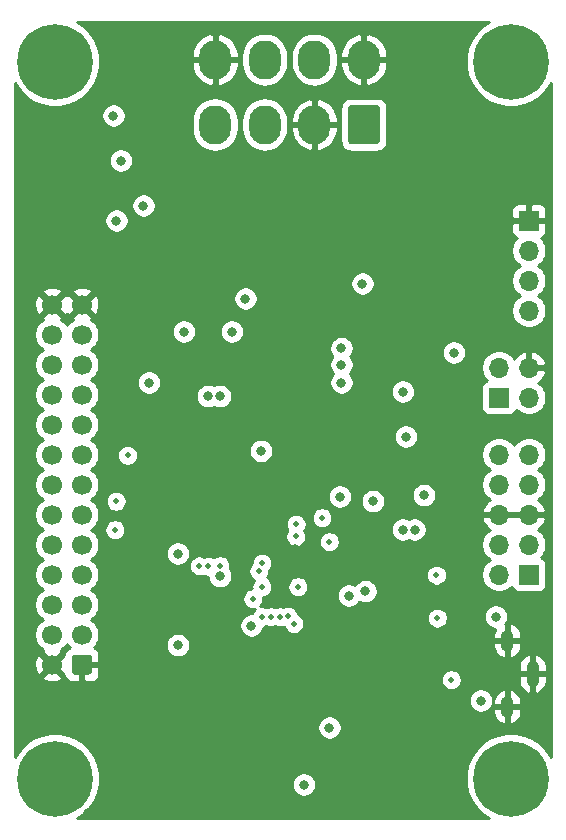
<source format=gbr>
%TF.GenerationSoftware,KiCad,Pcbnew,5.1.6*%
%TF.CreationDate,2020-12-09T16:02:00-03:00*%
%TF.ProjectId,MCU_Comms_Control,4d43555f-436f-46d6-9d73-5f436f6e7472,rev?*%
%TF.SameCoordinates,Original*%
%TF.FileFunction,Copper,L2,Inr*%
%TF.FilePolarity,Positive*%
%FSLAX46Y46*%
G04 Gerber Fmt 4.6, Leading zero omitted, Abs format (unit mm)*
G04 Created by KiCad (PCBNEW 5.1.6) date 2020-12-09 16:02:00*
%MOMM*%
%LPD*%
G01*
G04 APERTURE LIST*
%TA.AperFunction,ViaPad*%
%ADD10R,1.700000X1.700000*%
%TD*%
%TA.AperFunction,ViaPad*%
%ADD11O,1.700000X1.700000*%
%TD*%
%TA.AperFunction,ViaPad*%
%ADD12O,1.100000X2.200000*%
%TD*%
%TA.AperFunction,ViaPad*%
%ADD13O,1.100000X1.800000*%
%TD*%
%TA.AperFunction,ViaPad*%
%ADD14C,0.800000*%
%TD*%
%TA.AperFunction,ViaPad*%
%ADD15C,6.400000*%
%TD*%
%TA.AperFunction,ViaPad*%
%ADD16O,2.700000X3.300000*%
%TD*%
%TA.AperFunction,ViaPad*%
%ADD17C,1.700000*%
%TD*%
%TA.AperFunction,ViaPad*%
%ADD18C,0.500000*%
%TD*%
%TA.AperFunction,Conductor*%
%ADD19C,0.254000*%
%TD*%
G04 APERTURE END LIST*
D10*
%TO.N,~RESET*%
%TO.C,J4*%
X110236000Y-88900000D03*
D11*
%TO.N,SWCLK*%
X107696000Y-88900000D03*
%TO.N,SWO*%
X110236000Y-86360000D03*
%TO.N,SWDIO*%
X107696000Y-86360000D03*
%TO.N,GND*%
X110236000Y-83820000D03*
X107696000Y-83820000D03*
%TO.N,+3V3*%
X110236000Y-81280000D03*
X107696000Y-81280000D03*
%TO.N,Net-(D1-Pad2)*%
X110236000Y-78740000D03*
X107696000Y-78740000D03*
%TD*%
%TO.N,GND*%
%TO.C,J6*%
X110236000Y-71374000D03*
%TO.N,+3V3*%
X110236000Y-73914000D03*
%TO.N,Net-(J6-Pad2)*%
X107696000Y-71374000D03*
D10*
%TO.N,Net-(J6-Pad1)*%
X107696000Y-73914000D03*
%TD*%
D12*
%TO.N,GND*%
%TO.C,J1*%
X110549000Y-97282000D03*
D13*
X108399000Y-94482000D03*
X108399000Y-100082000D03*
%TD*%
D14*
%TO.N,N/C*%
%TO.C,REF\u002A\u002A*%
X110409056Y-43768944D03*
X108712000Y-43066000D03*
X107014944Y-43768944D03*
X106312000Y-45466000D03*
X107014944Y-47163056D03*
X108712000Y-47866000D03*
X110409056Y-47163056D03*
X111112000Y-45466000D03*
D15*
X108712000Y-45466000D03*
%TD*%
D14*
%TO.N,N/C*%
%TO.C,REF\u002A\u002A*%
X71801056Y-43768944D03*
X70104000Y-43066000D03*
X68406944Y-43768944D03*
X67704000Y-45466000D03*
X68406944Y-47163056D03*
X70104000Y-47866000D03*
X71801056Y-47163056D03*
X72504000Y-45466000D03*
D15*
X70104000Y-45466000D03*
%TD*%
D14*
%TO.N,N/C*%
%TO.C,REF\u002A\u002A*%
X110409056Y-104474944D03*
X108712000Y-103772000D03*
X107014944Y-104474944D03*
X106312000Y-106172000D03*
X107014944Y-107869056D03*
X108712000Y-108572000D03*
X110409056Y-107869056D03*
X111112000Y-106172000D03*
D15*
X108712000Y-106172000D03*
%TD*%
D14*
%TO.N,N/C*%
%TO.C,REF\u002A\u002A*%
X71801056Y-104474944D03*
X70104000Y-103772000D03*
X68406944Y-104474944D03*
X67704000Y-106172000D03*
X68406944Y-107869056D03*
X70104000Y-108572000D03*
X71801056Y-107869056D03*
X72504000Y-106172000D03*
D15*
X70104000Y-106172000D03*
%TD*%
%TO.N,+12V*%
%TO.C,J2*%
%TA.AperFunction,ViaPad*%
G36*
G01*
X97616000Y-49400001D02*
X97616000Y-52199999D01*
G75*
G02*
X97365999Y-52450000I-250001J0D01*
G01*
X95166001Y-52450000D01*
G75*
G02*
X94916000Y-52199999I0J250001D01*
G01*
X94916000Y-49400001D01*
G75*
G02*
X95166001Y-49150000I250001J0D01*
G01*
X97365999Y-49150000D01*
G75*
G02*
X97616000Y-49400001I0J-250001D01*
G01*
G37*
%TD.AperFunction*%
D16*
%TO.N,GND*%
X92066000Y-50800000D03*
%TO.N,CAN_L*%
X87866000Y-50800000D03*
%TO.N,CAN_H*%
X83666000Y-50800000D03*
%TO.N,GND*%
X96266000Y-45300000D03*
%TO.N,+12V*%
X92066000Y-45300000D03*
%TO.N,~ERROR*%
X87866000Y-45300000D03*
%TO.N,GND*%
X83666000Y-45300000D03*
%TD*%
%TO.N,GND*%
%TO.C,J3*%
%TA.AperFunction,ViaPad*%
G36*
G01*
X73240000Y-95920000D02*
X73240000Y-97120000D01*
G75*
G02*
X72990000Y-97370000I-250000J0D01*
G01*
X71790000Y-97370000D01*
G75*
G02*
X71540000Y-97120000I0J250000D01*
G01*
X71540000Y-95920000D01*
G75*
G02*
X71790000Y-95670000I250000J0D01*
G01*
X72990000Y-95670000D01*
G75*
G02*
X73240000Y-95920000I0J-250000D01*
G01*
G37*
%TD.AperFunction*%
D17*
%TO.N,+12V*%
X72390000Y-93980000D03*
%TO.N,Net-(J3-Pad5)*%
X72390000Y-91440000D03*
%TO.N,NTC_PWR*%
X72390000Y-88900000D03*
%TO.N,CURR_U*%
X72390000Y-86360000D03*
%TO.N,CURR_V*%
X72390000Y-83820000D03*
%TO.N,CURR_W*%
X72390000Y-81280000D03*
%TO.N,HALL3*%
X72390000Y-78740000D03*
%TO.N,HALL2*%
X72390000Y-76200000D03*
%TO.N,HALL1*%
X72390000Y-73660000D03*
%TO.N,+5V*%
X72390000Y-71120000D03*
%TO.N,+12V*%
X72390000Y-68580000D03*
%TO.N,GND*%
X72390000Y-66040000D03*
X69850000Y-96520000D03*
%TO.N,+12V*%
X69850000Y-93980000D03*
%TO.N,U_H*%
X69850000Y-91440000D03*
%TO.N,V_H*%
X69850000Y-88900000D03*
%TO.N,W_H*%
X69850000Y-86360000D03*
%TO.N,U_L*%
X69850000Y-83820000D03*
%TO.N,V_L*%
X69850000Y-81280000D03*
%TO.N,W_L*%
X69850000Y-78740000D03*
%TO.N,~ERROR*%
X69850000Y-76200000D03*
%TO.N,ENABLE*%
X69850000Y-73660000D03*
%TO.N,VBUS_SCALED*%
X69850000Y-71120000D03*
%TO.N,+12V*%
X69850000Y-68580000D03*
%TO.N,GND*%
X69850000Y-66040000D03*
%TD*%
D10*
%TO.N,GND*%
%TO.C,J5*%
X110236000Y-58928000D03*
D11*
%TO.N,MULTI1*%
X110236000Y-61468000D03*
%TO.N,MULTI0*%
X110236000Y-64008000D03*
%TO.N,+3V3*%
X110236000Y-66548000D03*
%TD*%
D14*
%TO.N,GND*%
X96774000Y-92710000D03*
X98044000Y-90932000D03*
X89408000Y-100838000D03*
X111760000Y-50927000D03*
X111760000Y-55753000D03*
X111760000Y-53340000D03*
X111760000Y-52197000D03*
X111760000Y-54483000D03*
X103505000Y-53340000D03*
X104140000Y-48260000D03*
X79883000Y-108204000D03*
X76708000Y-108204000D03*
X91186000Y-108331000D03*
X76708000Y-99441000D03*
X81915000Y-97536000D03*
X103886000Y-92456000D03*
X90424000Y-86741000D03*
X93091000Y-58674000D03*
X99568000Y-71120000D03*
X102108000Y-75184000D03*
X103378000Y-75184000D03*
X100203000Y-67056000D03*
X94234000Y-64262000D03*
X82931000Y-92837000D03*
X92837000Y-75565000D03*
X90297000Y-75565000D03*
X84582000Y-78613000D03*
X96774000Y-80391000D03*
X85979000Y-71120000D03*
D18*
X82804000Y-81534000D03*
X74676000Y-81534000D03*
X74676000Y-87630000D03*
X74676000Y-90424000D03*
X78994000Y-78740000D03*
X81788000Y-88900000D03*
D14*
X103886000Y-88646000D03*
D18*
X101600000Y-97790000D03*
X98044000Y-95250000D03*
X90932000Y-94488000D03*
X99314000Y-93980000D03*
X87376000Y-76708000D03*
X76200000Y-83439000D03*
D14*
X73660000Y-42672000D03*
X67183000Y-48768000D03*
X72898000Y-109093000D03*
X67310000Y-103251000D03*
D18*
X90805000Y-79883000D03*
D14*
%TO.N,Net-(C1-Pad1)*%
X99822000Y-77216000D03*
X106172000Y-99568000D03*
D18*
X103662002Y-97790000D03*
D14*
%TO.N,+5V*%
X99568000Y-73406000D03*
%TO.N,+3V3*%
X94996000Y-90678000D03*
X94234000Y-82296000D03*
X91186000Y-106680000D03*
X83058000Y-73787000D03*
X97028000Y-82677000D03*
X96393000Y-90297000D03*
X86741000Y-93218000D03*
X84074000Y-89027000D03*
X85090000Y-68326000D03*
X94361000Y-71120000D03*
X94361000Y-69723000D03*
X94361000Y-72644000D03*
X96139000Y-64262000D03*
X75057000Y-50038000D03*
X107442000Y-92456000D03*
X84074000Y-73787000D03*
D18*
X86868000Y-90932000D03*
D14*
X103886000Y-70104000D03*
%TO.N,Net-(D1-Pad2)*%
X101346000Y-82169000D03*
D18*
%TO.N,CURR_U*%
X82321587Y-88163587D03*
%TO.N,HALL2*%
X87376000Y-88566400D03*
%TO.N,V_H*%
X90330990Y-93041856D03*
%TO.N,U_L*%
X87630000Y-92456000D03*
%TO.N,W_L*%
X89144976Y-92479213D03*
%TO.N,ENABLE*%
X83096221Y-88202127D03*
%TO.N,HALL3*%
X87643492Y-87919523D03*
X76254436Y-78812532D03*
%TO.N,HALL1*%
X87630000Y-89916000D03*
%TO.N,U_H*%
X89844274Y-92447817D03*
%TO.N,W_H*%
X90678000Y-89916000D03*
%TO.N,V_L*%
X88401041Y-92465041D03*
%TO.N,VBUS_SCALED*%
X84074000Y-88138000D03*
D14*
%TO.N,~RESET*%
X87554607Y-78434393D03*
D18*
%TO.N,~BOOT*%
X93345000Y-86106000D03*
D14*
X93345000Y-101854000D03*
%TO.N,STATUS*%
X75692000Y-53848000D03*
D18*
X92720249Y-84075438D03*
%TO.N,ERR_OUT*%
X90499393Y-85673393D03*
D14*
X77597000Y-57658000D03*
X78070000Y-72644000D03*
D18*
%TO.N,DEBUG_LED*%
X90529291Y-84651281D03*
D14*
X75311000Y-58928000D03*
%TO.N,CAN_TX*%
X99568000Y-85090000D03*
X81026000Y-68326000D03*
%TO.N,CAN_RX*%
X100568003Y-85090000D03*
X86233000Y-65532000D03*
%TO.N,FLASH_CLK*%
X80518000Y-94869000D03*
X80513347Y-87117347D03*
D18*
%TO.N,NTC_PWR*%
X75282500Y-82705500D03*
X75184000Y-85090054D03*
%TO.N,Net-(R7-Pad2)*%
X102409950Y-88947934D03*
X102489000Y-92583000D03*
%TD*%
D19*
%TO.N,GND*%
G36*
X106267330Y-42487161D02*
G01*
X105733161Y-43021330D01*
X105313467Y-43649446D01*
X105024377Y-44347372D01*
X104877000Y-45088285D01*
X104877000Y-45843715D01*
X105024377Y-46584628D01*
X105313467Y-47282554D01*
X105733161Y-47910670D01*
X106267330Y-48444839D01*
X106895446Y-48864533D01*
X107593372Y-49153623D01*
X108334285Y-49301000D01*
X109089715Y-49301000D01*
X109830628Y-49153623D01*
X110528554Y-48864533D01*
X111156670Y-48444839D01*
X111690839Y-47910670D01*
X112091001Y-47311786D01*
X112091000Y-104326213D01*
X111690839Y-103727330D01*
X111156670Y-103193161D01*
X110528554Y-102773467D01*
X109830628Y-102484377D01*
X109089715Y-102337000D01*
X108334285Y-102337000D01*
X107593372Y-102484377D01*
X106895446Y-102773467D01*
X106267330Y-103193161D01*
X105733161Y-103727330D01*
X105313467Y-104355446D01*
X105024377Y-105053372D01*
X104877000Y-105794285D01*
X104877000Y-106549715D01*
X105024377Y-107290628D01*
X105313467Y-107988554D01*
X105733161Y-108616670D01*
X106267330Y-109150839D01*
X106866213Y-109551000D01*
X71949787Y-109551000D01*
X72548670Y-109150839D01*
X73082839Y-108616670D01*
X73502533Y-107988554D01*
X73791623Y-107290628D01*
X73933361Y-106578061D01*
X90151000Y-106578061D01*
X90151000Y-106781939D01*
X90190774Y-106981898D01*
X90268795Y-107170256D01*
X90382063Y-107339774D01*
X90526226Y-107483937D01*
X90695744Y-107597205D01*
X90884102Y-107675226D01*
X91084061Y-107715000D01*
X91287939Y-107715000D01*
X91487898Y-107675226D01*
X91676256Y-107597205D01*
X91845774Y-107483937D01*
X91989937Y-107339774D01*
X92103205Y-107170256D01*
X92181226Y-106981898D01*
X92221000Y-106781939D01*
X92221000Y-106578061D01*
X92181226Y-106378102D01*
X92103205Y-106189744D01*
X91989937Y-106020226D01*
X91845774Y-105876063D01*
X91676256Y-105762795D01*
X91487898Y-105684774D01*
X91287939Y-105645000D01*
X91084061Y-105645000D01*
X90884102Y-105684774D01*
X90695744Y-105762795D01*
X90526226Y-105876063D01*
X90382063Y-106020226D01*
X90268795Y-106189744D01*
X90190774Y-106378102D01*
X90151000Y-106578061D01*
X73933361Y-106578061D01*
X73939000Y-106549715D01*
X73939000Y-105794285D01*
X73791623Y-105053372D01*
X73502533Y-104355446D01*
X73082839Y-103727330D01*
X72548670Y-103193161D01*
X71920554Y-102773467D01*
X71222628Y-102484377D01*
X70481715Y-102337000D01*
X69726285Y-102337000D01*
X68985372Y-102484377D01*
X68287446Y-102773467D01*
X67659330Y-103193161D01*
X67125161Y-103727330D01*
X66725000Y-104326213D01*
X66725000Y-101752061D01*
X92310000Y-101752061D01*
X92310000Y-101955939D01*
X92349774Y-102155898D01*
X92427795Y-102344256D01*
X92541063Y-102513774D01*
X92685226Y-102657937D01*
X92854744Y-102771205D01*
X93043102Y-102849226D01*
X93243061Y-102889000D01*
X93446939Y-102889000D01*
X93646898Y-102849226D01*
X93835256Y-102771205D01*
X94004774Y-102657937D01*
X94148937Y-102513774D01*
X94262205Y-102344256D01*
X94340226Y-102155898D01*
X94380000Y-101955939D01*
X94380000Y-101752061D01*
X94340226Y-101552102D01*
X94262205Y-101363744D01*
X94148937Y-101194226D01*
X94004774Y-101050063D01*
X93835256Y-100936795D01*
X93646898Y-100858774D01*
X93446939Y-100819000D01*
X93243061Y-100819000D01*
X93043102Y-100858774D01*
X92854744Y-100936795D01*
X92685226Y-101050063D01*
X92541063Y-101194226D01*
X92427795Y-101363744D01*
X92349774Y-101552102D01*
X92310000Y-101752061D01*
X66725000Y-101752061D01*
X66725000Y-99466061D01*
X105137000Y-99466061D01*
X105137000Y-99669939D01*
X105176774Y-99869898D01*
X105254795Y-100058256D01*
X105368063Y-100227774D01*
X105512226Y-100371937D01*
X105681744Y-100485205D01*
X105870102Y-100563226D01*
X106070061Y-100603000D01*
X106273939Y-100603000D01*
X106473898Y-100563226D01*
X106662256Y-100485205D01*
X106831774Y-100371937D01*
X106975937Y-100227774D01*
X106988481Y-100209000D01*
X107214000Y-100209000D01*
X107214000Y-100559000D01*
X107261546Y-100787742D01*
X107352804Y-101002813D01*
X107484266Y-101195948D01*
X107650881Y-101359725D01*
X107846246Y-101487850D01*
X108062853Y-101575399D01*
X108089256Y-101575803D01*
X108272000Y-101450361D01*
X108272000Y-100209000D01*
X108526000Y-100209000D01*
X108526000Y-101450361D01*
X108708744Y-101575803D01*
X108735147Y-101575399D01*
X108951754Y-101487850D01*
X109147119Y-101359725D01*
X109313734Y-101195948D01*
X109445196Y-101002813D01*
X109536454Y-100787742D01*
X109584000Y-100559000D01*
X109584000Y-100209000D01*
X108526000Y-100209000D01*
X108272000Y-100209000D01*
X107214000Y-100209000D01*
X106988481Y-100209000D01*
X107089205Y-100058256D01*
X107167226Y-99869898D01*
X107207000Y-99669939D01*
X107207000Y-99605000D01*
X107214000Y-99605000D01*
X107214000Y-99955000D01*
X108272000Y-99955000D01*
X108272000Y-98713639D01*
X108526000Y-98713639D01*
X108526000Y-99955000D01*
X109584000Y-99955000D01*
X109584000Y-99605000D01*
X109536454Y-99376258D01*
X109445196Y-99161187D01*
X109313734Y-98968052D01*
X109147119Y-98804275D01*
X108951754Y-98676150D01*
X108735147Y-98588601D01*
X108708744Y-98588197D01*
X108526000Y-98713639D01*
X108272000Y-98713639D01*
X108089256Y-98588197D01*
X108062853Y-98588601D01*
X107846246Y-98676150D01*
X107650881Y-98804275D01*
X107484266Y-98968052D01*
X107352804Y-99161187D01*
X107261546Y-99376258D01*
X107214000Y-99605000D01*
X107207000Y-99605000D01*
X107207000Y-99466061D01*
X107167226Y-99266102D01*
X107089205Y-99077744D01*
X106975937Y-98908226D01*
X106831774Y-98764063D01*
X106662256Y-98650795D01*
X106473898Y-98572774D01*
X106273939Y-98533000D01*
X106070061Y-98533000D01*
X105870102Y-98572774D01*
X105681744Y-98650795D01*
X105512226Y-98764063D01*
X105368063Y-98908226D01*
X105254795Y-99077744D01*
X105176774Y-99266102D01*
X105137000Y-99466061D01*
X66725000Y-99466061D01*
X66725000Y-97548397D01*
X69001208Y-97548397D01*
X69078843Y-97797472D01*
X69342883Y-97923371D01*
X69626411Y-97995339D01*
X69918531Y-98010611D01*
X70208019Y-97968599D01*
X70483747Y-97870919D01*
X70621157Y-97797472D01*
X70698792Y-97548397D01*
X69850000Y-96699605D01*
X69001208Y-97548397D01*
X66725000Y-97548397D01*
X66725000Y-96588531D01*
X68359389Y-96588531D01*
X68401401Y-96878019D01*
X68499081Y-97153747D01*
X68572528Y-97291157D01*
X68821603Y-97368792D01*
X69670395Y-96520000D01*
X68821603Y-95671208D01*
X68572528Y-95748843D01*
X68446629Y-96012883D01*
X68374661Y-96296411D01*
X68359389Y-96588531D01*
X66725000Y-96588531D01*
X66725000Y-68433740D01*
X68365000Y-68433740D01*
X68365000Y-68726260D01*
X68422068Y-69013158D01*
X68534010Y-69283411D01*
X68696525Y-69526632D01*
X68903368Y-69733475D01*
X69077760Y-69850000D01*
X68903368Y-69966525D01*
X68696525Y-70173368D01*
X68534010Y-70416589D01*
X68422068Y-70686842D01*
X68365000Y-70973740D01*
X68365000Y-71266260D01*
X68422068Y-71553158D01*
X68534010Y-71823411D01*
X68696525Y-72066632D01*
X68903368Y-72273475D01*
X69077760Y-72390000D01*
X68903368Y-72506525D01*
X68696525Y-72713368D01*
X68534010Y-72956589D01*
X68422068Y-73226842D01*
X68365000Y-73513740D01*
X68365000Y-73806260D01*
X68422068Y-74093158D01*
X68534010Y-74363411D01*
X68696525Y-74606632D01*
X68903368Y-74813475D01*
X69077760Y-74930000D01*
X68903368Y-75046525D01*
X68696525Y-75253368D01*
X68534010Y-75496589D01*
X68422068Y-75766842D01*
X68365000Y-76053740D01*
X68365000Y-76346260D01*
X68422068Y-76633158D01*
X68534010Y-76903411D01*
X68696525Y-77146632D01*
X68903368Y-77353475D01*
X69077760Y-77470000D01*
X68903368Y-77586525D01*
X68696525Y-77793368D01*
X68534010Y-78036589D01*
X68422068Y-78306842D01*
X68365000Y-78593740D01*
X68365000Y-78886260D01*
X68422068Y-79173158D01*
X68534010Y-79443411D01*
X68696525Y-79686632D01*
X68903368Y-79893475D01*
X69077760Y-80010000D01*
X68903368Y-80126525D01*
X68696525Y-80333368D01*
X68534010Y-80576589D01*
X68422068Y-80846842D01*
X68365000Y-81133740D01*
X68365000Y-81426260D01*
X68422068Y-81713158D01*
X68534010Y-81983411D01*
X68696525Y-82226632D01*
X68903368Y-82433475D01*
X69077760Y-82550000D01*
X68903368Y-82666525D01*
X68696525Y-82873368D01*
X68534010Y-83116589D01*
X68422068Y-83386842D01*
X68365000Y-83673740D01*
X68365000Y-83966260D01*
X68422068Y-84253158D01*
X68534010Y-84523411D01*
X68696525Y-84766632D01*
X68903368Y-84973475D01*
X69077760Y-85090000D01*
X68903368Y-85206525D01*
X68696525Y-85413368D01*
X68534010Y-85656589D01*
X68422068Y-85926842D01*
X68365000Y-86213740D01*
X68365000Y-86506260D01*
X68422068Y-86793158D01*
X68534010Y-87063411D01*
X68696525Y-87306632D01*
X68903368Y-87513475D01*
X69077760Y-87630000D01*
X68903368Y-87746525D01*
X68696525Y-87953368D01*
X68534010Y-88196589D01*
X68422068Y-88466842D01*
X68365000Y-88753740D01*
X68365000Y-89046260D01*
X68422068Y-89333158D01*
X68534010Y-89603411D01*
X68696525Y-89846632D01*
X68903368Y-90053475D01*
X69077760Y-90170000D01*
X68903368Y-90286525D01*
X68696525Y-90493368D01*
X68534010Y-90736589D01*
X68422068Y-91006842D01*
X68365000Y-91293740D01*
X68365000Y-91586260D01*
X68422068Y-91873158D01*
X68534010Y-92143411D01*
X68696525Y-92386632D01*
X68903368Y-92593475D01*
X69077760Y-92710000D01*
X68903368Y-92826525D01*
X68696525Y-93033368D01*
X68534010Y-93276589D01*
X68422068Y-93546842D01*
X68365000Y-93833740D01*
X68365000Y-94126260D01*
X68422068Y-94413158D01*
X68534010Y-94683411D01*
X68696525Y-94926632D01*
X68903368Y-95133475D01*
X69076729Y-95249311D01*
X69001208Y-95491603D01*
X69850000Y-96340395D01*
X70698792Y-95491603D01*
X70623271Y-95249311D01*
X70796632Y-95133475D01*
X71003475Y-94926632D01*
X71120000Y-94752240D01*
X71236525Y-94926632D01*
X71368380Y-95058487D01*
X71295820Y-95080498D01*
X71185506Y-95139463D01*
X71088815Y-95218815D01*
X71009463Y-95315506D01*
X70950498Y-95425820D01*
X70914188Y-95545518D01*
X70901928Y-95670000D01*
X70901975Y-95678557D01*
X70878397Y-95671208D01*
X70029605Y-96520000D01*
X70878397Y-97368792D01*
X70901975Y-97361443D01*
X70901928Y-97370000D01*
X70914188Y-97494482D01*
X70950498Y-97614180D01*
X71009463Y-97724494D01*
X71088815Y-97821185D01*
X71185506Y-97900537D01*
X71295820Y-97959502D01*
X71415518Y-97995812D01*
X71540000Y-98008072D01*
X72104250Y-98005000D01*
X72263000Y-97846250D01*
X72263000Y-96647000D01*
X72517000Y-96647000D01*
X72517000Y-97846250D01*
X72675750Y-98005000D01*
X73240000Y-98008072D01*
X73364482Y-97995812D01*
X73484180Y-97959502D01*
X73594494Y-97900537D01*
X73691185Y-97821185D01*
X73770537Y-97724494D01*
X73782114Y-97702835D01*
X102777002Y-97702835D01*
X102777002Y-97877165D01*
X102811012Y-98048145D01*
X102877725Y-98209205D01*
X102974578Y-98354155D01*
X103097847Y-98477424D01*
X103242797Y-98574277D01*
X103403857Y-98640990D01*
X103574837Y-98675000D01*
X103749167Y-98675000D01*
X103920147Y-98640990D01*
X104081207Y-98574277D01*
X104226157Y-98477424D01*
X104349426Y-98354155D01*
X104446279Y-98209205D01*
X104512992Y-98048145D01*
X104547002Y-97877165D01*
X104547002Y-97702835D01*
X104512992Y-97531855D01*
X104462104Y-97409000D01*
X109364000Y-97409000D01*
X109364000Y-97959000D01*
X109411546Y-98187742D01*
X109502804Y-98402813D01*
X109634266Y-98595948D01*
X109800881Y-98759725D01*
X109996246Y-98887850D01*
X110212853Y-98975399D01*
X110239256Y-98975803D01*
X110422000Y-98850361D01*
X110422000Y-97409000D01*
X110676000Y-97409000D01*
X110676000Y-98850361D01*
X110858744Y-98975803D01*
X110885147Y-98975399D01*
X111101754Y-98887850D01*
X111297119Y-98759725D01*
X111463734Y-98595948D01*
X111595196Y-98402813D01*
X111686454Y-98187742D01*
X111734000Y-97959000D01*
X111734000Y-97409000D01*
X110676000Y-97409000D01*
X110422000Y-97409000D01*
X109364000Y-97409000D01*
X104462104Y-97409000D01*
X104446279Y-97370795D01*
X104349426Y-97225845D01*
X104226157Y-97102576D01*
X104081207Y-97005723D01*
X103920147Y-96939010D01*
X103749167Y-96905000D01*
X103574837Y-96905000D01*
X103403857Y-96939010D01*
X103242797Y-97005723D01*
X103097847Y-97102576D01*
X102974578Y-97225845D01*
X102877725Y-97370795D01*
X102811012Y-97531855D01*
X102777002Y-97702835D01*
X73782114Y-97702835D01*
X73829502Y-97614180D01*
X73865812Y-97494482D01*
X73878072Y-97370000D01*
X73875000Y-96805750D01*
X73716250Y-96647000D01*
X72517000Y-96647000D01*
X72263000Y-96647000D01*
X72243000Y-96647000D01*
X72243000Y-96605000D01*
X109364000Y-96605000D01*
X109364000Y-97155000D01*
X110422000Y-97155000D01*
X110422000Y-95713639D01*
X110676000Y-95713639D01*
X110676000Y-97155000D01*
X111734000Y-97155000D01*
X111734000Y-96605000D01*
X111686454Y-96376258D01*
X111595196Y-96161187D01*
X111463734Y-95968052D01*
X111297119Y-95804275D01*
X111101754Y-95676150D01*
X110885147Y-95588601D01*
X110858744Y-95588197D01*
X110676000Y-95713639D01*
X110422000Y-95713639D01*
X110239256Y-95588197D01*
X110212853Y-95588601D01*
X109996246Y-95676150D01*
X109800881Y-95804275D01*
X109634266Y-95968052D01*
X109502804Y-96161187D01*
X109411546Y-96376258D01*
X109364000Y-96605000D01*
X72243000Y-96605000D01*
X72243000Y-96393000D01*
X72263000Y-96393000D01*
X72263000Y-96373000D01*
X72517000Y-96373000D01*
X72517000Y-96393000D01*
X73716250Y-96393000D01*
X73875000Y-96234250D01*
X73878072Y-95670000D01*
X73865812Y-95545518D01*
X73829502Y-95425820D01*
X73770537Y-95315506D01*
X73691185Y-95218815D01*
X73594494Y-95139463D01*
X73484180Y-95080498D01*
X73411620Y-95058487D01*
X73543475Y-94926632D01*
X73650096Y-94767061D01*
X79483000Y-94767061D01*
X79483000Y-94970939D01*
X79522774Y-95170898D01*
X79600795Y-95359256D01*
X79714063Y-95528774D01*
X79858226Y-95672937D01*
X80027744Y-95786205D01*
X80216102Y-95864226D01*
X80416061Y-95904000D01*
X80619939Y-95904000D01*
X80819898Y-95864226D01*
X81008256Y-95786205D01*
X81177774Y-95672937D01*
X81321937Y-95528774D01*
X81435205Y-95359256D01*
X81513226Y-95170898D01*
X81553000Y-94970939D01*
X81553000Y-94767061D01*
X81521560Y-94609000D01*
X107214000Y-94609000D01*
X107214000Y-94959000D01*
X107261546Y-95187742D01*
X107352804Y-95402813D01*
X107484266Y-95595948D01*
X107650881Y-95759725D01*
X107846246Y-95887850D01*
X108062853Y-95975399D01*
X108089256Y-95975803D01*
X108272000Y-95850361D01*
X108272000Y-94609000D01*
X108526000Y-94609000D01*
X108526000Y-95850361D01*
X108708744Y-95975803D01*
X108735147Y-95975399D01*
X108951754Y-95887850D01*
X109147119Y-95759725D01*
X109313734Y-95595948D01*
X109445196Y-95402813D01*
X109536454Y-95187742D01*
X109584000Y-94959000D01*
X109584000Y-94609000D01*
X108526000Y-94609000D01*
X108272000Y-94609000D01*
X107214000Y-94609000D01*
X81521560Y-94609000D01*
X81513226Y-94567102D01*
X81435205Y-94378744D01*
X81321937Y-94209226D01*
X81177774Y-94065063D01*
X81008256Y-93951795D01*
X80819898Y-93873774D01*
X80619939Y-93834000D01*
X80416061Y-93834000D01*
X80216102Y-93873774D01*
X80027744Y-93951795D01*
X79858226Y-94065063D01*
X79714063Y-94209226D01*
X79600795Y-94378744D01*
X79522774Y-94567102D01*
X79483000Y-94767061D01*
X73650096Y-94767061D01*
X73705990Y-94683411D01*
X73817932Y-94413158D01*
X73875000Y-94126260D01*
X73875000Y-93833740D01*
X73817932Y-93546842D01*
X73705990Y-93276589D01*
X73598729Y-93116061D01*
X85706000Y-93116061D01*
X85706000Y-93319939D01*
X85745774Y-93519898D01*
X85823795Y-93708256D01*
X85937063Y-93877774D01*
X86081226Y-94021937D01*
X86250744Y-94135205D01*
X86439102Y-94213226D01*
X86639061Y-94253000D01*
X86842939Y-94253000D01*
X87042898Y-94213226D01*
X87231256Y-94135205D01*
X87400774Y-94021937D01*
X87544937Y-93877774D01*
X87658205Y-93708256D01*
X87736226Y-93519898D01*
X87774062Y-93329683D01*
X87888145Y-93306990D01*
X88004607Y-93258750D01*
X88142896Y-93316031D01*
X88313876Y-93350041D01*
X88488206Y-93350041D01*
X88659186Y-93316031D01*
X88755901Y-93275970D01*
X88886831Y-93330203D01*
X89057811Y-93364213D01*
X89232141Y-93364213D01*
X89403121Y-93330203D01*
X89479698Y-93298484D01*
X89480000Y-93300001D01*
X89546713Y-93461061D01*
X89643566Y-93606011D01*
X89766835Y-93729280D01*
X89911785Y-93826133D01*
X90072845Y-93892846D01*
X90243825Y-93926856D01*
X90418155Y-93926856D01*
X90589135Y-93892846D01*
X90750195Y-93826133D01*
X90895145Y-93729280D01*
X91018414Y-93606011D01*
X91115267Y-93461061D01*
X91181980Y-93300001D01*
X91215990Y-93129021D01*
X91215990Y-92954691D01*
X91181980Y-92783711D01*
X91115267Y-92622651D01*
X91030531Y-92495835D01*
X101604000Y-92495835D01*
X101604000Y-92670165D01*
X101638010Y-92841145D01*
X101704723Y-93002205D01*
X101801576Y-93147155D01*
X101924845Y-93270424D01*
X102069795Y-93367277D01*
X102230855Y-93433990D01*
X102401835Y-93468000D01*
X102576165Y-93468000D01*
X102747145Y-93433990D01*
X102908205Y-93367277D01*
X103053155Y-93270424D01*
X103176424Y-93147155D01*
X103273277Y-93002205D01*
X103339990Y-92841145D01*
X103374000Y-92670165D01*
X103374000Y-92495835D01*
X103345800Y-92354061D01*
X106407000Y-92354061D01*
X106407000Y-92557939D01*
X106446774Y-92757898D01*
X106524795Y-92946256D01*
X106638063Y-93115774D01*
X106782226Y-93259937D01*
X106951744Y-93373205D01*
X107140102Y-93451226D01*
X107340061Y-93491000D01*
X107400578Y-93491000D01*
X107352804Y-93561187D01*
X107261546Y-93776258D01*
X107214000Y-94005000D01*
X107214000Y-94355000D01*
X108272000Y-94355000D01*
X108272000Y-93113639D01*
X108526000Y-93113639D01*
X108526000Y-94355000D01*
X109584000Y-94355000D01*
X109584000Y-94005000D01*
X109536454Y-93776258D01*
X109445196Y-93561187D01*
X109313734Y-93368052D01*
X109147119Y-93204275D01*
X108951754Y-93076150D01*
X108735147Y-92988601D01*
X108708744Y-92988197D01*
X108526000Y-93113639D01*
X108272000Y-93113639D01*
X108255110Y-93102045D01*
X108359205Y-92946256D01*
X108437226Y-92757898D01*
X108477000Y-92557939D01*
X108477000Y-92354061D01*
X108437226Y-92154102D01*
X108359205Y-91965744D01*
X108245937Y-91796226D01*
X108101774Y-91652063D01*
X107932256Y-91538795D01*
X107743898Y-91460774D01*
X107543939Y-91421000D01*
X107340061Y-91421000D01*
X107140102Y-91460774D01*
X106951744Y-91538795D01*
X106782226Y-91652063D01*
X106638063Y-91796226D01*
X106524795Y-91965744D01*
X106446774Y-92154102D01*
X106407000Y-92354061D01*
X103345800Y-92354061D01*
X103339990Y-92324855D01*
X103273277Y-92163795D01*
X103176424Y-92018845D01*
X103053155Y-91895576D01*
X102908205Y-91798723D01*
X102747145Y-91732010D01*
X102576165Y-91698000D01*
X102401835Y-91698000D01*
X102230855Y-91732010D01*
X102069795Y-91798723D01*
X101924845Y-91895576D01*
X101801576Y-92018845D01*
X101704723Y-92163795D01*
X101638010Y-92324855D01*
X101604000Y-92495835D01*
X91030531Y-92495835D01*
X91018414Y-92477701D01*
X90895145Y-92354432D01*
X90750195Y-92257579D01*
X90705052Y-92238880D01*
X90695264Y-92189672D01*
X90628551Y-92028612D01*
X90531698Y-91883662D01*
X90408429Y-91760393D01*
X90263479Y-91663540D01*
X90102419Y-91596827D01*
X89931439Y-91562817D01*
X89757109Y-91562817D01*
X89586129Y-91596827D01*
X89456727Y-91650427D01*
X89403121Y-91628223D01*
X89232141Y-91594213D01*
X89057811Y-91594213D01*
X88886831Y-91628223D01*
X88790116Y-91668284D01*
X88659186Y-91614051D01*
X88488206Y-91580041D01*
X88313876Y-91580041D01*
X88142896Y-91614051D01*
X88026434Y-91662291D01*
X87888145Y-91605010D01*
X87717165Y-91571000D01*
X87542835Y-91571000D01*
X87465121Y-91586458D01*
X87555424Y-91496155D01*
X87652277Y-91351205D01*
X87718990Y-91190145D01*
X87753000Y-91019165D01*
X87753000Y-90844835D01*
X87743249Y-90795812D01*
X87888145Y-90766990D01*
X88049205Y-90700277D01*
X88194155Y-90603424D01*
X88317424Y-90480155D01*
X88414277Y-90335205D01*
X88480990Y-90174145D01*
X88515000Y-90003165D01*
X88515000Y-89828835D01*
X89793000Y-89828835D01*
X89793000Y-90003165D01*
X89827010Y-90174145D01*
X89893723Y-90335205D01*
X89990576Y-90480155D01*
X90113845Y-90603424D01*
X90258795Y-90700277D01*
X90419855Y-90766990D01*
X90590835Y-90801000D01*
X90765165Y-90801000D01*
X90936145Y-90766990D01*
X91097205Y-90700277D01*
X91242155Y-90603424D01*
X91269518Y-90576061D01*
X93961000Y-90576061D01*
X93961000Y-90779939D01*
X94000774Y-90979898D01*
X94078795Y-91168256D01*
X94192063Y-91337774D01*
X94336226Y-91481937D01*
X94505744Y-91595205D01*
X94694102Y-91673226D01*
X94894061Y-91713000D01*
X95097939Y-91713000D01*
X95297898Y-91673226D01*
X95486256Y-91595205D01*
X95655774Y-91481937D01*
X95799937Y-91337774D01*
X95888750Y-91204855D01*
X95902744Y-91214205D01*
X96091102Y-91292226D01*
X96291061Y-91332000D01*
X96494939Y-91332000D01*
X96694898Y-91292226D01*
X96883256Y-91214205D01*
X97052774Y-91100937D01*
X97196937Y-90956774D01*
X97310205Y-90787256D01*
X97388226Y-90598898D01*
X97428000Y-90398939D01*
X97428000Y-90195061D01*
X97388226Y-89995102D01*
X97310205Y-89806744D01*
X97196937Y-89637226D01*
X97052774Y-89493063D01*
X96883256Y-89379795D01*
X96694898Y-89301774D01*
X96494939Y-89262000D01*
X96291061Y-89262000D01*
X96091102Y-89301774D01*
X95902744Y-89379795D01*
X95733226Y-89493063D01*
X95589063Y-89637226D01*
X95500250Y-89770145D01*
X95486256Y-89760795D01*
X95297898Y-89682774D01*
X95097939Y-89643000D01*
X94894061Y-89643000D01*
X94694102Y-89682774D01*
X94505744Y-89760795D01*
X94336226Y-89874063D01*
X94192063Y-90018226D01*
X94078795Y-90187744D01*
X94000774Y-90376102D01*
X93961000Y-90576061D01*
X91269518Y-90576061D01*
X91365424Y-90480155D01*
X91462277Y-90335205D01*
X91528990Y-90174145D01*
X91563000Y-90003165D01*
X91563000Y-89828835D01*
X91528990Y-89657855D01*
X91462277Y-89496795D01*
X91365424Y-89351845D01*
X91242155Y-89228576D01*
X91097205Y-89131723D01*
X90936145Y-89065010D01*
X90765165Y-89031000D01*
X90590835Y-89031000D01*
X90419855Y-89065010D01*
X90258795Y-89131723D01*
X90113845Y-89228576D01*
X89990576Y-89351845D01*
X89893723Y-89496795D01*
X89827010Y-89657855D01*
X89793000Y-89828835D01*
X88515000Y-89828835D01*
X88480990Y-89657855D01*
X88414277Y-89496795D01*
X88317424Y-89351845D01*
X88194155Y-89228576D01*
X88057028Y-89136951D01*
X88063424Y-89130555D01*
X88160277Y-88985605D01*
X88211985Y-88860769D01*
X101524950Y-88860769D01*
X101524950Y-89035099D01*
X101558960Y-89206079D01*
X101625673Y-89367139D01*
X101722526Y-89512089D01*
X101845795Y-89635358D01*
X101990745Y-89732211D01*
X102151805Y-89798924D01*
X102322785Y-89832934D01*
X102497115Y-89832934D01*
X102668095Y-89798924D01*
X102829155Y-89732211D01*
X102974105Y-89635358D01*
X103097374Y-89512089D01*
X103194227Y-89367139D01*
X103260940Y-89206079D01*
X103294950Y-89035099D01*
X103294950Y-88860769D01*
X103260940Y-88689789D01*
X103194227Y-88528729D01*
X103097374Y-88383779D01*
X102974105Y-88260510D01*
X102829155Y-88163657D01*
X102668095Y-88096944D01*
X102497115Y-88062934D01*
X102322785Y-88062934D01*
X102151805Y-88096944D01*
X101990745Y-88163657D01*
X101845795Y-88260510D01*
X101722526Y-88383779D01*
X101625673Y-88528729D01*
X101558960Y-88689789D01*
X101524950Y-88860769D01*
X88211985Y-88860769D01*
X88226990Y-88824545D01*
X88261000Y-88653565D01*
X88261000Y-88553594D01*
X88330916Y-88483678D01*
X88427769Y-88338728D01*
X88494482Y-88177668D01*
X88528492Y-88006688D01*
X88528492Y-87832358D01*
X88494482Y-87661378D01*
X88427769Y-87500318D01*
X88330916Y-87355368D01*
X88207647Y-87232099D01*
X88062697Y-87135246D01*
X87901637Y-87068533D01*
X87730657Y-87034523D01*
X87556327Y-87034523D01*
X87385347Y-87068533D01*
X87224287Y-87135246D01*
X87079337Y-87232099D01*
X86956068Y-87355368D01*
X86859215Y-87500318D01*
X86792502Y-87661378D01*
X86758492Y-87832358D01*
X86758492Y-87932329D01*
X86688576Y-88002245D01*
X86591723Y-88147195D01*
X86525010Y-88308255D01*
X86491000Y-88479235D01*
X86491000Y-88653565D01*
X86525010Y-88824545D01*
X86591723Y-88985605D01*
X86688576Y-89130555D01*
X86811845Y-89253824D01*
X86948972Y-89345449D01*
X86942576Y-89351845D01*
X86845723Y-89496795D01*
X86779010Y-89657855D01*
X86745000Y-89828835D01*
X86745000Y-90003165D01*
X86754751Y-90052188D01*
X86609855Y-90081010D01*
X86448795Y-90147723D01*
X86303845Y-90244576D01*
X86180576Y-90367845D01*
X86083723Y-90512795D01*
X86017010Y-90673855D01*
X85983000Y-90844835D01*
X85983000Y-91019165D01*
X86017010Y-91190145D01*
X86083723Y-91351205D01*
X86180576Y-91496155D01*
X86303845Y-91619424D01*
X86448795Y-91716277D01*
X86609855Y-91782990D01*
X86780835Y-91817000D01*
X86955165Y-91817000D01*
X87032879Y-91801542D01*
X86942576Y-91891845D01*
X86845723Y-92036795D01*
X86785163Y-92183000D01*
X86639061Y-92183000D01*
X86439102Y-92222774D01*
X86250744Y-92300795D01*
X86081226Y-92414063D01*
X85937063Y-92558226D01*
X85823795Y-92727744D01*
X85745774Y-92916102D01*
X85706000Y-93116061D01*
X73598729Y-93116061D01*
X73543475Y-93033368D01*
X73336632Y-92826525D01*
X73162240Y-92710000D01*
X73336632Y-92593475D01*
X73543475Y-92386632D01*
X73705990Y-92143411D01*
X73817932Y-91873158D01*
X73875000Y-91586260D01*
X73875000Y-91293740D01*
X73817932Y-91006842D01*
X73705990Y-90736589D01*
X73543475Y-90493368D01*
X73336632Y-90286525D01*
X73162240Y-90170000D01*
X73336632Y-90053475D01*
X73543475Y-89846632D01*
X73705990Y-89603411D01*
X73817932Y-89333158D01*
X73875000Y-89046260D01*
X73875000Y-88753740D01*
X73817932Y-88466842D01*
X73705990Y-88196589D01*
X73543475Y-87953368D01*
X73336632Y-87746525D01*
X73162240Y-87630000D01*
X73336632Y-87513475D01*
X73543475Y-87306632D01*
X73705990Y-87063411D01*
X73725873Y-87015408D01*
X79478347Y-87015408D01*
X79478347Y-87219286D01*
X79518121Y-87419245D01*
X79596142Y-87607603D01*
X79709410Y-87777121D01*
X79853573Y-87921284D01*
X80023091Y-88034552D01*
X80211449Y-88112573D01*
X80411408Y-88152347D01*
X80615286Y-88152347D01*
X80815245Y-88112573D01*
X80902520Y-88076422D01*
X81436587Y-88076422D01*
X81436587Y-88250752D01*
X81470597Y-88421732D01*
X81537310Y-88582792D01*
X81634163Y-88727742D01*
X81757432Y-88851011D01*
X81902382Y-88947864D01*
X82063442Y-89014577D01*
X82234422Y-89048587D01*
X82408752Y-89048587D01*
X82579732Y-89014577D01*
X82665816Y-88978920D01*
X82677016Y-88986404D01*
X82838076Y-89053117D01*
X83009056Y-89087127D01*
X83039000Y-89087127D01*
X83039000Y-89128939D01*
X83078774Y-89328898D01*
X83156795Y-89517256D01*
X83270063Y-89686774D01*
X83414226Y-89830937D01*
X83583744Y-89944205D01*
X83772102Y-90022226D01*
X83972061Y-90062000D01*
X84175939Y-90062000D01*
X84375898Y-90022226D01*
X84564256Y-89944205D01*
X84733774Y-89830937D01*
X84877937Y-89686774D01*
X84991205Y-89517256D01*
X85069226Y-89328898D01*
X85109000Y-89128939D01*
X85109000Y-88925061D01*
X85069226Y-88725102D01*
X84991205Y-88536744D01*
X84914378Y-88421764D01*
X84924990Y-88396145D01*
X84959000Y-88225165D01*
X84959000Y-88050835D01*
X84924990Y-87879855D01*
X84858277Y-87718795D01*
X84761424Y-87573845D01*
X84638155Y-87450576D01*
X84493205Y-87353723D01*
X84332145Y-87287010D01*
X84161165Y-87253000D01*
X83986835Y-87253000D01*
X83815855Y-87287010D01*
X83654795Y-87353723D01*
X83537124Y-87432348D01*
X83515426Y-87417850D01*
X83354366Y-87351137D01*
X83183386Y-87317127D01*
X83009056Y-87317127D01*
X82838076Y-87351137D01*
X82751992Y-87386794D01*
X82740792Y-87379310D01*
X82579732Y-87312597D01*
X82408752Y-87278587D01*
X82234422Y-87278587D01*
X82063442Y-87312597D01*
X81902382Y-87379310D01*
X81757432Y-87476163D01*
X81634163Y-87599432D01*
X81537310Y-87744382D01*
X81470597Y-87905442D01*
X81436587Y-88076422D01*
X80902520Y-88076422D01*
X81003603Y-88034552D01*
X81173121Y-87921284D01*
X81317284Y-87777121D01*
X81430552Y-87607603D01*
X81508573Y-87419245D01*
X81548347Y-87219286D01*
X81548347Y-87015408D01*
X81508573Y-86815449D01*
X81430552Y-86627091D01*
X81317284Y-86457573D01*
X81173121Y-86313410D01*
X81003603Y-86200142D01*
X80815245Y-86122121D01*
X80615286Y-86082347D01*
X80411408Y-86082347D01*
X80211449Y-86122121D01*
X80023091Y-86200142D01*
X79853573Y-86313410D01*
X79709410Y-86457573D01*
X79596142Y-86627091D01*
X79518121Y-86815449D01*
X79478347Y-87015408D01*
X73725873Y-87015408D01*
X73817932Y-86793158D01*
X73875000Y-86506260D01*
X73875000Y-86213740D01*
X73817932Y-85926842D01*
X73705990Y-85656589D01*
X73543475Y-85413368D01*
X73336632Y-85206525D01*
X73162240Y-85090000D01*
X73292610Y-85002889D01*
X74299000Y-85002889D01*
X74299000Y-85177219D01*
X74333010Y-85348199D01*
X74399723Y-85509259D01*
X74496576Y-85654209D01*
X74619845Y-85777478D01*
X74764795Y-85874331D01*
X74925855Y-85941044D01*
X75096835Y-85975054D01*
X75271165Y-85975054D01*
X75442145Y-85941044D01*
X75603205Y-85874331D01*
X75748155Y-85777478D01*
X75871424Y-85654209D01*
X75916847Y-85586228D01*
X89614393Y-85586228D01*
X89614393Y-85760558D01*
X89648403Y-85931538D01*
X89715116Y-86092598D01*
X89811969Y-86237548D01*
X89935238Y-86360817D01*
X90080188Y-86457670D01*
X90241248Y-86524383D01*
X90412228Y-86558393D01*
X90586558Y-86558393D01*
X90757538Y-86524383D01*
X90918598Y-86457670D01*
X91063548Y-86360817D01*
X91186817Y-86237548D01*
X91283670Y-86092598D01*
X91314223Y-86018835D01*
X92460000Y-86018835D01*
X92460000Y-86193165D01*
X92494010Y-86364145D01*
X92560723Y-86525205D01*
X92657576Y-86670155D01*
X92780845Y-86793424D01*
X92925795Y-86890277D01*
X93086855Y-86956990D01*
X93257835Y-86991000D01*
X93432165Y-86991000D01*
X93603145Y-86956990D01*
X93764205Y-86890277D01*
X93909155Y-86793424D01*
X94032424Y-86670155D01*
X94129277Y-86525205D01*
X94195990Y-86364145D01*
X94225907Y-86213740D01*
X106211000Y-86213740D01*
X106211000Y-86506260D01*
X106268068Y-86793158D01*
X106380010Y-87063411D01*
X106542525Y-87306632D01*
X106749368Y-87513475D01*
X106923760Y-87630000D01*
X106749368Y-87746525D01*
X106542525Y-87953368D01*
X106380010Y-88196589D01*
X106268068Y-88466842D01*
X106211000Y-88753740D01*
X106211000Y-89046260D01*
X106268068Y-89333158D01*
X106380010Y-89603411D01*
X106542525Y-89846632D01*
X106749368Y-90053475D01*
X106992589Y-90215990D01*
X107262842Y-90327932D01*
X107549740Y-90385000D01*
X107842260Y-90385000D01*
X108129158Y-90327932D01*
X108399411Y-90215990D01*
X108642632Y-90053475D01*
X108774487Y-89921620D01*
X108796498Y-89994180D01*
X108855463Y-90104494D01*
X108934815Y-90201185D01*
X109031506Y-90280537D01*
X109141820Y-90339502D01*
X109261518Y-90375812D01*
X109386000Y-90388072D01*
X111086000Y-90388072D01*
X111210482Y-90375812D01*
X111330180Y-90339502D01*
X111440494Y-90280537D01*
X111537185Y-90201185D01*
X111616537Y-90104494D01*
X111675502Y-89994180D01*
X111711812Y-89874482D01*
X111724072Y-89750000D01*
X111724072Y-88050000D01*
X111711812Y-87925518D01*
X111675502Y-87805820D01*
X111616537Y-87695506D01*
X111537185Y-87598815D01*
X111440494Y-87519463D01*
X111330180Y-87460498D01*
X111257620Y-87438487D01*
X111389475Y-87306632D01*
X111551990Y-87063411D01*
X111663932Y-86793158D01*
X111721000Y-86506260D01*
X111721000Y-86213740D01*
X111663932Y-85926842D01*
X111551990Y-85656589D01*
X111389475Y-85413368D01*
X111182632Y-85206525D01*
X111000466Y-85084805D01*
X111117355Y-85015178D01*
X111333588Y-84820269D01*
X111507641Y-84586920D01*
X111632825Y-84324099D01*
X111677476Y-84176890D01*
X111556155Y-83947000D01*
X110363000Y-83947000D01*
X110363000Y-83967000D01*
X110109000Y-83967000D01*
X110109000Y-83947000D01*
X107823000Y-83947000D01*
X107823000Y-83967000D01*
X107569000Y-83967000D01*
X107569000Y-83947000D01*
X106375845Y-83947000D01*
X106254524Y-84176890D01*
X106299175Y-84324099D01*
X106424359Y-84586920D01*
X106598412Y-84820269D01*
X106814645Y-85015178D01*
X106931534Y-85084805D01*
X106749368Y-85206525D01*
X106542525Y-85413368D01*
X106380010Y-85656589D01*
X106268068Y-85926842D01*
X106211000Y-86213740D01*
X94225907Y-86213740D01*
X94230000Y-86193165D01*
X94230000Y-86018835D01*
X94195990Y-85847855D01*
X94129277Y-85686795D01*
X94032424Y-85541845D01*
X93909155Y-85418576D01*
X93764205Y-85321723D01*
X93603145Y-85255010D01*
X93432165Y-85221000D01*
X93257835Y-85221000D01*
X93086855Y-85255010D01*
X92925795Y-85321723D01*
X92780845Y-85418576D01*
X92657576Y-85541845D01*
X92560723Y-85686795D01*
X92494010Y-85847855D01*
X92460000Y-86018835D01*
X91314223Y-86018835D01*
X91350383Y-85931538D01*
X91384393Y-85760558D01*
X91384393Y-85586228D01*
X91350383Y-85415248D01*
X91283670Y-85254188D01*
X91237246Y-85184710D01*
X91313568Y-85070486D01*
X91347709Y-84988061D01*
X98533000Y-84988061D01*
X98533000Y-85191939D01*
X98572774Y-85391898D01*
X98650795Y-85580256D01*
X98764063Y-85749774D01*
X98908226Y-85893937D01*
X99077744Y-86007205D01*
X99266102Y-86085226D01*
X99466061Y-86125000D01*
X99669939Y-86125000D01*
X99869898Y-86085226D01*
X100058256Y-86007205D01*
X100068002Y-86000693D01*
X100077747Y-86007205D01*
X100266105Y-86085226D01*
X100466064Y-86125000D01*
X100669942Y-86125000D01*
X100869901Y-86085226D01*
X101058259Y-86007205D01*
X101227777Y-85893937D01*
X101371940Y-85749774D01*
X101485208Y-85580256D01*
X101563229Y-85391898D01*
X101603003Y-85191939D01*
X101603003Y-84988061D01*
X101563229Y-84788102D01*
X101485208Y-84599744D01*
X101371940Y-84430226D01*
X101227777Y-84286063D01*
X101058259Y-84172795D01*
X100869901Y-84094774D01*
X100669942Y-84055000D01*
X100466064Y-84055000D01*
X100266105Y-84094774D01*
X100077747Y-84172795D01*
X100068002Y-84179307D01*
X100058256Y-84172795D01*
X99869898Y-84094774D01*
X99669939Y-84055000D01*
X99466061Y-84055000D01*
X99266102Y-84094774D01*
X99077744Y-84172795D01*
X98908226Y-84286063D01*
X98764063Y-84430226D01*
X98650795Y-84599744D01*
X98572774Y-84788102D01*
X98533000Y-84988061D01*
X91347709Y-84988061D01*
X91380281Y-84909426D01*
X91414291Y-84738446D01*
X91414291Y-84564116D01*
X91380281Y-84393136D01*
X91313568Y-84232076D01*
X91216715Y-84087126D01*
X91117862Y-83988273D01*
X91835249Y-83988273D01*
X91835249Y-84162603D01*
X91869259Y-84333583D01*
X91935972Y-84494643D01*
X92032825Y-84639593D01*
X92156094Y-84762862D01*
X92301044Y-84859715D01*
X92462104Y-84926428D01*
X92633084Y-84960438D01*
X92807414Y-84960438D01*
X92978394Y-84926428D01*
X93139454Y-84859715D01*
X93284404Y-84762862D01*
X93407673Y-84639593D01*
X93504526Y-84494643D01*
X93571239Y-84333583D01*
X93605249Y-84162603D01*
X93605249Y-83988273D01*
X93571239Y-83817293D01*
X93504526Y-83656233D01*
X93407673Y-83511283D01*
X93284404Y-83388014D01*
X93139454Y-83291161D01*
X92978394Y-83224448D01*
X92807414Y-83190438D01*
X92633084Y-83190438D01*
X92462104Y-83224448D01*
X92301044Y-83291161D01*
X92156094Y-83388014D01*
X92032825Y-83511283D01*
X91935972Y-83656233D01*
X91869259Y-83817293D01*
X91835249Y-83988273D01*
X91117862Y-83988273D01*
X91093446Y-83963857D01*
X90948496Y-83867004D01*
X90787436Y-83800291D01*
X90616456Y-83766281D01*
X90442126Y-83766281D01*
X90271146Y-83800291D01*
X90110086Y-83867004D01*
X89965136Y-83963857D01*
X89841867Y-84087126D01*
X89745014Y-84232076D01*
X89678301Y-84393136D01*
X89644291Y-84564116D01*
X89644291Y-84738446D01*
X89678301Y-84909426D01*
X89745014Y-85070486D01*
X89791438Y-85139964D01*
X89715116Y-85254188D01*
X89648403Y-85415248D01*
X89614393Y-85586228D01*
X75916847Y-85586228D01*
X75968277Y-85509259D01*
X76034990Y-85348199D01*
X76069000Y-85177219D01*
X76069000Y-85002889D01*
X76034990Y-84831909D01*
X75968277Y-84670849D01*
X75871424Y-84525899D01*
X75748155Y-84402630D01*
X75603205Y-84305777D01*
X75442145Y-84239064D01*
X75271165Y-84205054D01*
X75096835Y-84205054D01*
X74925855Y-84239064D01*
X74764795Y-84305777D01*
X74619845Y-84402630D01*
X74496576Y-84525899D01*
X74399723Y-84670849D01*
X74333010Y-84831909D01*
X74299000Y-85002889D01*
X73292610Y-85002889D01*
X73336632Y-84973475D01*
X73543475Y-84766632D01*
X73705990Y-84523411D01*
X73817932Y-84253158D01*
X73875000Y-83966260D01*
X73875000Y-83673740D01*
X73817932Y-83386842D01*
X73705990Y-83116589D01*
X73543475Y-82873368D01*
X73336632Y-82666525D01*
X73264511Y-82618335D01*
X74397500Y-82618335D01*
X74397500Y-82792665D01*
X74431510Y-82963645D01*
X74498223Y-83124705D01*
X74595076Y-83269655D01*
X74718345Y-83392924D01*
X74863295Y-83489777D01*
X75024355Y-83556490D01*
X75195335Y-83590500D01*
X75369665Y-83590500D01*
X75540645Y-83556490D01*
X75701705Y-83489777D01*
X75846655Y-83392924D01*
X75969924Y-83269655D01*
X76066777Y-83124705D01*
X76133490Y-82963645D01*
X76167500Y-82792665D01*
X76167500Y-82618335D01*
X76133490Y-82447355D01*
X76066777Y-82286295D01*
X76005148Y-82194061D01*
X93199000Y-82194061D01*
X93199000Y-82397939D01*
X93238774Y-82597898D01*
X93316795Y-82786256D01*
X93430063Y-82955774D01*
X93574226Y-83099937D01*
X93743744Y-83213205D01*
X93932102Y-83291226D01*
X94132061Y-83331000D01*
X94335939Y-83331000D01*
X94535898Y-83291226D01*
X94724256Y-83213205D01*
X94893774Y-83099937D01*
X95037937Y-82955774D01*
X95151205Y-82786256D01*
X95229226Y-82597898D01*
X95233768Y-82575061D01*
X95993000Y-82575061D01*
X95993000Y-82778939D01*
X96032774Y-82978898D01*
X96110795Y-83167256D01*
X96224063Y-83336774D01*
X96368226Y-83480937D01*
X96537744Y-83594205D01*
X96726102Y-83672226D01*
X96926061Y-83712000D01*
X97129939Y-83712000D01*
X97329898Y-83672226D01*
X97518256Y-83594205D01*
X97687774Y-83480937D01*
X97831937Y-83336774D01*
X97945205Y-83167256D01*
X98023226Y-82978898D01*
X98063000Y-82778939D01*
X98063000Y-82575061D01*
X98023226Y-82375102D01*
X97945205Y-82186744D01*
X97865236Y-82067061D01*
X100311000Y-82067061D01*
X100311000Y-82270939D01*
X100350774Y-82470898D01*
X100428795Y-82659256D01*
X100542063Y-82828774D01*
X100686226Y-82972937D01*
X100855744Y-83086205D01*
X101044102Y-83164226D01*
X101244061Y-83204000D01*
X101447939Y-83204000D01*
X101647898Y-83164226D01*
X101836256Y-83086205D01*
X102005774Y-82972937D01*
X102149937Y-82828774D01*
X102263205Y-82659256D01*
X102341226Y-82470898D01*
X102381000Y-82270939D01*
X102381000Y-82067061D01*
X102341226Y-81867102D01*
X102263205Y-81678744D01*
X102149937Y-81509226D01*
X102005774Y-81365063D01*
X101836256Y-81251795D01*
X101647898Y-81173774D01*
X101447939Y-81134000D01*
X101244061Y-81134000D01*
X101044102Y-81173774D01*
X100855744Y-81251795D01*
X100686226Y-81365063D01*
X100542063Y-81509226D01*
X100428795Y-81678744D01*
X100350774Y-81867102D01*
X100311000Y-82067061D01*
X97865236Y-82067061D01*
X97831937Y-82017226D01*
X97687774Y-81873063D01*
X97518256Y-81759795D01*
X97329898Y-81681774D01*
X97129939Y-81642000D01*
X96926061Y-81642000D01*
X96726102Y-81681774D01*
X96537744Y-81759795D01*
X96368226Y-81873063D01*
X96224063Y-82017226D01*
X96110795Y-82186744D01*
X96032774Y-82375102D01*
X95993000Y-82575061D01*
X95233768Y-82575061D01*
X95269000Y-82397939D01*
X95269000Y-82194061D01*
X95229226Y-81994102D01*
X95151205Y-81805744D01*
X95037937Y-81636226D01*
X94893774Y-81492063D01*
X94724256Y-81378795D01*
X94535898Y-81300774D01*
X94335939Y-81261000D01*
X94132061Y-81261000D01*
X93932102Y-81300774D01*
X93743744Y-81378795D01*
X93574226Y-81492063D01*
X93430063Y-81636226D01*
X93316795Y-81805744D01*
X93238774Y-81994102D01*
X93199000Y-82194061D01*
X76005148Y-82194061D01*
X75969924Y-82141345D01*
X75846655Y-82018076D01*
X75701705Y-81921223D01*
X75540645Y-81854510D01*
X75369665Y-81820500D01*
X75195335Y-81820500D01*
X75024355Y-81854510D01*
X74863295Y-81921223D01*
X74718345Y-82018076D01*
X74595076Y-82141345D01*
X74498223Y-82286295D01*
X74431510Y-82447355D01*
X74397500Y-82618335D01*
X73264511Y-82618335D01*
X73162240Y-82550000D01*
X73336632Y-82433475D01*
X73543475Y-82226632D01*
X73705990Y-81983411D01*
X73817932Y-81713158D01*
X73875000Y-81426260D01*
X73875000Y-81133740D01*
X73817932Y-80846842D01*
X73705990Y-80576589D01*
X73543475Y-80333368D01*
X73336632Y-80126525D01*
X73162240Y-80010000D01*
X73336632Y-79893475D01*
X73543475Y-79686632D01*
X73705990Y-79443411D01*
X73817932Y-79173158D01*
X73875000Y-78886260D01*
X73875000Y-78725367D01*
X75369436Y-78725367D01*
X75369436Y-78899697D01*
X75403446Y-79070677D01*
X75470159Y-79231737D01*
X75567012Y-79376687D01*
X75690281Y-79499956D01*
X75835231Y-79596809D01*
X75996291Y-79663522D01*
X76167271Y-79697532D01*
X76341601Y-79697532D01*
X76512581Y-79663522D01*
X76673641Y-79596809D01*
X76818591Y-79499956D01*
X76941860Y-79376687D01*
X77038713Y-79231737D01*
X77105426Y-79070677D01*
X77139436Y-78899697D01*
X77139436Y-78725367D01*
X77105426Y-78554387D01*
X77038713Y-78393327D01*
X76998039Y-78332454D01*
X86519607Y-78332454D01*
X86519607Y-78536332D01*
X86559381Y-78736291D01*
X86637402Y-78924649D01*
X86750670Y-79094167D01*
X86894833Y-79238330D01*
X87064351Y-79351598D01*
X87252709Y-79429619D01*
X87452668Y-79469393D01*
X87656546Y-79469393D01*
X87856505Y-79429619D01*
X88044863Y-79351598D01*
X88214381Y-79238330D01*
X88358544Y-79094167D01*
X88471812Y-78924649D01*
X88549833Y-78736291D01*
X88578187Y-78593740D01*
X106211000Y-78593740D01*
X106211000Y-78886260D01*
X106268068Y-79173158D01*
X106380010Y-79443411D01*
X106542525Y-79686632D01*
X106749368Y-79893475D01*
X106923760Y-80010000D01*
X106749368Y-80126525D01*
X106542525Y-80333368D01*
X106380010Y-80576589D01*
X106268068Y-80846842D01*
X106211000Y-81133740D01*
X106211000Y-81426260D01*
X106268068Y-81713158D01*
X106380010Y-81983411D01*
X106542525Y-82226632D01*
X106749368Y-82433475D01*
X106931534Y-82555195D01*
X106814645Y-82624822D01*
X106598412Y-82819731D01*
X106424359Y-83053080D01*
X106299175Y-83315901D01*
X106254524Y-83463110D01*
X106375845Y-83693000D01*
X107569000Y-83693000D01*
X107569000Y-83673000D01*
X107823000Y-83673000D01*
X107823000Y-83693000D01*
X110109000Y-83693000D01*
X110109000Y-83673000D01*
X110363000Y-83673000D01*
X110363000Y-83693000D01*
X111556155Y-83693000D01*
X111677476Y-83463110D01*
X111632825Y-83315901D01*
X111507641Y-83053080D01*
X111333588Y-82819731D01*
X111117355Y-82624822D01*
X111000466Y-82555195D01*
X111182632Y-82433475D01*
X111389475Y-82226632D01*
X111551990Y-81983411D01*
X111663932Y-81713158D01*
X111721000Y-81426260D01*
X111721000Y-81133740D01*
X111663932Y-80846842D01*
X111551990Y-80576589D01*
X111389475Y-80333368D01*
X111182632Y-80126525D01*
X111008240Y-80010000D01*
X111182632Y-79893475D01*
X111389475Y-79686632D01*
X111551990Y-79443411D01*
X111663932Y-79173158D01*
X111721000Y-78886260D01*
X111721000Y-78593740D01*
X111663932Y-78306842D01*
X111551990Y-78036589D01*
X111389475Y-77793368D01*
X111182632Y-77586525D01*
X110939411Y-77424010D01*
X110669158Y-77312068D01*
X110382260Y-77255000D01*
X110089740Y-77255000D01*
X109802842Y-77312068D01*
X109532589Y-77424010D01*
X109289368Y-77586525D01*
X109082525Y-77793368D01*
X108966000Y-77967760D01*
X108849475Y-77793368D01*
X108642632Y-77586525D01*
X108399411Y-77424010D01*
X108129158Y-77312068D01*
X107842260Y-77255000D01*
X107549740Y-77255000D01*
X107262842Y-77312068D01*
X106992589Y-77424010D01*
X106749368Y-77586525D01*
X106542525Y-77793368D01*
X106380010Y-78036589D01*
X106268068Y-78306842D01*
X106211000Y-78593740D01*
X88578187Y-78593740D01*
X88589607Y-78536332D01*
X88589607Y-78332454D01*
X88549833Y-78132495D01*
X88471812Y-77944137D01*
X88358544Y-77774619D01*
X88214381Y-77630456D01*
X88044863Y-77517188D01*
X87856505Y-77439167D01*
X87656546Y-77399393D01*
X87452668Y-77399393D01*
X87252709Y-77439167D01*
X87064351Y-77517188D01*
X86894833Y-77630456D01*
X86750670Y-77774619D01*
X86637402Y-77944137D01*
X86559381Y-78132495D01*
X86519607Y-78332454D01*
X76998039Y-78332454D01*
X76941860Y-78248377D01*
X76818591Y-78125108D01*
X76673641Y-78028255D01*
X76512581Y-77961542D01*
X76341601Y-77927532D01*
X76167271Y-77927532D01*
X75996291Y-77961542D01*
X75835231Y-78028255D01*
X75690281Y-78125108D01*
X75567012Y-78248377D01*
X75470159Y-78393327D01*
X75403446Y-78554387D01*
X75369436Y-78725367D01*
X73875000Y-78725367D01*
X73875000Y-78593740D01*
X73817932Y-78306842D01*
X73705990Y-78036589D01*
X73543475Y-77793368D01*
X73336632Y-77586525D01*
X73162240Y-77470000D01*
X73336632Y-77353475D01*
X73543475Y-77146632D01*
X73565238Y-77114061D01*
X98787000Y-77114061D01*
X98787000Y-77317939D01*
X98826774Y-77517898D01*
X98904795Y-77706256D01*
X99018063Y-77875774D01*
X99162226Y-78019937D01*
X99331744Y-78133205D01*
X99520102Y-78211226D01*
X99720061Y-78251000D01*
X99923939Y-78251000D01*
X100123898Y-78211226D01*
X100312256Y-78133205D01*
X100481774Y-78019937D01*
X100625937Y-77875774D01*
X100739205Y-77706256D01*
X100817226Y-77517898D01*
X100857000Y-77317939D01*
X100857000Y-77114061D01*
X100817226Y-76914102D01*
X100739205Y-76725744D01*
X100625937Y-76556226D01*
X100481774Y-76412063D01*
X100312256Y-76298795D01*
X100123898Y-76220774D01*
X99923939Y-76181000D01*
X99720061Y-76181000D01*
X99520102Y-76220774D01*
X99331744Y-76298795D01*
X99162226Y-76412063D01*
X99018063Y-76556226D01*
X98904795Y-76725744D01*
X98826774Y-76914102D01*
X98787000Y-77114061D01*
X73565238Y-77114061D01*
X73705990Y-76903411D01*
X73817932Y-76633158D01*
X73875000Y-76346260D01*
X73875000Y-76053740D01*
X73817932Y-75766842D01*
X73705990Y-75496589D01*
X73543475Y-75253368D01*
X73336632Y-75046525D01*
X73162240Y-74930000D01*
X73336632Y-74813475D01*
X73543475Y-74606632D01*
X73705990Y-74363411D01*
X73817932Y-74093158D01*
X73875000Y-73806260D01*
X73875000Y-73685061D01*
X82023000Y-73685061D01*
X82023000Y-73888939D01*
X82062774Y-74088898D01*
X82140795Y-74277256D01*
X82254063Y-74446774D01*
X82398226Y-74590937D01*
X82567744Y-74704205D01*
X82756102Y-74782226D01*
X82956061Y-74822000D01*
X83159939Y-74822000D01*
X83359898Y-74782226D01*
X83548256Y-74704205D01*
X83566000Y-74692349D01*
X83583744Y-74704205D01*
X83772102Y-74782226D01*
X83972061Y-74822000D01*
X84175939Y-74822000D01*
X84375898Y-74782226D01*
X84564256Y-74704205D01*
X84733774Y-74590937D01*
X84877937Y-74446774D01*
X84991205Y-74277256D01*
X85069226Y-74088898D01*
X85109000Y-73888939D01*
X85109000Y-73685061D01*
X85069226Y-73485102D01*
X84991205Y-73296744D01*
X84877937Y-73127226D01*
X84733774Y-72983063D01*
X84564256Y-72869795D01*
X84375898Y-72791774D01*
X84175939Y-72752000D01*
X83972061Y-72752000D01*
X83772102Y-72791774D01*
X83583744Y-72869795D01*
X83566000Y-72881651D01*
X83548256Y-72869795D01*
X83359898Y-72791774D01*
X83159939Y-72752000D01*
X82956061Y-72752000D01*
X82756102Y-72791774D01*
X82567744Y-72869795D01*
X82398226Y-72983063D01*
X82254063Y-73127226D01*
X82140795Y-73296744D01*
X82062774Y-73485102D01*
X82023000Y-73685061D01*
X73875000Y-73685061D01*
X73875000Y-73513740D01*
X73817932Y-73226842D01*
X73705990Y-72956589D01*
X73543475Y-72713368D01*
X73372168Y-72542061D01*
X77035000Y-72542061D01*
X77035000Y-72745939D01*
X77074774Y-72945898D01*
X77152795Y-73134256D01*
X77266063Y-73303774D01*
X77410226Y-73447937D01*
X77579744Y-73561205D01*
X77768102Y-73639226D01*
X77968061Y-73679000D01*
X78171939Y-73679000D01*
X78371898Y-73639226D01*
X78560256Y-73561205D01*
X78729774Y-73447937D01*
X78873937Y-73303774D01*
X78987205Y-73134256D01*
X79065226Y-72945898D01*
X79105000Y-72745939D01*
X79105000Y-72542061D01*
X79065226Y-72342102D01*
X78987205Y-72153744D01*
X78873937Y-71984226D01*
X78729774Y-71840063D01*
X78560256Y-71726795D01*
X78371898Y-71648774D01*
X78171939Y-71609000D01*
X77968061Y-71609000D01*
X77768102Y-71648774D01*
X77579744Y-71726795D01*
X77410226Y-71840063D01*
X77266063Y-71984226D01*
X77152795Y-72153744D01*
X77074774Y-72342102D01*
X77035000Y-72542061D01*
X73372168Y-72542061D01*
X73336632Y-72506525D01*
X73162240Y-72390000D01*
X73336632Y-72273475D01*
X73543475Y-72066632D01*
X73705990Y-71823411D01*
X73817932Y-71553158D01*
X73875000Y-71266260D01*
X73875000Y-70973740D01*
X73817932Y-70686842D01*
X73705990Y-70416589D01*
X73543475Y-70173368D01*
X73336632Y-69966525D01*
X73162240Y-69850000D01*
X73336632Y-69733475D01*
X73449046Y-69621061D01*
X93326000Y-69621061D01*
X93326000Y-69824939D01*
X93365774Y-70024898D01*
X93443795Y-70213256D01*
X93557063Y-70382774D01*
X93595789Y-70421500D01*
X93557063Y-70460226D01*
X93443795Y-70629744D01*
X93365774Y-70818102D01*
X93326000Y-71018061D01*
X93326000Y-71221939D01*
X93365774Y-71421898D01*
X93443795Y-71610256D01*
X93557063Y-71779774D01*
X93659289Y-71882000D01*
X93557063Y-71984226D01*
X93443795Y-72153744D01*
X93365774Y-72342102D01*
X93326000Y-72542061D01*
X93326000Y-72745939D01*
X93365774Y-72945898D01*
X93443795Y-73134256D01*
X93557063Y-73303774D01*
X93701226Y-73447937D01*
X93870744Y-73561205D01*
X94059102Y-73639226D01*
X94259061Y-73679000D01*
X94462939Y-73679000D01*
X94662898Y-73639226D01*
X94851256Y-73561205D01*
X95020774Y-73447937D01*
X95164650Y-73304061D01*
X98533000Y-73304061D01*
X98533000Y-73507939D01*
X98572774Y-73707898D01*
X98650795Y-73896256D01*
X98764063Y-74065774D01*
X98908226Y-74209937D01*
X99077744Y-74323205D01*
X99266102Y-74401226D01*
X99466061Y-74441000D01*
X99669939Y-74441000D01*
X99869898Y-74401226D01*
X100058256Y-74323205D01*
X100227774Y-74209937D01*
X100371937Y-74065774D01*
X100485205Y-73896256D01*
X100563226Y-73707898D01*
X100603000Y-73507939D01*
X100603000Y-73304061D01*
X100563226Y-73104102D01*
X100546616Y-73064000D01*
X106207928Y-73064000D01*
X106207928Y-74764000D01*
X106220188Y-74888482D01*
X106256498Y-75008180D01*
X106315463Y-75118494D01*
X106394815Y-75215185D01*
X106491506Y-75294537D01*
X106601820Y-75353502D01*
X106721518Y-75389812D01*
X106846000Y-75402072D01*
X108546000Y-75402072D01*
X108670482Y-75389812D01*
X108790180Y-75353502D01*
X108900494Y-75294537D01*
X108997185Y-75215185D01*
X109076537Y-75118494D01*
X109135502Y-75008180D01*
X109157513Y-74935620D01*
X109289368Y-75067475D01*
X109532589Y-75229990D01*
X109802842Y-75341932D01*
X110089740Y-75399000D01*
X110382260Y-75399000D01*
X110669158Y-75341932D01*
X110939411Y-75229990D01*
X111182632Y-75067475D01*
X111389475Y-74860632D01*
X111551990Y-74617411D01*
X111663932Y-74347158D01*
X111721000Y-74060260D01*
X111721000Y-73767740D01*
X111663932Y-73480842D01*
X111551990Y-73210589D01*
X111389475Y-72967368D01*
X111182632Y-72760525D01*
X111006594Y-72642900D01*
X111236269Y-72471588D01*
X111431178Y-72255355D01*
X111580157Y-72005252D01*
X111677481Y-71730891D01*
X111556814Y-71501000D01*
X110363000Y-71501000D01*
X110363000Y-71521000D01*
X110109000Y-71521000D01*
X110109000Y-71501000D01*
X110089000Y-71501000D01*
X110089000Y-71247000D01*
X110109000Y-71247000D01*
X110109000Y-70053845D01*
X110363000Y-70053845D01*
X110363000Y-71247000D01*
X111556814Y-71247000D01*
X111677481Y-71017109D01*
X111580157Y-70742748D01*
X111431178Y-70492645D01*
X111236269Y-70276412D01*
X111002920Y-70102359D01*
X110740099Y-69977175D01*
X110592890Y-69932524D01*
X110363000Y-70053845D01*
X110109000Y-70053845D01*
X109879110Y-69932524D01*
X109731901Y-69977175D01*
X109469080Y-70102359D01*
X109235731Y-70276412D01*
X109040822Y-70492645D01*
X108971195Y-70609534D01*
X108849475Y-70427368D01*
X108642632Y-70220525D01*
X108399411Y-70058010D01*
X108129158Y-69946068D01*
X107842260Y-69889000D01*
X107549740Y-69889000D01*
X107262842Y-69946068D01*
X106992589Y-70058010D01*
X106749368Y-70220525D01*
X106542525Y-70427368D01*
X106380010Y-70670589D01*
X106268068Y-70940842D01*
X106211000Y-71227740D01*
X106211000Y-71520260D01*
X106268068Y-71807158D01*
X106380010Y-72077411D01*
X106542525Y-72320632D01*
X106674380Y-72452487D01*
X106601820Y-72474498D01*
X106491506Y-72533463D01*
X106394815Y-72612815D01*
X106315463Y-72709506D01*
X106256498Y-72819820D01*
X106220188Y-72939518D01*
X106207928Y-73064000D01*
X100546616Y-73064000D01*
X100485205Y-72915744D01*
X100371937Y-72746226D01*
X100227774Y-72602063D01*
X100058256Y-72488795D01*
X99869898Y-72410774D01*
X99669939Y-72371000D01*
X99466061Y-72371000D01*
X99266102Y-72410774D01*
X99077744Y-72488795D01*
X98908226Y-72602063D01*
X98764063Y-72746226D01*
X98650795Y-72915744D01*
X98572774Y-73104102D01*
X98533000Y-73304061D01*
X95164650Y-73304061D01*
X95164937Y-73303774D01*
X95278205Y-73134256D01*
X95356226Y-72945898D01*
X95396000Y-72745939D01*
X95396000Y-72542061D01*
X95356226Y-72342102D01*
X95278205Y-72153744D01*
X95164937Y-71984226D01*
X95062711Y-71882000D01*
X95164937Y-71779774D01*
X95278205Y-71610256D01*
X95356226Y-71421898D01*
X95396000Y-71221939D01*
X95396000Y-71018061D01*
X95356226Y-70818102D01*
X95278205Y-70629744D01*
X95164937Y-70460226D01*
X95126211Y-70421500D01*
X95164937Y-70382774D01*
X95278205Y-70213256D01*
X95356226Y-70024898D01*
X95360768Y-70002061D01*
X102851000Y-70002061D01*
X102851000Y-70205939D01*
X102890774Y-70405898D01*
X102968795Y-70594256D01*
X103082063Y-70763774D01*
X103226226Y-70907937D01*
X103395744Y-71021205D01*
X103584102Y-71099226D01*
X103784061Y-71139000D01*
X103987939Y-71139000D01*
X104187898Y-71099226D01*
X104376256Y-71021205D01*
X104545774Y-70907937D01*
X104689937Y-70763774D01*
X104803205Y-70594256D01*
X104881226Y-70405898D01*
X104921000Y-70205939D01*
X104921000Y-70002061D01*
X104881226Y-69802102D01*
X104803205Y-69613744D01*
X104689937Y-69444226D01*
X104545774Y-69300063D01*
X104376256Y-69186795D01*
X104187898Y-69108774D01*
X103987939Y-69069000D01*
X103784061Y-69069000D01*
X103584102Y-69108774D01*
X103395744Y-69186795D01*
X103226226Y-69300063D01*
X103082063Y-69444226D01*
X102968795Y-69613744D01*
X102890774Y-69802102D01*
X102851000Y-70002061D01*
X95360768Y-70002061D01*
X95396000Y-69824939D01*
X95396000Y-69621061D01*
X95356226Y-69421102D01*
X95278205Y-69232744D01*
X95164937Y-69063226D01*
X95020774Y-68919063D01*
X94851256Y-68805795D01*
X94662898Y-68727774D01*
X94462939Y-68688000D01*
X94259061Y-68688000D01*
X94059102Y-68727774D01*
X93870744Y-68805795D01*
X93701226Y-68919063D01*
X93557063Y-69063226D01*
X93443795Y-69232744D01*
X93365774Y-69421102D01*
X93326000Y-69621061D01*
X73449046Y-69621061D01*
X73543475Y-69526632D01*
X73705990Y-69283411D01*
X73817932Y-69013158D01*
X73875000Y-68726260D01*
X73875000Y-68433740D01*
X73833292Y-68224061D01*
X79991000Y-68224061D01*
X79991000Y-68427939D01*
X80030774Y-68627898D01*
X80108795Y-68816256D01*
X80222063Y-68985774D01*
X80366226Y-69129937D01*
X80535744Y-69243205D01*
X80724102Y-69321226D01*
X80924061Y-69361000D01*
X81127939Y-69361000D01*
X81327898Y-69321226D01*
X81516256Y-69243205D01*
X81685774Y-69129937D01*
X81829937Y-68985774D01*
X81943205Y-68816256D01*
X82021226Y-68627898D01*
X82061000Y-68427939D01*
X82061000Y-68224061D01*
X84055000Y-68224061D01*
X84055000Y-68427939D01*
X84094774Y-68627898D01*
X84172795Y-68816256D01*
X84286063Y-68985774D01*
X84430226Y-69129937D01*
X84599744Y-69243205D01*
X84788102Y-69321226D01*
X84988061Y-69361000D01*
X85191939Y-69361000D01*
X85391898Y-69321226D01*
X85580256Y-69243205D01*
X85749774Y-69129937D01*
X85893937Y-68985774D01*
X86007205Y-68816256D01*
X86085226Y-68627898D01*
X86125000Y-68427939D01*
X86125000Y-68224061D01*
X86085226Y-68024102D01*
X86007205Y-67835744D01*
X85893937Y-67666226D01*
X85749774Y-67522063D01*
X85580256Y-67408795D01*
X85391898Y-67330774D01*
X85191939Y-67291000D01*
X84988061Y-67291000D01*
X84788102Y-67330774D01*
X84599744Y-67408795D01*
X84430226Y-67522063D01*
X84286063Y-67666226D01*
X84172795Y-67835744D01*
X84094774Y-68024102D01*
X84055000Y-68224061D01*
X82061000Y-68224061D01*
X82021226Y-68024102D01*
X81943205Y-67835744D01*
X81829937Y-67666226D01*
X81685774Y-67522063D01*
X81516256Y-67408795D01*
X81327898Y-67330774D01*
X81127939Y-67291000D01*
X80924061Y-67291000D01*
X80724102Y-67330774D01*
X80535744Y-67408795D01*
X80366226Y-67522063D01*
X80222063Y-67666226D01*
X80108795Y-67835744D01*
X80030774Y-68024102D01*
X79991000Y-68224061D01*
X73833292Y-68224061D01*
X73817932Y-68146842D01*
X73705990Y-67876589D01*
X73543475Y-67633368D01*
X73336632Y-67426525D01*
X73163271Y-67310689D01*
X73238792Y-67068397D01*
X72390000Y-66219605D01*
X71541208Y-67068397D01*
X71616729Y-67310689D01*
X71443368Y-67426525D01*
X71236525Y-67633368D01*
X71120000Y-67807760D01*
X71003475Y-67633368D01*
X70796632Y-67426525D01*
X70623271Y-67310689D01*
X70698792Y-67068397D01*
X69850000Y-66219605D01*
X69001208Y-67068397D01*
X69076729Y-67310689D01*
X68903368Y-67426525D01*
X68696525Y-67633368D01*
X68534010Y-67876589D01*
X68422068Y-68146842D01*
X68365000Y-68433740D01*
X66725000Y-68433740D01*
X66725000Y-66108531D01*
X68359389Y-66108531D01*
X68401401Y-66398019D01*
X68499081Y-66673747D01*
X68572528Y-66811157D01*
X68821603Y-66888792D01*
X69670395Y-66040000D01*
X70029605Y-66040000D01*
X70878397Y-66888792D01*
X71120000Y-66813486D01*
X71361603Y-66888792D01*
X72210395Y-66040000D01*
X72569605Y-66040000D01*
X73418397Y-66888792D01*
X73667472Y-66811157D01*
X73793371Y-66547117D01*
X73865339Y-66263589D01*
X73880611Y-65971469D01*
X73838599Y-65681981D01*
X73749354Y-65430061D01*
X85198000Y-65430061D01*
X85198000Y-65633939D01*
X85237774Y-65833898D01*
X85315795Y-66022256D01*
X85429063Y-66191774D01*
X85573226Y-66335937D01*
X85742744Y-66449205D01*
X85931102Y-66527226D01*
X86131061Y-66567000D01*
X86334939Y-66567000D01*
X86534898Y-66527226D01*
X86723256Y-66449205D01*
X86892774Y-66335937D01*
X87036937Y-66191774D01*
X87150205Y-66022256D01*
X87228226Y-65833898D01*
X87268000Y-65633939D01*
X87268000Y-65430061D01*
X87228226Y-65230102D01*
X87150205Y-65041744D01*
X87036937Y-64872226D01*
X86892774Y-64728063D01*
X86723256Y-64614795D01*
X86534898Y-64536774D01*
X86334939Y-64497000D01*
X86131061Y-64497000D01*
X85931102Y-64536774D01*
X85742744Y-64614795D01*
X85573226Y-64728063D01*
X85429063Y-64872226D01*
X85315795Y-65041744D01*
X85237774Y-65230102D01*
X85198000Y-65430061D01*
X73749354Y-65430061D01*
X73740919Y-65406253D01*
X73667472Y-65268843D01*
X73418397Y-65191208D01*
X72569605Y-66040000D01*
X72210395Y-66040000D01*
X71361603Y-65191208D01*
X71120000Y-65266514D01*
X70878397Y-65191208D01*
X70029605Y-66040000D01*
X69670395Y-66040000D01*
X68821603Y-65191208D01*
X68572528Y-65268843D01*
X68446629Y-65532883D01*
X68374661Y-65816411D01*
X68359389Y-66108531D01*
X66725000Y-66108531D01*
X66725000Y-65011603D01*
X69001208Y-65011603D01*
X69850000Y-65860395D01*
X70698792Y-65011603D01*
X71541208Y-65011603D01*
X72390000Y-65860395D01*
X73238792Y-65011603D01*
X73161157Y-64762528D01*
X72897117Y-64636629D01*
X72613589Y-64564661D01*
X72321469Y-64549389D01*
X72031981Y-64591401D01*
X71756253Y-64689081D01*
X71618843Y-64762528D01*
X71541208Y-65011603D01*
X70698792Y-65011603D01*
X70621157Y-64762528D01*
X70357117Y-64636629D01*
X70073589Y-64564661D01*
X69781469Y-64549389D01*
X69491981Y-64591401D01*
X69216253Y-64689081D01*
X69078843Y-64762528D01*
X69001208Y-65011603D01*
X66725000Y-65011603D01*
X66725000Y-64160061D01*
X95104000Y-64160061D01*
X95104000Y-64363939D01*
X95143774Y-64563898D01*
X95221795Y-64752256D01*
X95335063Y-64921774D01*
X95479226Y-65065937D01*
X95648744Y-65179205D01*
X95837102Y-65257226D01*
X96037061Y-65297000D01*
X96240939Y-65297000D01*
X96440898Y-65257226D01*
X96629256Y-65179205D01*
X96798774Y-65065937D01*
X96942937Y-64921774D01*
X97056205Y-64752256D01*
X97134226Y-64563898D01*
X97174000Y-64363939D01*
X97174000Y-64160061D01*
X97134226Y-63960102D01*
X97056205Y-63771744D01*
X96942937Y-63602226D01*
X96798774Y-63458063D01*
X96629256Y-63344795D01*
X96440898Y-63266774D01*
X96240939Y-63227000D01*
X96037061Y-63227000D01*
X95837102Y-63266774D01*
X95648744Y-63344795D01*
X95479226Y-63458063D01*
X95335063Y-63602226D01*
X95221795Y-63771744D01*
X95143774Y-63960102D01*
X95104000Y-64160061D01*
X66725000Y-64160061D01*
X66725000Y-58826061D01*
X74276000Y-58826061D01*
X74276000Y-59029939D01*
X74315774Y-59229898D01*
X74393795Y-59418256D01*
X74507063Y-59587774D01*
X74651226Y-59731937D01*
X74820744Y-59845205D01*
X75009102Y-59923226D01*
X75209061Y-59963000D01*
X75412939Y-59963000D01*
X75612898Y-59923226D01*
X75801256Y-59845205D01*
X75901835Y-59778000D01*
X108747928Y-59778000D01*
X108760188Y-59902482D01*
X108796498Y-60022180D01*
X108855463Y-60132494D01*
X108934815Y-60229185D01*
X109031506Y-60308537D01*
X109141820Y-60367502D01*
X109214380Y-60389513D01*
X109082525Y-60521368D01*
X108920010Y-60764589D01*
X108808068Y-61034842D01*
X108751000Y-61321740D01*
X108751000Y-61614260D01*
X108808068Y-61901158D01*
X108920010Y-62171411D01*
X109082525Y-62414632D01*
X109289368Y-62621475D01*
X109463760Y-62738000D01*
X109289368Y-62854525D01*
X109082525Y-63061368D01*
X108920010Y-63304589D01*
X108808068Y-63574842D01*
X108751000Y-63861740D01*
X108751000Y-64154260D01*
X108808068Y-64441158D01*
X108920010Y-64711411D01*
X109082525Y-64954632D01*
X109289368Y-65161475D01*
X109463760Y-65278000D01*
X109289368Y-65394525D01*
X109082525Y-65601368D01*
X108920010Y-65844589D01*
X108808068Y-66114842D01*
X108751000Y-66401740D01*
X108751000Y-66694260D01*
X108808068Y-66981158D01*
X108920010Y-67251411D01*
X109082525Y-67494632D01*
X109289368Y-67701475D01*
X109532589Y-67863990D01*
X109802842Y-67975932D01*
X110089740Y-68033000D01*
X110382260Y-68033000D01*
X110669158Y-67975932D01*
X110939411Y-67863990D01*
X111182632Y-67701475D01*
X111389475Y-67494632D01*
X111551990Y-67251411D01*
X111663932Y-66981158D01*
X111721000Y-66694260D01*
X111721000Y-66401740D01*
X111663932Y-66114842D01*
X111551990Y-65844589D01*
X111389475Y-65601368D01*
X111182632Y-65394525D01*
X111008240Y-65278000D01*
X111182632Y-65161475D01*
X111389475Y-64954632D01*
X111551990Y-64711411D01*
X111663932Y-64441158D01*
X111721000Y-64154260D01*
X111721000Y-63861740D01*
X111663932Y-63574842D01*
X111551990Y-63304589D01*
X111389475Y-63061368D01*
X111182632Y-62854525D01*
X111008240Y-62738000D01*
X111182632Y-62621475D01*
X111389475Y-62414632D01*
X111551990Y-62171411D01*
X111663932Y-61901158D01*
X111721000Y-61614260D01*
X111721000Y-61321740D01*
X111663932Y-61034842D01*
X111551990Y-60764589D01*
X111389475Y-60521368D01*
X111257620Y-60389513D01*
X111330180Y-60367502D01*
X111440494Y-60308537D01*
X111537185Y-60229185D01*
X111616537Y-60132494D01*
X111675502Y-60022180D01*
X111711812Y-59902482D01*
X111724072Y-59778000D01*
X111721000Y-59213750D01*
X111562250Y-59055000D01*
X110363000Y-59055000D01*
X110363000Y-59075000D01*
X110109000Y-59075000D01*
X110109000Y-59055000D01*
X108909750Y-59055000D01*
X108751000Y-59213750D01*
X108747928Y-59778000D01*
X75901835Y-59778000D01*
X75970774Y-59731937D01*
X76114937Y-59587774D01*
X76228205Y-59418256D01*
X76306226Y-59229898D01*
X76346000Y-59029939D01*
X76346000Y-58826061D01*
X76306226Y-58626102D01*
X76228205Y-58437744D01*
X76114937Y-58268226D01*
X75970774Y-58124063D01*
X75801256Y-58010795D01*
X75612898Y-57932774D01*
X75412939Y-57893000D01*
X75209061Y-57893000D01*
X75009102Y-57932774D01*
X74820744Y-58010795D01*
X74651226Y-58124063D01*
X74507063Y-58268226D01*
X74393795Y-58437744D01*
X74315774Y-58626102D01*
X74276000Y-58826061D01*
X66725000Y-58826061D01*
X66725000Y-57556061D01*
X76562000Y-57556061D01*
X76562000Y-57759939D01*
X76601774Y-57959898D01*
X76679795Y-58148256D01*
X76793063Y-58317774D01*
X76937226Y-58461937D01*
X77106744Y-58575205D01*
X77295102Y-58653226D01*
X77495061Y-58693000D01*
X77698939Y-58693000D01*
X77898898Y-58653226D01*
X78087256Y-58575205D01*
X78256774Y-58461937D01*
X78400937Y-58317774D01*
X78514205Y-58148256D01*
X78543306Y-58078000D01*
X108747928Y-58078000D01*
X108751000Y-58642250D01*
X108909750Y-58801000D01*
X110109000Y-58801000D01*
X110109000Y-57601750D01*
X110363000Y-57601750D01*
X110363000Y-58801000D01*
X111562250Y-58801000D01*
X111721000Y-58642250D01*
X111724072Y-58078000D01*
X111711812Y-57953518D01*
X111675502Y-57833820D01*
X111616537Y-57723506D01*
X111537185Y-57626815D01*
X111440494Y-57547463D01*
X111330180Y-57488498D01*
X111210482Y-57452188D01*
X111086000Y-57439928D01*
X110521750Y-57443000D01*
X110363000Y-57601750D01*
X110109000Y-57601750D01*
X109950250Y-57443000D01*
X109386000Y-57439928D01*
X109261518Y-57452188D01*
X109141820Y-57488498D01*
X109031506Y-57547463D01*
X108934815Y-57626815D01*
X108855463Y-57723506D01*
X108796498Y-57833820D01*
X108760188Y-57953518D01*
X108747928Y-58078000D01*
X78543306Y-58078000D01*
X78592226Y-57959898D01*
X78632000Y-57759939D01*
X78632000Y-57556061D01*
X78592226Y-57356102D01*
X78514205Y-57167744D01*
X78400937Y-56998226D01*
X78256774Y-56854063D01*
X78087256Y-56740795D01*
X77898898Y-56662774D01*
X77698939Y-56623000D01*
X77495061Y-56623000D01*
X77295102Y-56662774D01*
X77106744Y-56740795D01*
X76937226Y-56854063D01*
X76793063Y-56998226D01*
X76679795Y-57167744D01*
X76601774Y-57356102D01*
X76562000Y-57556061D01*
X66725000Y-57556061D01*
X66725000Y-53746061D01*
X74657000Y-53746061D01*
X74657000Y-53949939D01*
X74696774Y-54149898D01*
X74774795Y-54338256D01*
X74888063Y-54507774D01*
X75032226Y-54651937D01*
X75201744Y-54765205D01*
X75390102Y-54843226D01*
X75590061Y-54883000D01*
X75793939Y-54883000D01*
X75993898Y-54843226D01*
X76182256Y-54765205D01*
X76351774Y-54651937D01*
X76495937Y-54507774D01*
X76609205Y-54338256D01*
X76687226Y-54149898D01*
X76727000Y-53949939D01*
X76727000Y-53746061D01*
X76687226Y-53546102D01*
X76609205Y-53357744D01*
X76495937Y-53188226D01*
X76351774Y-53044063D01*
X76182256Y-52930795D01*
X75993898Y-52852774D01*
X75793939Y-52813000D01*
X75590061Y-52813000D01*
X75390102Y-52852774D01*
X75201744Y-52930795D01*
X75032226Y-53044063D01*
X74888063Y-53188226D01*
X74774795Y-53357744D01*
X74696774Y-53546102D01*
X74657000Y-53746061D01*
X66725000Y-53746061D01*
X66725000Y-49936061D01*
X74022000Y-49936061D01*
X74022000Y-50139939D01*
X74061774Y-50339898D01*
X74139795Y-50528256D01*
X74253063Y-50697774D01*
X74397226Y-50841937D01*
X74566744Y-50955205D01*
X74755102Y-51033226D01*
X74955061Y-51073000D01*
X75158939Y-51073000D01*
X75358898Y-51033226D01*
X75547256Y-50955205D01*
X75716774Y-50841937D01*
X75860937Y-50697774D01*
X75974205Y-50528256D01*
X76026299Y-50402490D01*
X81681000Y-50402490D01*
X81681000Y-51197509D01*
X81709722Y-51489127D01*
X81823226Y-51863301D01*
X82007547Y-52208143D01*
X82255602Y-52510398D01*
X82557857Y-52758453D01*
X82902698Y-52942774D01*
X83276872Y-53056278D01*
X83666000Y-53094604D01*
X84055127Y-53056278D01*
X84429301Y-52942774D01*
X84774143Y-52758453D01*
X85076398Y-52510398D01*
X85324453Y-52208143D01*
X85508774Y-51863302D01*
X85622278Y-51489128D01*
X85651000Y-51197510D01*
X85651000Y-50402491D01*
X85651000Y-50402490D01*
X85881000Y-50402490D01*
X85881000Y-51197509D01*
X85909722Y-51489127D01*
X86023226Y-51863301D01*
X86207547Y-52208143D01*
X86455602Y-52510398D01*
X86757857Y-52758453D01*
X87102698Y-52942774D01*
X87476872Y-53056278D01*
X87866000Y-53094604D01*
X88255127Y-53056278D01*
X88629301Y-52942774D01*
X88974143Y-52758453D01*
X89276398Y-52510398D01*
X89524453Y-52208143D01*
X89708774Y-51863302D01*
X89822278Y-51489128D01*
X89851000Y-51197510D01*
X89851000Y-50927000D01*
X90081000Y-50927000D01*
X90081000Y-51227000D01*
X90143918Y-51611814D01*
X90280700Y-51976959D01*
X90486090Y-52308403D01*
X90752195Y-52593409D01*
X91068789Y-52821024D01*
X91423705Y-52982501D01*
X91630677Y-53036677D01*
X91939000Y-52921829D01*
X91939000Y-50927000D01*
X92193000Y-50927000D01*
X92193000Y-52921829D01*
X92501323Y-53036677D01*
X92708295Y-52982501D01*
X93063211Y-52821024D01*
X93379805Y-52593409D01*
X93645910Y-52308403D01*
X93851300Y-51976959D01*
X93988082Y-51611814D01*
X94051000Y-51227000D01*
X94051000Y-50927000D01*
X92193000Y-50927000D01*
X91939000Y-50927000D01*
X90081000Y-50927000D01*
X89851000Y-50927000D01*
X89851000Y-50402491D01*
X89848096Y-50373000D01*
X90081000Y-50373000D01*
X90081000Y-50673000D01*
X91939000Y-50673000D01*
X91939000Y-48678171D01*
X92193000Y-48678171D01*
X92193000Y-50673000D01*
X94051000Y-50673000D01*
X94051000Y-50373000D01*
X93988082Y-49988186D01*
X93851300Y-49623041D01*
X93713087Y-49400001D01*
X94277928Y-49400001D01*
X94277928Y-52199999D01*
X94294992Y-52373253D01*
X94345529Y-52539850D01*
X94427595Y-52693386D01*
X94538039Y-52827961D01*
X94672614Y-52938405D01*
X94826150Y-53020471D01*
X94992747Y-53071008D01*
X95166001Y-53088072D01*
X97365999Y-53088072D01*
X97539253Y-53071008D01*
X97705850Y-53020471D01*
X97859386Y-52938405D01*
X97993961Y-52827961D01*
X98104405Y-52693386D01*
X98186471Y-52539850D01*
X98237008Y-52373253D01*
X98254072Y-52199999D01*
X98254072Y-49400001D01*
X98237008Y-49226747D01*
X98186471Y-49060150D01*
X98104405Y-48906614D01*
X97993961Y-48772039D01*
X97859386Y-48661595D01*
X97705850Y-48579529D01*
X97539253Y-48528992D01*
X97365999Y-48511928D01*
X95166001Y-48511928D01*
X94992747Y-48528992D01*
X94826150Y-48579529D01*
X94672614Y-48661595D01*
X94538039Y-48772039D01*
X94427595Y-48906614D01*
X94345529Y-49060150D01*
X94294992Y-49226747D01*
X94277928Y-49400001D01*
X93713087Y-49400001D01*
X93645910Y-49291597D01*
X93379805Y-49006591D01*
X93063211Y-48778976D01*
X92708295Y-48617499D01*
X92501323Y-48563323D01*
X92193000Y-48678171D01*
X91939000Y-48678171D01*
X91630677Y-48563323D01*
X91423705Y-48617499D01*
X91068789Y-48778976D01*
X90752195Y-49006591D01*
X90486090Y-49291597D01*
X90280700Y-49623041D01*
X90143918Y-49988186D01*
X90081000Y-50373000D01*
X89848096Y-50373000D01*
X89822278Y-50110873D01*
X89708774Y-49736698D01*
X89524453Y-49391857D01*
X89276398Y-49089602D01*
X88974143Y-48841547D01*
X88629302Y-48657226D01*
X88255128Y-48543722D01*
X87866000Y-48505396D01*
X87476873Y-48543722D01*
X87102699Y-48657226D01*
X86757858Y-48841547D01*
X86455603Y-49089602D01*
X86207547Y-49391857D01*
X86023226Y-49736698D01*
X85909722Y-50110872D01*
X85881000Y-50402490D01*
X85651000Y-50402490D01*
X85622278Y-50110873D01*
X85508774Y-49736698D01*
X85324453Y-49391857D01*
X85076398Y-49089602D01*
X84774143Y-48841547D01*
X84429302Y-48657226D01*
X84055128Y-48543722D01*
X83666000Y-48505396D01*
X83276873Y-48543722D01*
X82902699Y-48657226D01*
X82557858Y-48841547D01*
X82255603Y-49089602D01*
X82007547Y-49391857D01*
X81823226Y-49736698D01*
X81709722Y-50110872D01*
X81681000Y-50402490D01*
X76026299Y-50402490D01*
X76052226Y-50339898D01*
X76092000Y-50139939D01*
X76092000Y-49936061D01*
X76052226Y-49736102D01*
X75974205Y-49547744D01*
X75860937Y-49378226D01*
X75716774Y-49234063D01*
X75547256Y-49120795D01*
X75358898Y-49042774D01*
X75158939Y-49003000D01*
X74955061Y-49003000D01*
X74755102Y-49042774D01*
X74566744Y-49120795D01*
X74397226Y-49234063D01*
X74253063Y-49378226D01*
X74139795Y-49547744D01*
X74061774Y-49736102D01*
X74022000Y-49936061D01*
X66725000Y-49936061D01*
X66725000Y-47311787D01*
X67125161Y-47910670D01*
X67659330Y-48444839D01*
X68287446Y-48864533D01*
X68985372Y-49153623D01*
X69726285Y-49301000D01*
X70481715Y-49301000D01*
X71222628Y-49153623D01*
X71920554Y-48864533D01*
X72548670Y-48444839D01*
X73082839Y-47910670D01*
X73502533Y-47282554D01*
X73791623Y-46584628D01*
X73939000Y-45843715D01*
X73939000Y-45427000D01*
X81681000Y-45427000D01*
X81681000Y-45727000D01*
X81743918Y-46111814D01*
X81880700Y-46476959D01*
X82086090Y-46808403D01*
X82352195Y-47093409D01*
X82668789Y-47321024D01*
X83023705Y-47482501D01*
X83230677Y-47536677D01*
X83539000Y-47421829D01*
X83539000Y-45427000D01*
X83793000Y-45427000D01*
X83793000Y-47421829D01*
X84101323Y-47536677D01*
X84308295Y-47482501D01*
X84663211Y-47321024D01*
X84979805Y-47093409D01*
X85245910Y-46808403D01*
X85451300Y-46476959D01*
X85588082Y-46111814D01*
X85651000Y-45727000D01*
X85651000Y-45427000D01*
X83793000Y-45427000D01*
X83539000Y-45427000D01*
X81681000Y-45427000D01*
X73939000Y-45427000D01*
X73939000Y-45088285D01*
X73896178Y-44873000D01*
X81681000Y-44873000D01*
X81681000Y-45173000D01*
X83539000Y-45173000D01*
X83539000Y-43178171D01*
X83793000Y-43178171D01*
X83793000Y-45173000D01*
X85651000Y-45173000D01*
X85651000Y-44902490D01*
X85881000Y-44902490D01*
X85881000Y-45697509D01*
X85909722Y-45989127D01*
X86023226Y-46363301D01*
X86207547Y-46708143D01*
X86455602Y-47010398D01*
X86757857Y-47258453D01*
X87102698Y-47442774D01*
X87476872Y-47556278D01*
X87866000Y-47594604D01*
X88255127Y-47556278D01*
X88629301Y-47442774D01*
X88974143Y-47258453D01*
X89276398Y-47010398D01*
X89524453Y-46708143D01*
X89708774Y-46363302D01*
X89822278Y-45989128D01*
X89851000Y-45697510D01*
X89851000Y-44902491D01*
X89851000Y-44902490D01*
X90081000Y-44902490D01*
X90081000Y-45697509D01*
X90109722Y-45989127D01*
X90223226Y-46363301D01*
X90407547Y-46708143D01*
X90655602Y-47010398D01*
X90957857Y-47258453D01*
X91302698Y-47442774D01*
X91676872Y-47556278D01*
X92066000Y-47594604D01*
X92455127Y-47556278D01*
X92829301Y-47442774D01*
X93174143Y-47258453D01*
X93476398Y-47010398D01*
X93724453Y-46708143D01*
X93908774Y-46363302D01*
X94022278Y-45989128D01*
X94051000Y-45697510D01*
X94051000Y-45427000D01*
X94281000Y-45427000D01*
X94281000Y-45727000D01*
X94343918Y-46111814D01*
X94480700Y-46476959D01*
X94686090Y-46808403D01*
X94952195Y-47093409D01*
X95268789Y-47321024D01*
X95623705Y-47482501D01*
X95830677Y-47536677D01*
X96139000Y-47421829D01*
X96139000Y-45427000D01*
X96393000Y-45427000D01*
X96393000Y-47421829D01*
X96701323Y-47536677D01*
X96908295Y-47482501D01*
X97263211Y-47321024D01*
X97579805Y-47093409D01*
X97845910Y-46808403D01*
X98051300Y-46476959D01*
X98188082Y-46111814D01*
X98251000Y-45727000D01*
X98251000Y-45427000D01*
X96393000Y-45427000D01*
X96139000Y-45427000D01*
X94281000Y-45427000D01*
X94051000Y-45427000D01*
X94051000Y-44902491D01*
X94048096Y-44873000D01*
X94281000Y-44873000D01*
X94281000Y-45173000D01*
X96139000Y-45173000D01*
X96139000Y-43178171D01*
X96393000Y-43178171D01*
X96393000Y-45173000D01*
X98251000Y-45173000D01*
X98251000Y-44873000D01*
X98188082Y-44488186D01*
X98051300Y-44123041D01*
X97845910Y-43791597D01*
X97579805Y-43506591D01*
X97263211Y-43278976D01*
X96908295Y-43117499D01*
X96701323Y-43063323D01*
X96393000Y-43178171D01*
X96139000Y-43178171D01*
X95830677Y-43063323D01*
X95623705Y-43117499D01*
X95268789Y-43278976D01*
X94952195Y-43506591D01*
X94686090Y-43791597D01*
X94480700Y-44123041D01*
X94343918Y-44488186D01*
X94281000Y-44873000D01*
X94048096Y-44873000D01*
X94022278Y-44610873D01*
X93908774Y-44236698D01*
X93724453Y-43891857D01*
X93476398Y-43589602D01*
X93174143Y-43341547D01*
X92829302Y-43157226D01*
X92455128Y-43043722D01*
X92066000Y-43005396D01*
X91676873Y-43043722D01*
X91302699Y-43157226D01*
X90957858Y-43341547D01*
X90655603Y-43589602D01*
X90407547Y-43891857D01*
X90223226Y-44236698D01*
X90109722Y-44610872D01*
X90081000Y-44902490D01*
X89851000Y-44902490D01*
X89822278Y-44610873D01*
X89708774Y-44236698D01*
X89524453Y-43891857D01*
X89276398Y-43589602D01*
X88974143Y-43341547D01*
X88629302Y-43157226D01*
X88255128Y-43043722D01*
X87866000Y-43005396D01*
X87476873Y-43043722D01*
X87102699Y-43157226D01*
X86757858Y-43341547D01*
X86455603Y-43589602D01*
X86207547Y-43891857D01*
X86023226Y-44236698D01*
X85909722Y-44610872D01*
X85881000Y-44902490D01*
X85651000Y-44902490D01*
X85651000Y-44873000D01*
X85588082Y-44488186D01*
X85451300Y-44123041D01*
X85245910Y-43791597D01*
X84979805Y-43506591D01*
X84663211Y-43278976D01*
X84308295Y-43117499D01*
X84101323Y-43063323D01*
X83793000Y-43178171D01*
X83539000Y-43178171D01*
X83230677Y-43063323D01*
X83023705Y-43117499D01*
X82668789Y-43278976D01*
X82352195Y-43506591D01*
X82086090Y-43791597D01*
X81880700Y-44123041D01*
X81743918Y-44488186D01*
X81681000Y-44873000D01*
X73896178Y-44873000D01*
X73791623Y-44347372D01*
X73502533Y-43649446D01*
X73082839Y-43021330D01*
X72548670Y-42487161D01*
X71949787Y-42087000D01*
X106866213Y-42087000D01*
X106267330Y-42487161D01*
G37*
X106267330Y-42487161D02*
X105733161Y-43021330D01*
X105313467Y-43649446D01*
X105024377Y-44347372D01*
X104877000Y-45088285D01*
X104877000Y-45843715D01*
X105024377Y-46584628D01*
X105313467Y-47282554D01*
X105733161Y-47910670D01*
X106267330Y-48444839D01*
X106895446Y-48864533D01*
X107593372Y-49153623D01*
X108334285Y-49301000D01*
X109089715Y-49301000D01*
X109830628Y-49153623D01*
X110528554Y-48864533D01*
X111156670Y-48444839D01*
X111690839Y-47910670D01*
X112091001Y-47311786D01*
X112091000Y-104326213D01*
X111690839Y-103727330D01*
X111156670Y-103193161D01*
X110528554Y-102773467D01*
X109830628Y-102484377D01*
X109089715Y-102337000D01*
X108334285Y-102337000D01*
X107593372Y-102484377D01*
X106895446Y-102773467D01*
X106267330Y-103193161D01*
X105733161Y-103727330D01*
X105313467Y-104355446D01*
X105024377Y-105053372D01*
X104877000Y-105794285D01*
X104877000Y-106549715D01*
X105024377Y-107290628D01*
X105313467Y-107988554D01*
X105733161Y-108616670D01*
X106267330Y-109150839D01*
X106866213Y-109551000D01*
X71949787Y-109551000D01*
X72548670Y-109150839D01*
X73082839Y-108616670D01*
X73502533Y-107988554D01*
X73791623Y-107290628D01*
X73933361Y-106578061D01*
X90151000Y-106578061D01*
X90151000Y-106781939D01*
X90190774Y-106981898D01*
X90268795Y-107170256D01*
X90382063Y-107339774D01*
X90526226Y-107483937D01*
X90695744Y-107597205D01*
X90884102Y-107675226D01*
X91084061Y-107715000D01*
X91287939Y-107715000D01*
X91487898Y-107675226D01*
X91676256Y-107597205D01*
X91845774Y-107483937D01*
X91989937Y-107339774D01*
X92103205Y-107170256D01*
X92181226Y-106981898D01*
X92221000Y-106781939D01*
X92221000Y-106578061D01*
X92181226Y-106378102D01*
X92103205Y-106189744D01*
X91989937Y-106020226D01*
X91845774Y-105876063D01*
X91676256Y-105762795D01*
X91487898Y-105684774D01*
X91287939Y-105645000D01*
X91084061Y-105645000D01*
X90884102Y-105684774D01*
X90695744Y-105762795D01*
X90526226Y-105876063D01*
X90382063Y-106020226D01*
X90268795Y-106189744D01*
X90190774Y-106378102D01*
X90151000Y-106578061D01*
X73933361Y-106578061D01*
X73939000Y-106549715D01*
X73939000Y-105794285D01*
X73791623Y-105053372D01*
X73502533Y-104355446D01*
X73082839Y-103727330D01*
X72548670Y-103193161D01*
X71920554Y-102773467D01*
X71222628Y-102484377D01*
X70481715Y-102337000D01*
X69726285Y-102337000D01*
X68985372Y-102484377D01*
X68287446Y-102773467D01*
X67659330Y-103193161D01*
X67125161Y-103727330D01*
X66725000Y-104326213D01*
X66725000Y-101752061D01*
X92310000Y-101752061D01*
X92310000Y-101955939D01*
X92349774Y-102155898D01*
X92427795Y-102344256D01*
X92541063Y-102513774D01*
X92685226Y-102657937D01*
X92854744Y-102771205D01*
X93043102Y-102849226D01*
X93243061Y-102889000D01*
X93446939Y-102889000D01*
X93646898Y-102849226D01*
X93835256Y-102771205D01*
X94004774Y-102657937D01*
X94148937Y-102513774D01*
X94262205Y-102344256D01*
X94340226Y-102155898D01*
X94380000Y-101955939D01*
X94380000Y-101752061D01*
X94340226Y-101552102D01*
X94262205Y-101363744D01*
X94148937Y-101194226D01*
X94004774Y-101050063D01*
X93835256Y-100936795D01*
X93646898Y-100858774D01*
X93446939Y-100819000D01*
X93243061Y-100819000D01*
X93043102Y-100858774D01*
X92854744Y-100936795D01*
X92685226Y-101050063D01*
X92541063Y-101194226D01*
X92427795Y-101363744D01*
X92349774Y-101552102D01*
X92310000Y-101752061D01*
X66725000Y-101752061D01*
X66725000Y-99466061D01*
X105137000Y-99466061D01*
X105137000Y-99669939D01*
X105176774Y-99869898D01*
X105254795Y-100058256D01*
X105368063Y-100227774D01*
X105512226Y-100371937D01*
X105681744Y-100485205D01*
X105870102Y-100563226D01*
X106070061Y-100603000D01*
X106273939Y-100603000D01*
X106473898Y-100563226D01*
X106662256Y-100485205D01*
X106831774Y-100371937D01*
X106975937Y-100227774D01*
X106988481Y-100209000D01*
X107214000Y-100209000D01*
X107214000Y-100559000D01*
X107261546Y-100787742D01*
X107352804Y-101002813D01*
X107484266Y-101195948D01*
X107650881Y-101359725D01*
X107846246Y-101487850D01*
X108062853Y-101575399D01*
X108089256Y-101575803D01*
X108272000Y-101450361D01*
X108272000Y-100209000D01*
X108526000Y-100209000D01*
X108526000Y-101450361D01*
X108708744Y-101575803D01*
X108735147Y-101575399D01*
X108951754Y-101487850D01*
X109147119Y-101359725D01*
X109313734Y-101195948D01*
X109445196Y-101002813D01*
X109536454Y-100787742D01*
X109584000Y-100559000D01*
X109584000Y-100209000D01*
X108526000Y-100209000D01*
X108272000Y-100209000D01*
X107214000Y-100209000D01*
X106988481Y-100209000D01*
X107089205Y-100058256D01*
X107167226Y-99869898D01*
X107207000Y-99669939D01*
X107207000Y-99605000D01*
X107214000Y-99605000D01*
X107214000Y-99955000D01*
X108272000Y-99955000D01*
X108272000Y-98713639D01*
X108526000Y-98713639D01*
X108526000Y-99955000D01*
X109584000Y-99955000D01*
X109584000Y-99605000D01*
X109536454Y-99376258D01*
X109445196Y-99161187D01*
X109313734Y-98968052D01*
X109147119Y-98804275D01*
X108951754Y-98676150D01*
X108735147Y-98588601D01*
X108708744Y-98588197D01*
X108526000Y-98713639D01*
X108272000Y-98713639D01*
X108089256Y-98588197D01*
X108062853Y-98588601D01*
X107846246Y-98676150D01*
X107650881Y-98804275D01*
X107484266Y-98968052D01*
X107352804Y-99161187D01*
X107261546Y-99376258D01*
X107214000Y-99605000D01*
X107207000Y-99605000D01*
X107207000Y-99466061D01*
X107167226Y-99266102D01*
X107089205Y-99077744D01*
X106975937Y-98908226D01*
X106831774Y-98764063D01*
X106662256Y-98650795D01*
X106473898Y-98572774D01*
X106273939Y-98533000D01*
X106070061Y-98533000D01*
X105870102Y-98572774D01*
X105681744Y-98650795D01*
X105512226Y-98764063D01*
X105368063Y-98908226D01*
X105254795Y-99077744D01*
X105176774Y-99266102D01*
X105137000Y-99466061D01*
X66725000Y-99466061D01*
X66725000Y-97548397D01*
X69001208Y-97548397D01*
X69078843Y-97797472D01*
X69342883Y-97923371D01*
X69626411Y-97995339D01*
X69918531Y-98010611D01*
X70208019Y-97968599D01*
X70483747Y-97870919D01*
X70621157Y-97797472D01*
X70698792Y-97548397D01*
X69850000Y-96699605D01*
X69001208Y-97548397D01*
X66725000Y-97548397D01*
X66725000Y-96588531D01*
X68359389Y-96588531D01*
X68401401Y-96878019D01*
X68499081Y-97153747D01*
X68572528Y-97291157D01*
X68821603Y-97368792D01*
X69670395Y-96520000D01*
X68821603Y-95671208D01*
X68572528Y-95748843D01*
X68446629Y-96012883D01*
X68374661Y-96296411D01*
X68359389Y-96588531D01*
X66725000Y-96588531D01*
X66725000Y-68433740D01*
X68365000Y-68433740D01*
X68365000Y-68726260D01*
X68422068Y-69013158D01*
X68534010Y-69283411D01*
X68696525Y-69526632D01*
X68903368Y-69733475D01*
X69077760Y-69850000D01*
X68903368Y-69966525D01*
X68696525Y-70173368D01*
X68534010Y-70416589D01*
X68422068Y-70686842D01*
X68365000Y-70973740D01*
X68365000Y-71266260D01*
X68422068Y-71553158D01*
X68534010Y-71823411D01*
X68696525Y-72066632D01*
X68903368Y-72273475D01*
X69077760Y-72390000D01*
X68903368Y-72506525D01*
X68696525Y-72713368D01*
X68534010Y-72956589D01*
X68422068Y-73226842D01*
X68365000Y-73513740D01*
X68365000Y-73806260D01*
X68422068Y-74093158D01*
X68534010Y-74363411D01*
X68696525Y-74606632D01*
X68903368Y-74813475D01*
X69077760Y-74930000D01*
X68903368Y-75046525D01*
X68696525Y-75253368D01*
X68534010Y-75496589D01*
X68422068Y-75766842D01*
X68365000Y-76053740D01*
X68365000Y-76346260D01*
X68422068Y-76633158D01*
X68534010Y-76903411D01*
X68696525Y-77146632D01*
X68903368Y-77353475D01*
X69077760Y-77470000D01*
X68903368Y-77586525D01*
X68696525Y-77793368D01*
X68534010Y-78036589D01*
X68422068Y-78306842D01*
X68365000Y-78593740D01*
X68365000Y-78886260D01*
X68422068Y-79173158D01*
X68534010Y-79443411D01*
X68696525Y-79686632D01*
X68903368Y-79893475D01*
X69077760Y-80010000D01*
X68903368Y-80126525D01*
X68696525Y-80333368D01*
X68534010Y-80576589D01*
X68422068Y-80846842D01*
X68365000Y-81133740D01*
X68365000Y-81426260D01*
X68422068Y-81713158D01*
X68534010Y-81983411D01*
X68696525Y-82226632D01*
X68903368Y-82433475D01*
X69077760Y-82550000D01*
X68903368Y-82666525D01*
X68696525Y-82873368D01*
X68534010Y-83116589D01*
X68422068Y-83386842D01*
X68365000Y-83673740D01*
X68365000Y-83966260D01*
X68422068Y-84253158D01*
X68534010Y-84523411D01*
X68696525Y-84766632D01*
X68903368Y-84973475D01*
X69077760Y-85090000D01*
X68903368Y-85206525D01*
X68696525Y-85413368D01*
X68534010Y-85656589D01*
X68422068Y-85926842D01*
X68365000Y-86213740D01*
X68365000Y-86506260D01*
X68422068Y-86793158D01*
X68534010Y-87063411D01*
X68696525Y-87306632D01*
X68903368Y-87513475D01*
X69077760Y-87630000D01*
X68903368Y-87746525D01*
X68696525Y-87953368D01*
X68534010Y-88196589D01*
X68422068Y-88466842D01*
X68365000Y-88753740D01*
X68365000Y-89046260D01*
X68422068Y-89333158D01*
X68534010Y-89603411D01*
X68696525Y-89846632D01*
X68903368Y-90053475D01*
X69077760Y-90170000D01*
X68903368Y-90286525D01*
X68696525Y-90493368D01*
X68534010Y-90736589D01*
X68422068Y-91006842D01*
X68365000Y-91293740D01*
X68365000Y-91586260D01*
X68422068Y-91873158D01*
X68534010Y-92143411D01*
X68696525Y-92386632D01*
X68903368Y-92593475D01*
X69077760Y-92710000D01*
X68903368Y-92826525D01*
X68696525Y-93033368D01*
X68534010Y-93276589D01*
X68422068Y-93546842D01*
X68365000Y-93833740D01*
X68365000Y-94126260D01*
X68422068Y-94413158D01*
X68534010Y-94683411D01*
X68696525Y-94926632D01*
X68903368Y-95133475D01*
X69076729Y-95249311D01*
X69001208Y-95491603D01*
X69850000Y-96340395D01*
X70698792Y-95491603D01*
X70623271Y-95249311D01*
X70796632Y-95133475D01*
X71003475Y-94926632D01*
X71120000Y-94752240D01*
X71236525Y-94926632D01*
X71368380Y-95058487D01*
X71295820Y-95080498D01*
X71185506Y-95139463D01*
X71088815Y-95218815D01*
X71009463Y-95315506D01*
X70950498Y-95425820D01*
X70914188Y-95545518D01*
X70901928Y-95670000D01*
X70901975Y-95678557D01*
X70878397Y-95671208D01*
X70029605Y-96520000D01*
X70878397Y-97368792D01*
X70901975Y-97361443D01*
X70901928Y-97370000D01*
X70914188Y-97494482D01*
X70950498Y-97614180D01*
X71009463Y-97724494D01*
X71088815Y-97821185D01*
X71185506Y-97900537D01*
X71295820Y-97959502D01*
X71415518Y-97995812D01*
X71540000Y-98008072D01*
X72104250Y-98005000D01*
X72263000Y-97846250D01*
X72263000Y-96647000D01*
X72517000Y-96647000D01*
X72517000Y-97846250D01*
X72675750Y-98005000D01*
X73240000Y-98008072D01*
X73364482Y-97995812D01*
X73484180Y-97959502D01*
X73594494Y-97900537D01*
X73691185Y-97821185D01*
X73770537Y-97724494D01*
X73782114Y-97702835D01*
X102777002Y-97702835D01*
X102777002Y-97877165D01*
X102811012Y-98048145D01*
X102877725Y-98209205D01*
X102974578Y-98354155D01*
X103097847Y-98477424D01*
X103242797Y-98574277D01*
X103403857Y-98640990D01*
X103574837Y-98675000D01*
X103749167Y-98675000D01*
X103920147Y-98640990D01*
X104081207Y-98574277D01*
X104226157Y-98477424D01*
X104349426Y-98354155D01*
X104446279Y-98209205D01*
X104512992Y-98048145D01*
X104547002Y-97877165D01*
X104547002Y-97702835D01*
X104512992Y-97531855D01*
X104462104Y-97409000D01*
X109364000Y-97409000D01*
X109364000Y-97959000D01*
X109411546Y-98187742D01*
X109502804Y-98402813D01*
X109634266Y-98595948D01*
X109800881Y-98759725D01*
X109996246Y-98887850D01*
X110212853Y-98975399D01*
X110239256Y-98975803D01*
X110422000Y-98850361D01*
X110422000Y-97409000D01*
X110676000Y-97409000D01*
X110676000Y-98850361D01*
X110858744Y-98975803D01*
X110885147Y-98975399D01*
X111101754Y-98887850D01*
X111297119Y-98759725D01*
X111463734Y-98595948D01*
X111595196Y-98402813D01*
X111686454Y-98187742D01*
X111734000Y-97959000D01*
X111734000Y-97409000D01*
X110676000Y-97409000D01*
X110422000Y-97409000D01*
X109364000Y-97409000D01*
X104462104Y-97409000D01*
X104446279Y-97370795D01*
X104349426Y-97225845D01*
X104226157Y-97102576D01*
X104081207Y-97005723D01*
X103920147Y-96939010D01*
X103749167Y-96905000D01*
X103574837Y-96905000D01*
X103403857Y-96939010D01*
X103242797Y-97005723D01*
X103097847Y-97102576D01*
X102974578Y-97225845D01*
X102877725Y-97370795D01*
X102811012Y-97531855D01*
X102777002Y-97702835D01*
X73782114Y-97702835D01*
X73829502Y-97614180D01*
X73865812Y-97494482D01*
X73878072Y-97370000D01*
X73875000Y-96805750D01*
X73716250Y-96647000D01*
X72517000Y-96647000D01*
X72263000Y-96647000D01*
X72243000Y-96647000D01*
X72243000Y-96605000D01*
X109364000Y-96605000D01*
X109364000Y-97155000D01*
X110422000Y-97155000D01*
X110422000Y-95713639D01*
X110676000Y-95713639D01*
X110676000Y-97155000D01*
X111734000Y-97155000D01*
X111734000Y-96605000D01*
X111686454Y-96376258D01*
X111595196Y-96161187D01*
X111463734Y-95968052D01*
X111297119Y-95804275D01*
X111101754Y-95676150D01*
X110885147Y-95588601D01*
X110858744Y-95588197D01*
X110676000Y-95713639D01*
X110422000Y-95713639D01*
X110239256Y-95588197D01*
X110212853Y-95588601D01*
X109996246Y-95676150D01*
X109800881Y-95804275D01*
X109634266Y-95968052D01*
X109502804Y-96161187D01*
X109411546Y-96376258D01*
X109364000Y-96605000D01*
X72243000Y-96605000D01*
X72243000Y-96393000D01*
X72263000Y-96393000D01*
X72263000Y-96373000D01*
X72517000Y-96373000D01*
X72517000Y-96393000D01*
X73716250Y-96393000D01*
X73875000Y-96234250D01*
X73878072Y-95670000D01*
X73865812Y-95545518D01*
X73829502Y-95425820D01*
X73770537Y-95315506D01*
X73691185Y-95218815D01*
X73594494Y-95139463D01*
X73484180Y-95080498D01*
X73411620Y-95058487D01*
X73543475Y-94926632D01*
X73650096Y-94767061D01*
X79483000Y-94767061D01*
X79483000Y-94970939D01*
X79522774Y-95170898D01*
X79600795Y-95359256D01*
X79714063Y-95528774D01*
X79858226Y-95672937D01*
X80027744Y-95786205D01*
X80216102Y-95864226D01*
X80416061Y-95904000D01*
X80619939Y-95904000D01*
X80819898Y-95864226D01*
X81008256Y-95786205D01*
X81177774Y-95672937D01*
X81321937Y-95528774D01*
X81435205Y-95359256D01*
X81513226Y-95170898D01*
X81553000Y-94970939D01*
X81553000Y-94767061D01*
X81521560Y-94609000D01*
X107214000Y-94609000D01*
X107214000Y-94959000D01*
X107261546Y-95187742D01*
X107352804Y-95402813D01*
X107484266Y-95595948D01*
X107650881Y-95759725D01*
X107846246Y-95887850D01*
X108062853Y-95975399D01*
X108089256Y-95975803D01*
X108272000Y-95850361D01*
X108272000Y-94609000D01*
X108526000Y-94609000D01*
X108526000Y-95850361D01*
X108708744Y-95975803D01*
X108735147Y-95975399D01*
X108951754Y-95887850D01*
X109147119Y-95759725D01*
X109313734Y-95595948D01*
X109445196Y-95402813D01*
X109536454Y-95187742D01*
X109584000Y-94959000D01*
X109584000Y-94609000D01*
X108526000Y-94609000D01*
X108272000Y-94609000D01*
X107214000Y-94609000D01*
X81521560Y-94609000D01*
X81513226Y-94567102D01*
X81435205Y-94378744D01*
X81321937Y-94209226D01*
X81177774Y-94065063D01*
X81008256Y-93951795D01*
X80819898Y-93873774D01*
X80619939Y-93834000D01*
X80416061Y-93834000D01*
X80216102Y-93873774D01*
X80027744Y-93951795D01*
X79858226Y-94065063D01*
X79714063Y-94209226D01*
X79600795Y-94378744D01*
X79522774Y-94567102D01*
X79483000Y-94767061D01*
X73650096Y-94767061D01*
X73705990Y-94683411D01*
X73817932Y-94413158D01*
X73875000Y-94126260D01*
X73875000Y-93833740D01*
X73817932Y-93546842D01*
X73705990Y-93276589D01*
X73598729Y-93116061D01*
X85706000Y-93116061D01*
X85706000Y-93319939D01*
X85745774Y-93519898D01*
X85823795Y-93708256D01*
X85937063Y-93877774D01*
X86081226Y-94021937D01*
X86250744Y-94135205D01*
X86439102Y-94213226D01*
X86639061Y-94253000D01*
X86842939Y-94253000D01*
X87042898Y-94213226D01*
X87231256Y-94135205D01*
X87400774Y-94021937D01*
X87544937Y-93877774D01*
X87658205Y-93708256D01*
X87736226Y-93519898D01*
X87774062Y-93329683D01*
X87888145Y-93306990D01*
X88004607Y-93258750D01*
X88142896Y-93316031D01*
X88313876Y-93350041D01*
X88488206Y-93350041D01*
X88659186Y-93316031D01*
X88755901Y-93275970D01*
X88886831Y-93330203D01*
X89057811Y-93364213D01*
X89232141Y-93364213D01*
X89403121Y-93330203D01*
X89479698Y-93298484D01*
X89480000Y-93300001D01*
X89546713Y-93461061D01*
X89643566Y-93606011D01*
X89766835Y-93729280D01*
X89911785Y-93826133D01*
X90072845Y-93892846D01*
X90243825Y-93926856D01*
X90418155Y-93926856D01*
X90589135Y-93892846D01*
X90750195Y-93826133D01*
X90895145Y-93729280D01*
X91018414Y-93606011D01*
X91115267Y-93461061D01*
X91181980Y-93300001D01*
X91215990Y-93129021D01*
X91215990Y-92954691D01*
X91181980Y-92783711D01*
X91115267Y-92622651D01*
X91030531Y-92495835D01*
X101604000Y-92495835D01*
X101604000Y-92670165D01*
X101638010Y-92841145D01*
X101704723Y-93002205D01*
X101801576Y-93147155D01*
X101924845Y-93270424D01*
X102069795Y-93367277D01*
X102230855Y-93433990D01*
X102401835Y-93468000D01*
X102576165Y-93468000D01*
X102747145Y-93433990D01*
X102908205Y-93367277D01*
X103053155Y-93270424D01*
X103176424Y-93147155D01*
X103273277Y-93002205D01*
X103339990Y-92841145D01*
X103374000Y-92670165D01*
X103374000Y-92495835D01*
X103345800Y-92354061D01*
X106407000Y-92354061D01*
X106407000Y-92557939D01*
X106446774Y-92757898D01*
X106524795Y-92946256D01*
X106638063Y-93115774D01*
X106782226Y-93259937D01*
X106951744Y-93373205D01*
X107140102Y-93451226D01*
X107340061Y-93491000D01*
X107400578Y-93491000D01*
X107352804Y-93561187D01*
X107261546Y-93776258D01*
X107214000Y-94005000D01*
X107214000Y-94355000D01*
X108272000Y-94355000D01*
X108272000Y-93113639D01*
X108526000Y-93113639D01*
X108526000Y-94355000D01*
X109584000Y-94355000D01*
X109584000Y-94005000D01*
X109536454Y-93776258D01*
X109445196Y-93561187D01*
X109313734Y-93368052D01*
X109147119Y-93204275D01*
X108951754Y-93076150D01*
X108735147Y-92988601D01*
X108708744Y-92988197D01*
X108526000Y-93113639D01*
X108272000Y-93113639D01*
X108255110Y-93102045D01*
X108359205Y-92946256D01*
X108437226Y-92757898D01*
X108477000Y-92557939D01*
X108477000Y-92354061D01*
X108437226Y-92154102D01*
X108359205Y-91965744D01*
X108245937Y-91796226D01*
X108101774Y-91652063D01*
X107932256Y-91538795D01*
X107743898Y-91460774D01*
X107543939Y-91421000D01*
X107340061Y-91421000D01*
X107140102Y-91460774D01*
X106951744Y-91538795D01*
X106782226Y-91652063D01*
X106638063Y-91796226D01*
X106524795Y-91965744D01*
X106446774Y-92154102D01*
X106407000Y-92354061D01*
X103345800Y-92354061D01*
X103339990Y-92324855D01*
X103273277Y-92163795D01*
X103176424Y-92018845D01*
X103053155Y-91895576D01*
X102908205Y-91798723D01*
X102747145Y-91732010D01*
X102576165Y-91698000D01*
X102401835Y-91698000D01*
X102230855Y-91732010D01*
X102069795Y-91798723D01*
X101924845Y-91895576D01*
X101801576Y-92018845D01*
X101704723Y-92163795D01*
X101638010Y-92324855D01*
X101604000Y-92495835D01*
X91030531Y-92495835D01*
X91018414Y-92477701D01*
X90895145Y-92354432D01*
X90750195Y-92257579D01*
X90705052Y-92238880D01*
X90695264Y-92189672D01*
X90628551Y-92028612D01*
X90531698Y-91883662D01*
X90408429Y-91760393D01*
X90263479Y-91663540D01*
X90102419Y-91596827D01*
X89931439Y-91562817D01*
X89757109Y-91562817D01*
X89586129Y-91596827D01*
X89456727Y-91650427D01*
X89403121Y-91628223D01*
X89232141Y-91594213D01*
X89057811Y-91594213D01*
X88886831Y-91628223D01*
X88790116Y-91668284D01*
X88659186Y-91614051D01*
X88488206Y-91580041D01*
X88313876Y-91580041D01*
X88142896Y-91614051D01*
X88026434Y-91662291D01*
X87888145Y-91605010D01*
X87717165Y-91571000D01*
X87542835Y-91571000D01*
X87465121Y-91586458D01*
X87555424Y-91496155D01*
X87652277Y-91351205D01*
X87718990Y-91190145D01*
X87753000Y-91019165D01*
X87753000Y-90844835D01*
X87743249Y-90795812D01*
X87888145Y-90766990D01*
X88049205Y-90700277D01*
X88194155Y-90603424D01*
X88317424Y-90480155D01*
X88414277Y-90335205D01*
X88480990Y-90174145D01*
X88515000Y-90003165D01*
X88515000Y-89828835D01*
X89793000Y-89828835D01*
X89793000Y-90003165D01*
X89827010Y-90174145D01*
X89893723Y-90335205D01*
X89990576Y-90480155D01*
X90113845Y-90603424D01*
X90258795Y-90700277D01*
X90419855Y-90766990D01*
X90590835Y-90801000D01*
X90765165Y-90801000D01*
X90936145Y-90766990D01*
X91097205Y-90700277D01*
X91242155Y-90603424D01*
X91269518Y-90576061D01*
X93961000Y-90576061D01*
X93961000Y-90779939D01*
X94000774Y-90979898D01*
X94078795Y-91168256D01*
X94192063Y-91337774D01*
X94336226Y-91481937D01*
X94505744Y-91595205D01*
X94694102Y-91673226D01*
X94894061Y-91713000D01*
X95097939Y-91713000D01*
X95297898Y-91673226D01*
X95486256Y-91595205D01*
X95655774Y-91481937D01*
X95799937Y-91337774D01*
X95888750Y-91204855D01*
X95902744Y-91214205D01*
X96091102Y-91292226D01*
X96291061Y-91332000D01*
X96494939Y-91332000D01*
X96694898Y-91292226D01*
X96883256Y-91214205D01*
X97052774Y-91100937D01*
X97196937Y-90956774D01*
X97310205Y-90787256D01*
X97388226Y-90598898D01*
X97428000Y-90398939D01*
X97428000Y-90195061D01*
X97388226Y-89995102D01*
X97310205Y-89806744D01*
X97196937Y-89637226D01*
X97052774Y-89493063D01*
X96883256Y-89379795D01*
X96694898Y-89301774D01*
X96494939Y-89262000D01*
X96291061Y-89262000D01*
X96091102Y-89301774D01*
X95902744Y-89379795D01*
X95733226Y-89493063D01*
X95589063Y-89637226D01*
X95500250Y-89770145D01*
X95486256Y-89760795D01*
X95297898Y-89682774D01*
X95097939Y-89643000D01*
X94894061Y-89643000D01*
X94694102Y-89682774D01*
X94505744Y-89760795D01*
X94336226Y-89874063D01*
X94192063Y-90018226D01*
X94078795Y-90187744D01*
X94000774Y-90376102D01*
X93961000Y-90576061D01*
X91269518Y-90576061D01*
X91365424Y-90480155D01*
X91462277Y-90335205D01*
X91528990Y-90174145D01*
X91563000Y-90003165D01*
X91563000Y-89828835D01*
X91528990Y-89657855D01*
X91462277Y-89496795D01*
X91365424Y-89351845D01*
X91242155Y-89228576D01*
X91097205Y-89131723D01*
X90936145Y-89065010D01*
X90765165Y-89031000D01*
X90590835Y-89031000D01*
X90419855Y-89065010D01*
X90258795Y-89131723D01*
X90113845Y-89228576D01*
X89990576Y-89351845D01*
X89893723Y-89496795D01*
X89827010Y-89657855D01*
X89793000Y-89828835D01*
X88515000Y-89828835D01*
X88480990Y-89657855D01*
X88414277Y-89496795D01*
X88317424Y-89351845D01*
X88194155Y-89228576D01*
X88057028Y-89136951D01*
X88063424Y-89130555D01*
X88160277Y-88985605D01*
X88211985Y-88860769D01*
X101524950Y-88860769D01*
X101524950Y-89035099D01*
X101558960Y-89206079D01*
X101625673Y-89367139D01*
X101722526Y-89512089D01*
X101845795Y-89635358D01*
X101990745Y-89732211D01*
X102151805Y-89798924D01*
X102322785Y-89832934D01*
X102497115Y-89832934D01*
X102668095Y-89798924D01*
X102829155Y-89732211D01*
X102974105Y-89635358D01*
X103097374Y-89512089D01*
X103194227Y-89367139D01*
X103260940Y-89206079D01*
X103294950Y-89035099D01*
X103294950Y-88860769D01*
X103260940Y-88689789D01*
X103194227Y-88528729D01*
X103097374Y-88383779D01*
X102974105Y-88260510D01*
X102829155Y-88163657D01*
X102668095Y-88096944D01*
X102497115Y-88062934D01*
X102322785Y-88062934D01*
X102151805Y-88096944D01*
X101990745Y-88163657D01*
X101845795Y-88260510D01*
X101722526Y-88383779D01*
X101625673Y-88528729D01*
X101558960Y-88689789D01*
X101524950Y-88860769D01*
X88211985Y-88860769D01*
X88226990Y-88824545D01*
X88261000Y-88653565D01*
X88261000Y-88553594D01*
X88330916Y-88483678D01*
X88427769Y-88338728D01*
X88494482Y-88177668D01*
X88528492Y-88006688D01*
X88528492Y-87832358D01*
X88494482Y-87661378D01*
X88427769Y-87500318D01*
X88330916Y-87355368D01*
X88207647Y-87232099D01*
X88062697Y-87135246D01*
X87901637Y-87068533D01*
X87730657Y-87034523D01*
X87556327Y-87034523D01*
X87385347Y-87068533D01*
X87224287Y-87135246D01*
X87079337Y-87232099D01*
X86956068Y-87355368D01*
X86859215Y-87500318D01*
X86792502Y-87661378D01*
X86758492Y-87832358D01*
X86758492Y-87932329D01*
X86688576Y-88002245D01*
X86591723Y-88147195D01*
X86525010Y-88308255D01*
X86491000Y-88479235D01*
X86491000Y-88653565D01*
X86525010Y-88824545D01*
X86591723Y-88985605D01*
X86688576Y-89130555D01*
X86811845Y-89253824D01*
X86948972Y-89345449D01*
X86942576Y-89351845D01*
X86845723Y-89496795D01*
X86779010Y-89657855D01*
X86745000Y-89828835D01*
X86745000Y-90003165D01*
X86754751Y-90052188D01*
X86609855Y-90081010D01*
X86448795Y-90147723D01*
X86303845Y-90244576D01*
X86180576Y-90367845D01*
X86083723Y-90512795D01*
X86017010Y-90673855D01*
X85983000Y-90844835D01*
X85983000Y-91019165D01*
X86017010Y-91190145D01*
X86083723Y-91351205D01*
X86180576Y-91496155D01*
X86303845Y-91619424D01*
X86448795Y-91716277D01*
X86609855Y-91782990D01*
X86780835Y-91817000D01*
X86955165Y-91817000D01*
X87032879Y-91801542D01*
X86942576Y-91891845D01*
X86845723Y-92036795D01*
X86785163Y-92183000D01*
X86639061Y-92183000D01*
X86439102Y-92222774D01*
X86250744Y-92300795D01*
X86081226Y-92414063D01*
X85937063Y-92558226D01*
X85823795Y-92727744D01*
X85745774Y-92916102D01*
X85706000Y-93116061D01*
X73598729Y-93116061D01*
X73543475Y-93033368D01*
X73336632Y-92826525D01*
X73162240Y-92710000D01*
X73336632Y-92593475D01*
X73543475Y-92386632D01*
X73705990Y-92143411D01*
X73817932Y-91873158D01*
X73875000Y-91586260D01*
X73875000Y-91293740D01*
X73817932Y-91006842D01*
X73705990Y-90736589D01*
X73543475Y-90493368D01*
X73336632Y-90286525D01*
X73162240Y-90170000D01*
X73336632Y-90053475D01*
X73543475Y-89846632D01*
X73705990Y-89603411D01*
X73817932Y-89333158D01*
X73875000Y-89046260D01*
X73875000Y-88753740D01*
X73817932Y-88466842D01*
X73705990Y-88196589D01*
X73543475Y-87953368D01*
X73336632Y-87746525D01*
X73162240Y-87630000D01*
X73336632Y-87513475D01*
X73543475Y-87306632D01*
X73705990Y-87063411D01*
X73725873Y-87015408D01*
X79478347Y-87015408D01*
X79478347Y-87219286D01*
X79518121Y-87419245D01*
X79596142Y-87607603D01*
X79709410Y-87777121D01*
X79853573Y-87921284D01*
X80023091Y-88034552D01*
X80211449Y-88112573D01*
X80411408Y-88152347D01*
X80615286Y-88152347D01*
X80815245Y-88112573D01*
X80902520Y-88076422D01*
X81436587Y-88076422D01*
X81436587Y-88250752D01*
X81470597Y-88421732D01*
X81537310Y-88582792D01*
X81634163Y-88727742D01*
X81757432Y-88851011D01*
X81902382Y-88947864D01*
X82063442Y-89014577D01*
X82234422Y-89048587D01*
X82408752Y-89048587D01*
X82579732Y-89014577D01*
X82665816Y-88978920D01*
X82677016Y-88986404D01*
X82838076Y-89053117D01*
X83009056Y-89087127D01*
X83039000Y-89087127D01*
X83039000Y-89128939D01*
X83078774Y-89328898D01*
X83156795Y-89517256D01*
X83270063Y-89686774D01*
X83414226Y-89830937D01*
X83583744Y-89944205D01*
X83772102Y-90022226D01*
X83972061Y-90062000D01*
X84175939Y-90062000D01*
X84375898Y-90022226D01*
X84564256Y-89944205D01*
X84733774Y-89830937D01*
X84877937Y-89686774D01*
X84991205Y-89517256D01*
X85069226Y-89328898D01*
X85109000Y-89128939D01*
X85109000Y-88925061D01*
X85069226Y-88725102D01*
X84991205Y-88536744D01*
X84914378Y-88421764D01*
X84924990Y-88396145D01*
X84959000Y-88225165D01*
X84959000Y-88050835D01*
X84924990Y-87879855D01*
X84858277Y-87718795D01*
X84761424Y-87573845D01*
X84638155Y-87450576D01*
X84493205Y-87353723D01*
X84332145Y-87287010D01*
X84161165Y-87253000D01*
X83986835Y-87253000D01*
X83815855Y-87287010D01*
X83654795Y-87353723D01*
X83537124Y-87432348D01*
X83515426Y-87417850D01*
X83354366Y-87351137D01*
X83183386Y-87317127D01*
X83009056Y-87317127D01*
X82838076Y-87351137D01*
X82751992Y-87386794D01*
X82740792Y-87379310D01*
X82579732Y-87312597D01*
X82408752Y-87278587D01*
X82234422Y-87278587D01*
X82063442Y-87312597D01*
X81902382Y-87379310D01*
X81757432Y-87476163D01*
X81634163Y-87599432D01*
X81537310Y-87744382D01*
X81470597Y-87905442D01*
X81436587Y-88076422D01*
X80902520Y-88076422D01*
X81003603Y-88034552D01*
X81173121Y-87921284D01*
X81317284Y-87777121D01*
X81430552Y-87607603D01*
X81508573Y-87419245D01*
X81548347Y-87219286D01*
X81548347Y-87015408D01*
X81508573Y-86815449D01*
X81430552Y-86627091D01*
X81317284Y-86457573D01*
X81173121Y-86313410D01*
X81003603Y-86200142D01*
X80815245Y-86122121D01*
X80615286Y-86082347D01*
X80411408Y-86082347D01*
X80211449Y-86122121D01*
X80023091Y-86200142D01*
X79853573Y-86313410D01*
X79709410Y-86457573D01*
X79596142Y-86627091D01*
X79518121Y-86815449D01*
X79478347Y-87015408D01*
X73725873Y-87015408D01*
X73817932Y-86793158D01*
X73875000Y-86506260D01*
X73875000Y-86213740D01*
X73817932Y-85926842D01*
X73705990Y-85656589D01*
X73543475Y-85413368D01*
X73336632Y-85206525D01*
X73162240Y-85090000D01*
X73292610Y-85002889D01*
X74299000Y-85002889D01*
X74299000Y-85177219D01*
X74333010Y-85348199D01*
X74399723Y-85509259D01*
X74496576Y-85654209D01*
X74619845Y-85777478D01*
X74764795Y-85874331D01*
X74925855Y-85941044D01*
X75096835Y-85975054D01*
X75271165Y-85975054D01*
X75442145Y-85941044D01*
X75603205Y-85874331D01*
X75748155Y-85777478D01*
X75871424Y-85654209D01*
X75916847Y-85586228D01*
X89614393Y-85586228D01*
X89614393Y-85760558D01*
X89648403Y-85931538D01*
X89715116Y-86092598D01*
X89811969Y-86237548D01*
X89935238Y-86360817D01*
X90080188Y-86457670D01*
X90241248Y-86524383D01*
X90412228Y-86558393D01*
X90586558Y-86558393D01*
X90757538Y-86524383D01*
X90918598Y-86457670D01*
X91063548Y-86360817D01*
X91186817Y-86237548D01*
X91283670Y-86092598D01*
X91314223Y-86018835D01*
X92460000Y-86018835D01*
X92460000Y-86193165D01*
X92494010Y-86364145D01*
X92560723Y-86525205D01*
X92657576Y-86670155D01*
X92780845Y-86793424D01*
X92925795Y-86890277D01*
X93086855Y-86956990D01*
X93257835Y-86991000D01*
X93432165Y-86991000D01*
X93603145Y-86956990D01*
X93764205Y-86890277D01*
X93909155Y-86793424D01*
X94032424Y-86670155D01*
X94129277Y-86525205D01*
X94195990Y-86364145D01*
X94225907Y-86213740D01*
X106211000Y-86213740D01*
X106211000Y-86506260D01*
X106268068Y-86793158D01*
X106380010Y-87063411D01*
X106542525Y-87306632D01*
X106749368Y-87513475D01*
X106923760Y-87630000D01*
X106749368Y-87746525D01*
X106542525Y-87953368D01*
X106380010Y-88196589D01*
X106268068Y-88466842D01*
X106211000Y-88753740D01*
X106211000Y-89046260D01*
X106268068Y-89333158D01*
X106380010Y-89603411D01*
X106542525Y-89846632D01*
X106749368Y-90053475D01*
X106992589Y-90215990D01*
X107262842Y-90327932D01*
X107549740Y-90385000D01*
X107842260Y-90385000D01*
X108129158Y-90327932D01*
X108399411Y-90215990D01*
X108642632Y-90053475D01*
X108774487Y-89921620D01*
X108796498Y-89994180D01*
X108855463Y-90104494D01*
X108934815Y-90201185D01*
X109031506Y-90280537D01*
X109141820Y-90339502D01*
X109261518Y-90375812D01*
X109386000Y-90388072D01*
X111086000Y-90388072D01*
X111210482Y-90375812D01*
X111330180Y-90339502D01*
X111440494Y-90280537D01*
X111537185Y-90201185D01*
X111616537Y-90104494D01*
X111675502Y-89994180D01*
X111711812Y-89874482D01*
X111724072Y-89750000D01*
X111724072Y-88050000D01*
X111711812Y-87925518D01*
X111675502Y-87805820D01*
X111616537Y-87695506D01*
X111537185Y-87598815D01*
X111440494Y-87519463D01*
X111330180Y-87460498D01*
X111257620Y-87438487D01*
X111389475Y-87306632D01*
X111551990Y-87063411D01*
X111663932Y-86793158D01*
X111721000Y-86506260D01*
X111721000Y-86213740D01*
X111663932Y-85926842D01*
X111551990Y-85656589D01*
X111389475Y-85413368D01*
X111182632Y-85206525D01*
X111000466Y-85084805D01*
X111117355Y-85015178D01*
X111333588Y-84820269D01*
X111507641Y-84586920D01*
X111632825Y-84324099D01*
X111677476Y-84176890D01*
X111556155Y-83947000D01*
X110363000Y-83947000D01*
X110363000Y-83967000D01*
X110109000Y-83967000D01*
X110109000Y-83947000D01*
X107823000Y-83947000D01*
X107823000Y-83967000D01*
X107569000Y-83967000D01*
X107569000Y-83947000D01*
X106375845Y-83947000D01*
X106254524Y-84176890D01*
X106299175Y-84324099D01*
X106424359Y-84586920D01*
X106598412Y-84820269D01*
X106814645Y-85015178D01*
X106931534Y-85084805D01*
X106749368Y-85206525D01*
X106542525Y-85413368D01*
X106380010Y-85656589D01*
X106268068Y-85926842D01*
X106211000Y-86213740D01*
X94225907Y-86213740D01*
X94230000Y-86193165D01*
X94230000Y-86018835D01*
X94195990Y-85847855D01*
X94129277Y-85686795D01*
X94032424Y-85541845D01*
X93909155Y-85418576D01*
X93764205Y-85321723D01*
X93603145Y-85255010D01*
X93432165Y-85221000D01*
X93257835Y-85221000D01*
X93086855Y-85255010D01*
X92925795Y-85321723D01*
X92780845Y-85418576D01*
X92657576Y-85541845D01*
X92560723Y-85686795D01*
X92494010Y-85847855D01*
X92460000Y-86018835D01*
X91314223Y-86018835D01*
X91350383Y-85931538D01*
X91384393Y-85760558D01*
X91384393Y-85586228D01*
X91350383Y-85415248D01*
X91283670Y-85254188D01*
X91237246Y-85184710D01*
X91313568Y-85070486D01*
X91347709Y-84988061D01*
X98533000Y-84988061D01*
X98533000Y-85191939D01*
X98572774Y-85391898D01*
X98650795Y-85580256D01*
X98764063Y-85749774D01*
X98908226Y-85893937D01*
X99077744Y-86007205D01*
X99266102Y-86085226D01*
X99466061Y-86125000D01*
X99669939Y-86125000D01*
X99869898Y-86085226D01*
X100058256Y-86007205D01*
X100068002Y-86000693D01*
X100077747Y-86007205D01*
X100266105Y-86085226D01*
X100466064Y-86125000D01*
X100669942Y-86125000D01*
X100869901Y-86085226D01*
X101058259Y-86007205D01*
X101227777Y-85893937D01*
X101371940Y-85749774D01*
X101485208Y-85580256D01*
X101563229Y-85391898D01*
X101603003Y-85191939D01*
X101603003Y-84988061D01*
X101563229Y-84788102D01*
X101485208Y-84599744D01*
X101371940Y-84430226D01*
X101227777Y-84286063D01*
X101058259Y-84172795D01*
X100869901Y-84094774D01*
X100669942Y-84055000D01*
X100466064Y-84055000D01*
X100266105Y-84094774D01*
X100077747Y-84172795D01*
X100068002Y-84179307D01*
X100058256Y-84172795D01*
X99869898Y-84094774D01*
X99669939Y-84055000D01*
X99466061Y-84055000D01*
X99266102Y-84094774D01*
X99077744Y-84172795D01*
X98908226Y-84286063D01*
X98764063Y-84430226D01*
X98650795Y-84599744D01*
X98572774Y-84788102D01*
X98533000Y-84988061D01*
X91347709Y-84988061D01*
X91380281Y-84909426D01*
X91414291Y-84738446D01*
X91414291Y-84564116D01*
X91380281Y-84393136D01*
X91313568Y-84232076D01*
X91216715Y-84087126D01*
X91117862Y-83988273D01*
X91835249Y-83988273D01*
X91835249Y-84162603D01*
X91869259Y-84333583D01*
X91935972Y-84494643D01*
X92032825Y-84639593D01*
X92156094Y-84762862D01*
X92301044Y-84859715D01*
X92462104Y-84926428D01*
X92633084Y-84960438D01*
X92807414Y-84960438D01*
X92978394Y-84926428D01*
X93139454Y-84859715D01*
X93284404Y-84762862D01*
X93407673Y-84639593D01*
X93504526Y-84494643D01*
X93571239Y-84333583D01*
X93605249Y-84162603D01*
X93605249Y-83988273D01*
X93571239Y-83817293D01*
X93504526Y-83656233D01*
X93407673Y-83511283D01*
X93284404Y-83388014D01*
X93139454Y-83291161D01*
X92978394Y-83224448D01*
X92807414Y-83190438D01*
X92633084Y-83190438D01*
X92462104Y-83224448D01*
X92301044Y-83291161D01*
X92156094Y-83388014D01*
X92032825Y-83511283D01*
X91935972Y-83656233D01*
X91869259Y-83817293D01*
X91835249Y-83988273D01*
X91117862Y-83988273D01*
X91093446Y-83963857D01*
X90948496Y-83867004D01*
X90787436Y-83800291D01*
X90616456Y-83766281D01*
X90442126Y-83766281D01*
X90271146Y-83800291D01*
X90110086Y-83867004D01*
X89965136Y-83963857D01*
X89841867Y-84087126D01*
X89745014Y-84232076D01*
X89678301Y-84393136D01*
X89644291Y-84564116D01*
X89644291Y-84738446D01*
X89678301Y-84909426D01*
X89745014Y-85070486D01*
X89791438Y-85139964D01*
X89715116Y-85254188D01*
X89648403Y-85415248D01*
X89614393Y-85586228D01*
X75916847Y-85586228D01*
X75968277Y-85509259D01*
X76034990Y-85348199D01*
X76069000Y-85177219D01*
X76069000Y-85002889D01*
X76034990Y-84831909D01*
X75968277Y-84670849D01*
X75871424Y-84525899D01*
X75748155Y-84402630D01*
X75603205Y-84305777D01*
X75442145Y-84239064D01*
X75271165Y-84205054D01*
X75096835Y-84205054D01*
X74925855Y-84239064D01*
X74764795Y-84305777D01*
X74619845Y-84402630D01*
X74496576Y-84525899D01*
X74399723Y-84670849D01*
X74333010Y-84831909D01*
X74299000Y-85002889D01*
X73292610Y-85002889D01*
X73336632Y-84973475D01*
X73543475Y-84766632D01*
X73705990Y-84523411D01*
X73817932Y-84253158D01*
X73875000Y-83966260D01*
X73875000Y-83673740D01*
X73817932Y-83386842D01*
X73705990Y-83116589D01*
X73543475Y-82873368D01*
X73336632Y-82666525D01*
X73264511Y-82618335D01*
X74397500Y-82618335D01*
X74397500Y-82792665D01*
X74431510Y-82963645D01*
X74498223Y-83124705D01*
X74595076Y-83269655D01*
X74718345Y-83392924D01*
X74863295Y-83489777D01*
X75024355Y-83556490D01*
X75195335Y-83590500D01*
X75369665Y-83590500D01*
X75540645Y-83556490D01*
X75701705Y-83489777D01*
X75846655Y-83392924D01*
X75969924Y-83269655D01*
X76066777Y-83124705D01*
X76133490Y-82963645D01*
X76167500Y-82792665D01*
X76167500Y-82618335D01*
X76133490Y-82447355D01*
X76066777Y-82286295D01*
X76005148Y-82194061D01*
X93199000Y-82194061D01*
X93199000Y-82397939D01*
X93238774Y-82597898D01*
X93316795Y-82786256D01*
X93430063Y-82955774D01*
X93574226Y-83099937D01*
X93743744Y-83213205D01*
X93932102Y-83291226D01*
X94132061Y-83331000D01*
X94335939Y-83331000D01*
X94535898Y-83291226D01*
X94724256Y-83213205D01*
X94893774Y-83099937D01*
X95037937Y-82955774D01*
X95151205Y-82786256D01*
X95229226Y-82597898D01*
X95233768Y-82575061D01*
X95993000Y-82575061D01*
X95993000Y-82778939D01*
X96032774Y-82978898D01*
X96110795Y-83167256D01*
X96224063Y-83336774D01*
X96368226Y-83480937D01*
X96537744Y-83594205D01*
X96726102Y-83672226D01*
X96926061Y-83712000D01*
X97129939Y-83712000D01*
X97329898Y-83672226D01*
X97518256Y-83594205D01*
X97687774Y-83480937D01*
X97831937Y-83336774D01*
X97945205Y-83167256D01*
X98023226Y-82978898D01*
X98063000Y-82778939D01*
X98063000Y-82575061D01*
X98023226Y-82375102D01*
X97945205Y-82186744D01*
X97865236Y-82067061D01*
X100311000Y-82067061D01*
X100311000Y-82270939D01*
X100350774Y-82470898D01*
X100428795Y-82659256D01*
X100542063Y-82828774D01*
X100686226Y-82972937D01*
X100855744Y-83086205D01*
X101044102Y-83164226D01*
X101244061Y-83204000D01*
X101447939Y-83204000D01*
X101647898Y-83164226D01*
X101836256Y-83086205D01*
X102005774Y-82972937D01*
X102149937Y-82828774D01*
X102263205Y-82659256D01*
X102341226Y-82470898D01*
X102381000Y-82270939D01*
X102381000Y-82067061D01*
X102341226Y-81867102D01*
X102263205Y-81678744D01*
X102149937Y-81509226D01*
X102005774Y-81365063D01*
X101836256Y-81251795D01*
X101647898Y-81173774D01*
X101447939Y-81134000D01*
X101244061Y-81134000D01*
X101044102Y-81173774D01*
X100855744Y-81251795D01*
X100686226Y-81365063D01*
X100542063Y-81509226D01*
X100428795Y-81678744D01*
X100350774Y-81867102D01*
X100311000Y-82067061D01*
X97865236Y-82067061D01*
X97831937Y-82017226D01*
X97687774Y-81873063D01*
X97518256Y-81759795D01*
X97329898Y-81681774D01*
X97129939Y-81642000D01*
X96926061Y-81642000D01*
X96726102Y-81681774D01*
X96537744Y-81759795D01*
X96368226Y-81873063D01*
X96224063Y-82017226D01*
X96110795Y-82186744D01*
X96032774Y-82375102D01*
X95993000Y-82575061D01*
X95233768Y-82575061D01*
X95269000Y-82397939D01*
X95269000Y-82194061D01*
X95229226Y-81994102D01*
X95151205Y-81805744D01*
X95037937Y-81636226D01*
X94893774Y-81492063D01*
X94724256Y-81378795D01*
X94535898Y-81300774D01*
X94335939Y-81261000D01*
X94132061Y-81261000D01*
X93932102Y-81300774D01*
X93743744Y-81378795D01*
X93574226Y-81492063D01*
X93430063Y-81636226D01*
X93316795Y-81805744D01*
X93238774Y-81994102D01*
X93199000Y-82194061D01*
X76005148Y-82194061D01*
X75969924Y-82141345D01*
X75846655Y-82018076D01*
X75701705Y-81921223D01*
X75540645Y-81854510D01*
X75369665Y-81820500D01*
X75195335Y-81820500D01*
X75024355Y-81854510D01*
X74863295Y-81921223D01*
X74718345Y-82018076D01*
X74595076Y-82141345D01*
X74498223Y-82286295D01*
X74431510Y-82447355D01*
X74397500Y-82618335D01*
X73264511Y-82618335D01*
X73162240Y-82550000D01*
X73336632Y-82433475D01*
X73543475Y-82226632D01*
X73705990Y-81983411D01*
X73817932Y-81713158D01*
X73875000Y-81426260D01*
X73875000Y-81133740D01*
X73817932Y-80846842D01*
X73705990Y-80576589D01*
X73543475Y-80333368D01*
X73336632Y-80126525D01*
X73162240Y-80010000D01*
X73336632Y-79893475D01*
X73543475Y-79686632D01*
X73705990Y-79443411D01*
X73817932Y-79173158D01*
X73875000Y-78886260D01*
X73875000Y-78725367D01*
X75369436Y-78725367D01*
X75369436Y-78899697D01*
X75403446Y-79070677D01*
X75470159Y-79231737D01*
X75567012Y-79376687D01*
X75690281Y-79499956D01*
X75835231Y-79596809D01*
X75996291Y-79663522D01*
X76167271Y-79697532D01*
X76341601Y-79697532D01*
X76512581Y-79663522D01*
X76673641Y-79596809D01*
X76818591Y-79499956D01*
X76941860Y-79376687D01*
X77038713Y-79231737D01*
X77105426Y-79070677D01*
X77139436Y-78899697D01*
X77139436Y-78725367D01*
X77105426Y-78554387D01*
X77038713Y-78393327D01*
X76998039Y-78332454D01*
X86519607Y-78332454D01*
X86519607Y-78536332D01*
X86559381Y-78736291D01*
X86637402Y-78924649D01*
X86750670Y-79094167D01*
X86894833Y-79238330D01*
X87064351Y-79351598D01*
X87252709Y-79429619D01*
X87452668Y-79469393D01*
X87656546Y-79469393D01*
X87856505Y-79429619D01*
X88044863Y-79351598D01*
X88214381Y-79238330D01*
X88358544Y-79094167D01*
X88471812Y-78924649D01*
X88549833Y-78736291D01*
X88578187Y-78593740D01*
X106211000Y-78593740D01*
X106211000Y-78886260D01*
X106268068Y-79173158D01*
X106380010Y-79443411D01*
X106542525Y-79686632D01*
X106749368Y-79893475D01*
X106923760Y-80010000D01*
X106749368Y-80126525D01*
X106542525Y-80333368D01*
X106380010Y-80576589D01*
X106268068Y-80846842D01*
X106211000Y-81133740D01*
X106211000Y-81426260D01*
X106268068Y-81713158D01*
X106380010Y-81983411D01*
X106542525Y-82226632D01*
X106749368Y-82433475D01*
X106931534Y-82555195D01*
X106814645Y-82624822D01*
X106598412Y-82819731D01*
X106424359Y-83053080D01*
X106299175Y-83315901D01*
X106254524Y-83463110D01*
X106375845Y-83693000D01*
X107569000Y-83693000D01*
X107569000Y-83673000D01*
X107823000Y-83673000D01*
X107823000Y-83693000D01*
X110109000Y-83693000D01*
X110109000Y-83673000D01*
X110363000Y-83673000D01*
X110363000Y-83693000D01*
X111556155Y-83693000D01*
X111677476Y-83463110D01*
X111632825Y-83315901D01*
X111507641Y-83053080D01*
X111333588Y-82819731D01*
X111117355Y-82624822D01*
X111000466Y-82555195D01*
X111182632Y-82433475D01*
X111389475Y-82226632D01*
X111551990Y-81983411D01*
X111663932Y-81713158D01*
X111721000Y-81426260D01*
X111721000Y-81133740D01*
X111663932Y-80846842D01*
X111551990Y-80576589D01*
X111389475Y-80333368D01*
X111182632Y-80126525D01*
X111008240Y-80010000D01*
X111182632Y-79893475D01*
X111389475Y-79686632D01*
X111551990Y-79443411D01*
X111663932Y-79173158D01*
X111721000Y-78886260D01*
X111721000Y-78593740D01*
X111663932Y-78306842D01*
X111551990Y-78036589D01*
X111389475Y-77793368D01*
X111182632Y-77586525D01*
X110939411Y-77424010D01*
X110669158Y-77312068D01*
X110382260Y-77255000D01*
X110089740Y-77255000D01*
X109802842Y-77312068D01*
X109532589Y-77424010D01*
X109289368Y-77586525D01*
X109082525Y-77793368D01*
X108966000Y-77967760D01*
X108849475Y-77793368D01*
X108642632Y-77586525D01*
X108399411Y-77424010D01*
X108129158Y-77312068D01*
X107842260Y-77255000D01*
X107549740Y-77255000D01*
X107262842Y-77312068D01*
X106992589Y-77424010D01*
X106749368Y-77586525D01*
X106542525Y-77793368D01*
X106380010Y-78036589D01*
X106268068Y-78306842D01*
X106211000Y-78593740D01*
X88578187Y-78593740D01*
X88589607Y-78536332D01*
X88589607Y-78332454D01*
X88549833Y-78132495D01*
X88471812Y-77944137D01*
X88358544Y-77774619D01*
X88214381Y-77630456D01*
X88044863Y-77517188D01*
X87856505Y-77439167D01*
X87656546Y-77399393D01*
X87452668Y-77399393D01*
X87252709Y-77439167D01*
X87064351Y-77517188D01*
X86894833Y-77630456D01*
X86750670Y-77774619D01*
X86637402Y-77944137D01*
X86559381Y-78132495D01*
X86519607Y-78332454D01*
X76998039Y-78332454D01*
X76941860Y-78248377D01*
X76818591Y-78125108D01*
X76673641Y-78028255D01*
X76512581Y-77961542D01*
X76341601Y-77927532D01*
X76167271Y-77927532D01*
X75996291Y-77961542D01*
X75835231Y-78028255D01*
X75690281Y-78125108D01*
X75567012Y-78248377D01*
X75470159Y-78393327D01*
X75403446Y-78554387D01*
X75369436Y-78725367D01*
X73875000Y-78725367D01*
X73875000Y-78593740D01*
X73817932Y-78306842D01*
X73705990Y-78036589D01*
X73543475Y-77793368D01*
X73336632Y-77586525D01*
X73162240Y-77470000D01*
X73336632Y-77353475D01*
X73543475Y-77146632D01*
X73565238Y-77114061D01*
X98787000Y-77114061D01*
X98787000Y-77317939D01*
X98826774Y-77517898D01*
X98904795Y-77706256D01*
X99018063Y-77875774D01*
X99162226Y-78019937D01*
X99331744Y-78133205D01*
X99520102Y-78211226D01*
X99720061Y-78251000D01*
X99923939Y-78251000D01*
X100123898Y-78211226D01*
X100312256Y-78133205D01*
X100481774Y-78019937D01*
X100625937Y-77875774D01*
X100739205Y-77706256D01*
X100817226Y-77517898D01*
X100857000Y-77317939D01*
X100857000Y-77114061D01*
X100817226Y-76914102D01*
X100739205Y-76725744D01*
X100625937Y-76556226D01*
X100481774Y-76412063D01*
X100312256Y-76298795D01*
X100123898Y-76220774D01*
X99923939Y-76181000D01*
X99720061Y-76181000D01*
X99520102Y-76220774D01*
X99331744Y-76298795D01*
X99162226Y-76412063D01*
X99018063Y-76556226D01*
X98904795Y-76725744D01*
X98826774Y-76914102D01*
X98787000Y-77114061D01*
X73565238Y-77114061D01*
X73705990Y-76903411D01*
X73817932Y-76633158D01*
X73875000Y-76346260D01*
X73875000Y-76053740D01*
X73817932Y-75766842D01*
X73705990Y-75496589D01*
X73543475Y-75253368D01*
X73336632Y-75046525D01*
X73162240Y-74930000D01*
X73336632Y-74813475D01*
X73543475Y-74606632D01*
X73705990Y-74363411D01*
X73817932Y-74093158D01*
X73875000Y-73806260D01*
X73875000Y-73685061D01*
X82023000Y-73685061D01*
X82023000Y-73888939D01*
X82062774Y-74088898D01*
X82140795Y-74277256D01*
X82254063Y-74446774D01*
X82398226Y-74590937D01*
X82567744Y-74704205D01*
X82756102Y-74782226D01*
X82956061Y-74822000D01*
X83159939Y-74822000D01*
X83359898Y-74782226D01*
X83548256Y-74704205D01*
X83566000Y-74692349D01*
X83583744Y-74704205D01*
X83772102Y-74782226D01*
X83972061Y-74822000D01*
X84175939Y-74822000D01*
X84375898Y-74782226D01*
X84564256Y-74704205D01*
X84733774Y-74590937D01*
X84877937Y-74446774D01*
X84991205Y-74277256D01*
X85069226Y-74088898D01*
X85109000Y-73888939D01*
X85109000Y-73685061D01*
X85069226Y-73485102D01*
X84991205Y-73296744D01*
X84877937Y-73127226D01*
X84733774Y-72983063D01*
X84564256Y-72869795D01*
X84375898Y-72791774D01*
X84175939Y-72752000D01*
X83972061Y-72752000D01*
X83772102Y-72791774D01*
X83583744Y-72869795D01*
X83566000Y-72881651D01*
X83548256Y-72869795D01*
X83359898Y-72791774D01*
X83159939Y-72752000D01*
X82956061Y-72752000D01*
X82756102Y-72791774D01*
X82567744Y-72869795D01*
X82398226Y-72983063D01*
X82254063Y-73127226D01*
X82140795Y-73296744D01*
X82062774Y-73485102D01*
X82023000Y-73685061D01*
X73875000Y-73685061D01*
X73875000Y-73513740D01*
X73817932Y-73226842D01*
X73705990Y-72956589D01*
X73543475Y-72713368D01*
X73372168Y-72542061D01*
X77035000Y-72542061D01*
X77035000Y-72745939D01*
X77074774Y-72945898D01*
X77152795Y-73134256D01*
X77266063Y-73303774D01*
X77410226Y-73447937D01*
X77579744Y-73561205D01*
X77768102Y-73639226D01*
X77968061Y-73679000D01*
X78171939Y-73679000D01*
X78371898Y-73639226D01*
X78560256Y-73561205D01*
X78729774Y-73447937D01*
X78873937Y-73303774D01*
X78987205Y-73134256D01*
X79065226Y-72945898D01*
X79105000Y-72745939D01*
X79105000Y-72542061D01*
X79065226Y-72342102D01*
X78987205Y-72153744D01*
X78873937Y-71984226D01*
X78729774Y-71840063D01*
X78560256Y-71726795D01*
X78371898Y-71648774D01*
X78171939Y-71609000D01*
X77968061Y-71609000D01*
X77768102Y-71648774D01*
X77579744Y-71726795D01*
X77410226Y-71840063D01*
X77266063Y-71984226D01*
X77152795Y-72153744D01*
X77074774Y-72342102D01*
X77035000Y-72542061D01*
X73372168Y-72542061D01*
X73336632Y-72506525D01*
X73162240Y-72390000D01*
X73336632Y-72273475D01*
X73543475Y-72066632D01*
X73705990Y-71823411D01*
X73817932Y-71553158D01*
X73875000Y-71266260D01*
X73875000Y-70973740D01*
X73817932Y-70686842D01*
X73705990Y-70416589D01*
X73543475Y-70173368D01*
X73336632Y-69966525D01*
X73162240Y-69850000D01*
X73336632Y-69733475D01*
X73449046Y-69621061D01*
X93326000Y-69621061D01*
X93326000Y-69824939D01*
X93365774Y-70024898D01*
X93443795Y-70213256D01*
X93557063Y-70382774D01*
X93595789Y-70421500D01*
X93557063Y-70460226D01*
X93443795Y-70629744D01*
X93365774Y-70818102D01*
X93326000Y-71018061D01*
X93326000Y-71221939D01*
X93365774Y-71421898D01*
X93443795Y-71610256D01*
X93557063Y-71779774D01*
X93659289Y-71882000D01*
X93557063Y-71984226D01*
X93443795Y-72153744D01*
X93365774Y-72342102D01*
X93326000Y-72542061D01*
X93326000Y-72745939D01*
X93365774Y-72945898D01*
X93443795Y-73134256D01*
X93557063Y-73303774D01*
X93701226Y-73447937D01*
X93870744Y-73561205D01*
X94059102Y-73639226D01*
X94259061Y-73679000D01*
X94462939Y-73679000D01*
X94662898Y-73639226D01*
X94851256Y-73561205D01*
X95020774Y-73447937D01*
X95164650Y-73304061D01*
X98533000Y-73304061D01*
X98533000Y-73507939D01*
X98572774Y-73707898D01*
X98650795Y-73896256D01*
X98764063Y-74065774D01*
X98908226Y-74209937D01*
X99077744Y-74323205D01*
X99266102Y-74401226D01*
X99466061Y-74441000D01*
X99669939Y-74441000D01*
X99869898Y-74401226D01*
X100058256Y-74323205D01*
X100227774Y-74209937D01*
X100371937Y-74065774D01*
X100485205Y-73896256D01*
X100563226Y-73707898D01*
X100603000Y-73507939D01*
X100603000Y-73304061D01*
X100563226Y-73104102D01*
X100546616Y-73064000D01*
X106207928Y-73064000D01*
X106207928Y-74764000D01*
X106220188Y-74888482D01*
X106256498Y-75008180D01*
X106315463Y-75118494D01*
X106394815Y-75215185D01*
X106491506Y-75294537D01*
X106601820Y-75353502D01*
X106721518Y-75389812D01*
X106846000Y-75402072D01*
X108546000Y-75402072D01*
X108670482Y-75389812D01*
X108790180Y-75353502D01*
X108900494Y-75294537D01*
X108997185Y-75215185D01*
X109076537Y-75118494D01*
X109135502Y-75008180D01*
X109157513Y-74935620D01*
X109289368Y-75067475D01*
X109532589Y-75229990D01*
X109802842Y-75341932D01*
X110089740Y-75399000D01*
X110382260Y-75399000D01*
X110669158Y-75341932D01*
X110939411Y-75229990D01*
X111182632Y-75067475D01*
X111389475Y-74860632D01*
X111551990Y-74617411D01*
X111663932Y-74347158D01*
X111721000Y-74060260D01*
X111721000Y-73767740D01*
X111663932Y-73480842D01*
X111551990Y-73210589D01*
X111389475Y-72967368D01*
X111182632Y-72760525D01*
X111006594Y-72642900D01*
X111236269Y-72471588D01*
X111431178Y-72255355D01*
X111580157Y-72005252D01*
X111677481Y-71730891D01*
X111556814Y-71501000D01*
X110363000Y-71501000D01*
X110363000Y-71521000D01*
X110109000Y-71521000D01*
X110109000Y-71501000D01*
X110089000Y-71501000D01*
X110089000Y-71247000D01*
X110109000Y-71247000D01*
X110109000Y-70053845D01*
X110363000Y-70053845D01*
X110363000Y-71247000D01*
X111556814Y-71247000D01*
X111677481Y-71017109D01*
X111580157Y-70742748D01*
X111431178Y-70492645D01*
X111236269Y-70276412D01*
X111002920Y-70102359D01*
X110740099Y-69977175D01*
X110592890Y-69932524D01*
X110363000Y-70053845D01*
X110109000Y-70053845D01*
X109879110Y-69932524D01*
X109731901Y-69977175D01*
X109469080Y-70102359D01*
X109235731Y-70276412D01*
X109040822Y-70492645D01*
X108971195Y-70609534D01*
X108849475Y-70427368D01*
X108642632Y-70220525D01*
X108399411Y-70058010D01*
X108129158Y-69946068D01*
X107842260Y-69889000D01*
X107549740Y-69889000D01*
X107262842Y-69946068D01*
X106992589Y-70058010D01*
X106749368Y-70220525D01*
X106542525Y-70427368D01*
X106380010Y-70670589D01*
X106268068Y-70940842D01*
X106211000Y-71227740D01*
X106211000Y-71520260D01*
X106268068Y-71807158D01*
X106380010Y-72077411D01*
X106542525Y-72320632D01*
X106674380Y-72452487D01*
X106601820Y-72474498D01*
X106491506Y-72533463D01*
X106394815Y-72612815D01*
X106315463Y-72709506D01*
X106256498Y-72819820D01*
X106220188Y-72939518D01*
X106207928Y-73064000D01*
X100546616Y-73064000D01*
X100485205Y-72915744D01*
X100371937Y-72746226D01*
X100227774Y-72602063D01*
X100058256Y-72488795D01*
X99869898Y-72410774D01*
X99669939Y-72371000D01*
X99466061Y-72371000D01*
X99266102Y-72410774D01*
X99077744Y-72488795D01*
X98908226Y-72602063D01*
X98764063Y-72746226D01*
X98650795Y-72915744D01*
X98572774Y-73104102D01*
X98533000Y-73304061D01*
X95164650Y-73304061D01*
X95164937Y-73303774D01*
X95278205Y-73134256D01*
X95356226Y-72945898D01*
X95396000Y-72745939D01*
X95396000Y-72542061D01*
X95356226Y-72342102D01*
X95278205Y-72153744D01*
X95164937Y-71984226D01*
X95062711Y-71882000D01*
X95164937Y-71779774D01*
X95278205Y-71610256D01*
X95356226Y-71421898D01*
X95396000Y-71221939D01*
X95396000Y-71018061D01*
X95356226Y-70818102D01*
X95278205Y-70629744D01*
X95164937Y-70460226D01*
X95126211Y-70421500D01*
X95164937Y-70382774D01*
X95278205Y-70213256D01*
X95356226Y-70024898D01*
X95360768Y-70002061D01*
X102851000Y-70002061D01*
X102851000Y-70205939D01*
X102890774Y-70405898D01*
X102968795Y-70594256D01*
X103082063Y-70763774D01*
X103226226Y-70907937D01*
X103395744Y-71021205D01*
X103584102Y-71099226D01*
X103784061Y-71139000D01*
X103987939Y-71139000D01*
X104187898Y-71099226D01*
X104376256Y-71021205D01*
X104545774Y-70907937D01*
X104689937Y-70763774D01*
X104803205Y-70594256D01*
X104881226Y-70405898D01*
X104921000Y-70205939D01*
X104921000Y-70002061D01*
X104881226Y-69802102D01*
X104803205Y-69613744D01*
X104689937Y-69444226D01*
X104545774Y-69300063D01*
X104376256Y-69186795D01*
X104187898Y-69108774D01*
X103987939Y-69069000D01*
X103784061Y-69069000D01*
X103584102Y-69108774D01*
X103395744Y-69186795D01*
X103226226Y-69300063D01*
X103082063Y-69444226D01*
X102968795Y-69613744D01*
X102890774Y-69802102D01*
X102851000Y-70002061D01*
X95360768Y-70002061D01*
X95396000Y-69824939D01*
X95396000Y-69621061D01*
X95356226Y-69421102D01*
X95278205Y-69232744D01*
X95164937Y-69063226D01*
X95020774Y-68919063D01*
X94851256Y-68805795D01*
X94662898Y-68727774D01*
X94462939Y-68688000D01*
X94259061Y-68688000D01*
X94059102Y-68727774D01*
X93870744Y-68805795D01*
X93701226Y-68919063D01*
X93557063Y-69063226D01*
X93443795Y-69232744D01*
X93365774Y-69421102D01*
X93326000Y-69621061D01*
X73449046Y-69621061D01*
X73543475Y-69526632D01*
X73705990Y-69283411D01*
X73817932Y-69013158D01*
X73875000Y-68726260D01*
X73875000Y-68433740D01*
X73833292Y-68224061D01*
X79991000Y-68224061D01*
X79991000Y-68427939D01*
X80030774Y-68627898D01*
X80108795Y-68816256D01*
X80222063Y-68985774D01*
X80366226Y-69129937D01*
X80535744Y-69243205D01*
X80724102Y-69321226D01*
X80924061Y-69361000D01*
X81127939Y-69361000D01*
X81327898Y-69321226D01*
X81516256Y-69243205D01*
X81685774Y-69129937D01*
X81829937Y-68985774D01*
X81943205Y-68816256D01*
X82021226Y-68627898D01*
X82061000Y-68427939D01*
X82061000Y-68224061D01*
X84055000Y-68224061D01*
X84055000Y-68427939D01*
X84094774Y-68627898D01*
X84172795Y-68816256D01*
X84286063Y-68985774D01*
X84430226Y-69129937D01*
X84599744Y-69243205D01*
X84788102Y-69321226D01*
X84988061Y-69361000D01*
X85191939Y-69361000D01*
X85391898Y-69321226D01*
X85580256Y-69243205D01*
X85749774Y-69129937D01*
X85893937Y-68985774D01*
X86007205Y-68816256D01*
X86085226Y-68627898D01*
X86125000Y-68427939D01*
X86125000Y-68224061D01*
X86085226Y-68024102D01*
X86007205Y-67835744D01*
X85893937Y-67666226D01*
X85749774Y-67522063D01*
X85580256Y-67408795D01*
X85391898Y-67330774D01*
X85191939Y-67291000D01*
X84988061Y-67291000D01*
X84788102Y-67330774D01*
X84599744Y-67408795D01*
X84430226Y-67522063D01*
X84286063Y-67666226D01*
X84172795Y-67835744D01*
X84094774Y-68024102D01*
X84055000Y-68224061D01*
X82061000Y-68224061D01*
X82021226Y-68024102D01*
X81943205Y-67835744D01*
X81829937Y-67666226D01*
X81685774Y-67522063D01*
X81516256Y-67408795D01*
X81327898Y-67330774D01*
X81127939Y-67291000D01*
X80924061Y-67291000D01*
X80724102Y-67330774D01*
X80535744Y-67408795D01*
X80366226Y-67522063D01*
X80222063Y-67666226D01*
X80108795Y-67835744D01*
X80030774Y-68024102D01*
X79991000Y-68224061D01*
X73833292Y-68224061D01*
X73817932Y-68146842D01*
X73705990Y-67876589D01*
X73543475Y-67633368D01*
X73336632Y-67426525D01*
X73163271Y-67310689D01*
X73238792Y-67068397D01*
X72390000Y-66219605D01*
X71541208Y-67068397D01*
X71616729Y-67310689D01*
X71443368Y-67426525D01*
X71236525Y-67633368D01*
X71120000Y-67807760D01*
X71003475Y-67633368D01*
X70796632Y-67426525D01*
X70623271Y-67310689D01*
X70698792Y-67068397D01*
X69850000Y-66219605D01*
X69001208Y-67068397D01*
X69076729Y-67310689D01*
X68903368Y-67426525D01*
X68696525Y-67633368D01*
X68534010Y-67876589D01*
X68422068Y-68146842D01*
X68365000Y-68433740D01*
X66725000Y-68433740D01*
X66725000Y-66108531D01*
X68359389Y-66108531D01*
X68401401Y-66398019D01*
X68499081Y-66673747D01*
X68572528Y-66811157D01*
X68821603Y-66888792D01*
X69670395Y-66040000D01*
X70029605Y-66040000D01*
X70878397Y-66888792D01*
X71120000Y-66813486D01*
X71361603Y-66888792D01*
X72210395Y-66040000D01*
X72569605Y-66040000D01*
X73418397Y-66888792D01*
X73667472Y-66811157D01*
X73793371Y-66547117D01*
X73865339Y-66263589D01*
X73880611Y-65971469D01*
X73838599Y-65681981D01*
X73749354Y-65430061D01*
X85198000Y-65430061D01*
X85198000Y-65633939D01*
X85237774Y-65833898D01*
X85315795Y-66022256D01*
X85429063Y-66191774D01*
X85573226Y-66335937D01*
X85742744Y-66449205D01*
X85931102Y-66527226D01*
X86131061Y-66567000D01*
X86334939Y-66567000D01*
X86534898Y-66527226D01*
X86723256Y-66449205D01*
X86892774Y-66335937D01*
X87036937Y-66191774D01*
X87150205Y-66022256D01*
X87228226Y-65833898D01*
X87268000Y-65633939D01*
X87268000Y-65430061D01*
X87228226Y-65230102D01*
X87150205Y-65041744D01*
X87036937Y-64872226D01*
X86892774Y-64728063D01*
X86723256Y-64614795D01*
X86534898Y-64536774D01*
X86334939Y-64497000D01*
X86131061Y-64497000D01*
X85931102Y-64536774D01*
X85742744Y-64614795D01*
X85573226Y-64728063D01*
X85429063Y-64872226D01*
X85315795Y-65041744D01*
X85237774Y-65230102D01*
X85198000Y-65430061D01*
X73749354Y-65430061D01*
X73740919Y-65406253D01*
X73667472Y-65268843D01*
X73418397Y-65191208D01*
X72569605Y-66040000D01*
X72210395Y-66040000D01*
X71361603Y-65191208D01*
X71120000Y-65266514D01*
X70878397Y-65191208D01*
X70029605Y-66040000D01*
X69670395Y-66040000D01*
X68821603Y-65191208D01*
X68572528Y-65268843D01*
X68446629Y-65532883D01*
X68374661Y-65816411D01*
X68359389Y-66108531D01*
X66725000Y-66108531D01*
X66725000Y-65011603D01*
X69001208Y-65011603D01*
X69850000Y-65860395D01*
X70698792Y-65011603D01*
X71541208Y-65011603D01*
X72390000Y-65860395D01*
X73238792Y-65011603D01*
X73161157Y-64762528D01*
X72897117Y-64636629D01*
X72613589Y-64564661D01*
X72321469Y-64549389D01*
X72031981Y-64591401D01*
X71756253Y-64689081D01*
X71618843Y-64762528D01*
X71541208Y-65011603D01*
X70698792Y-65011603D01*
X70621157Y-64762528D01*
X70357117Y-64636629D01*
X70073589Y-64564661D01*
X69781469Y-64549389D01*
X69491981Y-64591401D01*
X69216253Y-64689081D01*
X69078843Y-64762528D01*
X69001208Y-65011603D01*
X66725000Y-65011603D01*
X66725000Y-64160061D01*
X95104000Y-64160061D01*
X95104000Y-64363939D01*
X95143774Y-64563898D01*
X95221795Y-64752256D01*
X95335063Y-64921774D01*
X95479226Y-65065937D01*
X95648744Y-65179205D01*
X95837102Y-65257226D01*
X96037061Y-65297000D01*
X96240939Y-65297000D01*
X96440898Y-65257226D01*
X96629256Y-65179205D01*
X96798774Y-65065937D01*
X96942937Y-64921774D01*
X97056205Y-64752256D01*
X97134226Y-64563898D01*
X97174000Y-64363939D01*
X97174000Y-64160061D01*
X97134226Y-63960102D01*
X97056205Y-63771744D01*
X96942937Y-63602226D01*
X96798774Y-63458063D01*
X96629256Y-63344795D01*
X96440898Y-63266774D01*
X96240939Y-63227000D01*
X96037061Y-63227000D01*
X95837102Y-63266774D01*
X95648744Y-63344795D01*
X95479226Y-63458063D01*
X95335063Y-63602226D01*
X95221795Y-63771744D01*
X95143774Y-63960102D01*
X95104000Y-64160061D01*
X66725000Y-64160061D01*
X66725000Y-58826061D01*
X74276000Y-58826061D01*
X74276000Y-59029939D01*
X74315774Y-59229898D01*
X74393795Y-59418256D01*
X74507063Y-59587774D01*
X74651226Y-59731937D01*
X74820744Y-59845205D01*
X75009102Y-59923226D01*
X75209061Y-59963000D01*
X75412939Y-59963000D01*
X75612898Y-59923226D01*
X75801256Y-59845205D01*
X75901835Y-59778000D01*
X108747928Y-59778000D01*
X108760188Y-59902482D01*
X108796498Y-60022180D01*
X108855463Y-60132494D01*
X108934815Y-60229185D01*
X109031506Y-60308537D01*
X109141820Y-60367502D01*
X109214380Y-60389513D01*
X109082525Y-60521368D01*
X108920010Y-60764589D01*
X108808068Y-61034842D01*
X108751000Y-61321740D01*
X108751000Y-61614260D01*
X108808068Y-61901158D01*
X108920010Y-62171411D01*
X109082525Y-62414632D01*
X109289368Y-62621475D01*
X109463760Y-62738000D01*
X109289368Y-62854525D01*
X109082525Y-63061368D01*
X108920010Y-63304589D01*
X108808068Y-63574842D01*
X108751000Y-63861740D01*
X108751000Y-64154260D01*
X108808068Y-64441158D01*
X108920010Y-64711411D01*
X109082525Y-64954632D01*
X109289368Y-65161475D01*
X109463760Y-65278000D01*
X109289368Y-65394525D01*
X109082525Y-65601368D01*
X108920010Y-65844589D01*
X108808068Y-66114842D01*
X108751000Y-66401740D01*
X108751000Y-66694260D01*
X108808068Y-66981158D01*
X108920010Y-67251411D01*
X109082525Y-67494632D01*
X109289368Y-67701475D01*
X109532589Y-67863990D01*
X109802842Y-67975932D01*
X110089740Y-68033000D01*
X110382260Y-68033000D01*
X110669158Y-67975932D01*
X110939411Y-67863990D01*
X111182632Y-67701475D01*
X111389475Y-67494632D01*
X111551990Y-67251411D01*
X111663932Y-66981158D01*
X111721000Y-66694260D01*
X111721000Y-66401740D01*
X111663932Y-66114842D01*
X111551990Y-65844589D01*
X111389475Y-65601368D01*
X111182632Y-65394525D01*
X111008240Y-65278000D01*
X111182632Y-65161475D01*
X111389475Y-64954632D01*
X111551990Y-64711411D01*
X111663932Y-64441158D01*
X111721000Y-64154260D01*
X111721000Y-63861740D01*
X111663932Y-63574842D01*
X111551990Y-63304589D01*
X111389475Y-63061368D01*
X111182632Y-62854525D01*
X111008240Y-62738000D01*
X111182632Y-62621475D01*
X111389475Y-62414632D01*
X111551990Y-62171411D01*
X111663932Y-61901158D01*
X111721000Y-61614260D01*
X111721000Y-61321740D01*
X111663932Y-61034842D01*
X111551990Y-60764589D01*
X111389475Y-60521368D01*
X111257620Y-60389513D01*
X111330180Y-60367502D01*
X111440494Y-60308537D01*
X111537185Y-60229185D01*
X111616537Y-60132494D01*
X111675502Y-60022180D01*
X111711812Y-59902482D01*
X111724072Y-59778000D01*
X111721000Y-59213750D01*
X111562250Y-59055000D01*
X110363000Y-59055000D01*
X110363000Y-59075000D01*
X110109000Y-59075000D01*
X110109000Y-59055000D01*
X108909750Y-59055000D01*
X108751000Y-59213750D01*
X108747928Y-59778000D01*
X75901835Y-59778000D01*
X75970774Y-59731937D01*
X76114937Y-59587774D01*
X76228205Y-59418256D01*
X76306226Y-59229898D01*
X76346000Y-59029939D01*
X76346000Y-58826061D01*
X76306226Y-58626102D01*
X76228205Y-58437744D01*
X76114937Y-58268226D01*
X75970774Y-58124063D01*
X75801256Y-58010795D01*
X75612898Y-57932774D01*
X75412939Y-57893000D01*
X75209061Y-57893000D01*
X75009102Y-57932774D01*
X74820744Y-58010795D01*
X74651226Y-58124063D01*
X74507063Y-58268226D01*
X74393795Y-58437744D01*
X74315774Y-58626102D01*
X74276000Y-58826061D01*
X66725000Y-58826061D01*
X66725000Y-57556061D01*
X76562000Y-57556061D01*
X76562000Y-57759939D01*
X76601774Y-57959898D01*
X76679795Y-58148256D01*
X76793063Y-58317774D01*
X76937226Y-58461937D01*
X77106744Y-58575205D01*
X77295102Y-58653226D01*
X77495061Y-58693000D01*
X77698939Y-58693000D01*
X77898898Y-58653226D01*
X78087256Y-58575205D01*
X78256774Y-58461937D01*
X78400937Y-58317774D01*
X78514205Y-58148256D01*
X78543306Y-58078000D01*
X108747928Y-58078000D01*
X108751000Y-58642250D01*
X108909750Y-58801000D01*
X110109000Y-58801000D01*
X110109000Y-57601750D01*
X110363000Y-57601750D01*
X110363000Y-58801000D01*
X111562250Y-58801000D01*
X111721000Y-58642250D01*
X111724072Y-58078000D01*
X111711812Y-57953518D01*
X111675502Y-57833820D01*
X111616537Y-57723506D01*
X111537185Y-57626815D01*
X111440494Y-57547463D01*
X111330180Y-57488498D01*
X111210482Y-57452188D01*
X111086000Y-57439928D01*
X110521750Y-57443000D01*
X110363000Y-57601750D01*
X110109000Y-57601750D01*
X109950250Y-57443000D01*
X109386000Y-57439928D01*
X109261518Y-57452188D01*
X109141820Y-57488498D01*
X109031506Y-57547463D01*
X108934815Y-57626815D01*
X108855463Y-57723506D01*
X108796498Y-57833820D01*
X108760188Y-57953518D01*
X108747928Y-58078000D01*
X78543306Y-58078000D01*
X78592226Y-57959898D01*
X78632000Y-57759939D01*
X78632000Y-57556061D01*
X78592226Y-57356102D01*
X78514205Y-57167744D01*
X78400937Y-56998226D01*
X78256774Y-56854063D01*
X78087256Y-56740795D01*
X77898898Y-56662774D01*
X77698939Y-56623000D01*
X77495061Y-56623000D01*
X77295102Y-56662774D01*
X77106744Y-56740795D01*
X76937226Y-56854063D01*
X76793063Y-56998226D01*
X76679795Y-57167744D01*
X76601774Y-57356102D01*
X76562000Y-57556061D01*
X66725000Y-57556061D01*
X66725000Y-53746061D01*
X74657000Y-53746061D01*
X74657000Y-53949939D01*
X74696774Y-54149898D01*
X74774795Y-54338256D01*
X74888063Y-54507774D01*
X75032226Y-54651937D01*
X75201744Y-54765205D01*
X75390102Y-54843226D01*
X75590061Y-54883000D01*
X75793939Y-54883000D01*
X75993898Y-54843226D01*
X76182256Y-54765205D01*
X76351774Y-54651937D01*
X76495937Y-54507774D01*
X76609205Y-54338256D01*
X76687226Y-54149898D01*
X76727000Y-53949939D01*
X76727000Y-53746061D01*
X76687226Y-53546102D01*
X76609205Y-53357744D01*
X76495937Y-53188226D01*
X76351774Y-53044063D01*
X76182256Y-52930795D01*
X75993898Y-52852774D01*
X75793939Y-52813000D01*
X75590061Y-52813000D01*
X75390102Y-52852774D01*
X75201744Y-52930795D01*
X75032226Y-53044063D01*
X74888063Y-53188226D01*
X74774795Y-53357744D01*
X74696774Y-53546102D01*
X74657000Y-53746061D01*
X66725000Y-53746061D01*
X66725000Y-49936061D01*
X74022000Y-49936061D01*
X74022000Y-50139939D01*
X74061774Y-50339898D01*
X74139795Y-50528256D01*
X74253063Y-50697774D01*
X74397226Y-50841937D01*
X74566744Y-50955205D01*
X74755102Y-51033226D01*
X74955061Y-51073000D01*
X75158939Y-51073000D01*
X75358898Y-51033226D01*
X75547256Y-50955205D01*
X75716774Y-50841937D01*
X75860937Y-50697774D01*
X75974205Y-50528256D01*
X76026299Y-50402490D01*
X81681000Y-50402490D01*
X81681000Y-51197509D01*
X81709722Y-51489127D01*
X81823226Y-51863301D01*
X82007547Y-52208143D01*
X82255602Y-52510398D01*
X82557857Y-52758453D01*
X82902698Y-52942774D01*
X83276872Y-53056278D01*
X83666000Y-53094604D01*
X84055127Y-53056278D01*
X84429301Y-52942774D01*
X84774143Y-52758453D01*
X85076398Y-52510398D01*
X85324453Y-52208143D01*
X85508774Y-51863302D01*
X85622278Y-51489128D01*
X85651000Y-51197510D01*
X85651000Y-50402491D01*
X85651000Y-50402490D01*
X85881000Y-50402490D01*
X85881000Y-51197509D01*
X85909722Y-51489127D01*
X86023226Y-51863301D01*
X86207547Y-52208143D01*
X86455602Y-52510398D01*
X86757857Y-52758453D01*
X87102698Y-52942774D01*
X87476872Y-53056278D01*
X87866000Y-53094604D01*
X88255127Y-53056278D01*
X88629301Y-52942774D01*
X88974143Y-52758453D01*
X89276398Y-52510398D01*
X89524453Y-52208143D01*
X89708774Y-51863302D01*
X89822278Y-51489128D01*
X89851000Y-51197510D01*
X89851000Y-50927000D01*
X90081000Y-50927000D01*
X90081000Y-51227000D01*
X90143918Y-51611814D01*
X90280700Y-51976959D01*
X90486090Y-52308403D01*
X90752195Y-52593409D01*
X91068789Y-52821024D01*
X91423705Y-52982501D01*
X91630677Y-53036677D01*
X91939000Y-52921829D01*
X91939000Y-50927000D01*
X92193000Y-50927000D01*
X92193000Y-52921829D01*
X92501323Y-53036677D01*
X92708295Y-52982501D01*
X93063211Y-52821024D01*
X93379805Y-52593409D01*
X93645910Y-52308403D01*
X93851300Y-51976959D01*
X93988082Y-51611814D01*
X94051000Y-51227000D01*
X94051000Y-50927000D01*
X92193000Y-50927000D01*
X91939000Y-50927000D01*
X90081000Y-50927000D01*
X89851000Y-50927000D01*
X89851000Y-50402491D01*
X89848096Y-50373000D01*
X90081000Y-50373000D01*
X90081000Y-50673000D01*
X91939000Y-50673000D01*
X91939000Y-48678171D01*
X92193000Y-48678171D01*
X92193000Y-50673000D01*
X94051000Y-50673000D01*
X94051000Y-50373000D01*
X93988082Y-49988186D01*
X93851300Y-49623041D01*
X93713087Y-49400001D01*
X94277928Y-49400001D01*
X94277928Y-52199999D01*
X94294992Y-52373253D01*
X94345529Y-52539850D01*
X94427595Y-52693386D01*
X94538039Y-52827961D01*
X94672614Y-52938405D01*
X94826150Y-53020471D01*
X94992747Y-53071008D01*
X95166001Y-53088072D01*
X97365999Y-53088072D01*
X97539253Y-53071008D01*
X97705850Y-53020471D01*
X97859386Y-52938405D01*
X97993961Y-52827961D01*
X98104405Y-52693386D01*
X98186471Y-52539850D01*
X98237008Y-52373253D01*
X98254072Y-52199999D01*
X98254072Y-49400001D01*
X98237008Y-49226747D01*
X98186471Y-49060150D01*
X98104405Y-48906614D01*
X97993961Y-48772039D01*
X97859386Y-48661595D01*
X97705850Y-48579529D01*
X97539253Y-48528992D01*
X97365999Y-48511928D01*
X95166001Y-48511928D01*
X94992747Y-48528992D01*
X94826150Y-48579529D01*
X94672614Y-48661595D01*
X94538039Y-48772039D01*
X94427595Y-48906614D01*
X94345529Y-49060150D01*
X94294992Y-49226747D01*
X94277928Y-49400001D01*
X93713087Y-49400001D01*
X93645910Y-49291597D01*
X93379805Y-49006591D01*
X93063211Y-48778976D01*
X92708295Y-48617499D01*
X92501323Y-48563323D01*
X92193000Y-48678171D01*
X91939000Y-48678171D01*
X91630677Y-48563323D01*
X91423705Y-48617499D01*
X91068789Y-48778976D01*
X90752195Y-49006591D01*
X90486090Y-49291597D01*
X90280700Y-49623041D01*
X90143918Y-49988186D01*
X90081000Y-50373000D01*
X89848096Y-50373000D01*
X89822278Y-50110873D01*
X89708774Y-49736698D01*
X89524453Y-49391857D01*
X89276398Y-49089602D01*
X88974143Y-48841547D01*
X88629302Y-48657226D01*
X88255128Y-48543722D01*
X87866000Y-48505396D01*
X87476873Y-48543722D01*
X87102699Y-48657226D01*
X86757858Y-48841547D01*
X86455603Y-49089602D01*
X86207547Y-49391857D01*
X86023226Y-49736698D01*
X85909722Y-50110872D01*
X85881000Y-50402490D01*
X85651000Y-50402490D01*
X85622278Y-50110873D01*
X85508774Y-49736698D01*
X85324453Y-49391857D01*
X85076398Y-49089602D01*
X84774143Y-48841547D01*
X84429302Y-48657226D01*
X84055128Y-48543722D01*
X83666000Y-48505396D01*
X83276873Y-48543722D01*
X82902699Y-48657226D01*
X82557858Y-48841547D01*
X82255603Y-49089602D01*
X82007547Y-49391857D01*
X81823226Y-49736698D01*
X81709722Y-50110872D01*
X81681000Y-50402490D01*
X76026299Y-50402490D01*
X76052226Y-50339898D01*
X76092000Y-50139939D01*
X76092000Y-49936061D01*
X76052226Y-49736102D01*
X75974205Y-49547744D01*
X75860937Y-49378226D01*
X75716774Y-49234063D01*
X75547256Y-49120795D01*
X75358898Y-49042774D01*
X75158939Y-49003000D01*
X74955061Y-49003000D01*
X74755102Y-49042774D01*
X74566744Y-49120795D01*
X74397226Y-49234063D01*
X74253063Y-49378226D01*
X74139795Y-49547744D01*
X74061774Y-49736102D01*
X74022000Y-49936061D01*
X66725000Y-49936061D01*
X66725000Y-47311787D01*
X67125161Y-47910670D01*
X67659330Y-48444839D01*
X68287446Y-48864533D01*
X68985372Y-49153623D01*
X69726285Y-49301000D01*
X70481715Y-49301000D01*
X71222628Y-49153623D01*
X71920554Y-48864533D01*
X72548670Y-48444839D01*
X73082839Y-47910670D01*
X73502533Y-47282554D01*
X73791623Y-46584628D01*
X73939000Y-45843715D01*
X73939000Y-45427000D01*
X81681000Y-45427000D01*
X81681000Y-45727000D01*
X81743918Y-46111814D01*
X81880700Y-46476959D01*
X82086090Y-46808403D01*
X82352195Y-47093409D01*
X82668789Y-47321024D01*
X83023705Y-47482501D01*
X83230677Y-47536677D01*
X83539000Y-47421829D01*
X83539000Y-45427000D01*
X83793000Y-45427000D01*
X83793000Y-47421829D01*
X84101323Y-47536677D01*
X84308295Y-47482501D01*
X84663211Y-47321024D01*
X84979805Y-47093409D01*
X85245910Y-46808403D01*
X85451300Y-46476959D01*
X85588082Y-46111814D01*
X85651000Y-45727000D01*
X85651000Y-45427000D01*
X83793000Y-45427000D01*
X83539000Y-45427000D01*
X81681000Y-45427000D01*
X73939000Y-45427000D01*
X73939000Y-45088285D01*
X73896178Y-44873000D01*
X81681000Y-44873000D01*
X81681000Y-45173000D01*
X83539000Y-45173000D01*
X83539000Y-43178171D01*
X83793000Y-43178171D01*
X83793000Y-45173000D01*
X85651000Y-45173000D01*
X85651000Y-44902490D01*
X85881000Y-44902490D01*
X85881000Y-45697509D01*
X85909722Y-45989127D01*
X86023226Y-46363301D01*
X86207547Y-46708143D01*
X86455602Y-47010398D01*
X86757857Y-47258453D01*
X87102698Y-47442774D01*
X87476872Y-47556278D01*
X87866000Y-47594604D01*
X88255127Y-47556278D01*
X88629301Y-47442774D01*
X88974143Y-47258453D01*
X89276398Y-47010398D01*
X89524453Y-46708143D01*
X89708774Y-46363302D01*
X89822278Y-45989128D01*
X89851000Y-45697510D01*
X89851000Y-44902491D01*
X89851000Y-44902490D01*
X90081000Y-44902490D01*
X90081000Y-45697509D01*
X90109722Y-45989127D01*
X90223226Y-46363301D01*
X90407547Y-46708143D01*
X90655602Y-47010398D01*
X90957857Y-47258453D01*
X91302698Y-47442774D01*
X91676872Y-47556278D01*
X92066000Y-47594604D01*
X92455127Y-47556278D01*
X92829301Y-47442774D01*
X93174143Y-47258453D01*
X93476398Y-47010398D01*
X93724453Y-46708143D01*
X93908774Y-46363302D01*
X94022278Y-45989128D01*
X94051000Y-45697510D01*
X94051000Y-45427000D01*
X94281000Y-45427000D01*
X94281000Y-45727000D01*
X94343918Y-46111814D01*
X94480700Y-46476959D01*
X94686090Y-46808403D01*
X94952195Y-47093409D01*
X95268789Y-47321024D01*
X95623705Y-47482501D01*
X95830677Y-47536677D01*
X96139000Y-47421829D01*
X96139000Y-45427000D01*
X96393000Y-45427000D01*
X96393000Y-47421829D01*
X96701323Y-47536677D01*
X96908295Y-47482501D01*
X97263211Y-47321024D01*
X97579805Y-47093409D01*
X97845910Y-46808403D01*
X98051300Y-46476959D01*
X98188082Y-46111814D01*
X98251000Y-45727000D01*
X98251000Y-45427000D01*
X96393000Y-45427000D01*
X96139000Y-45427000D01*
X94281000Y-45427000D01*
X94051000Y-45427000D01*
X94051000Y-44902491D01*
X94048096Y-44873000D01*
X94281000Y-44873000D01*
X94281000Y-45173000D01*
X96139000Y-45173000D01*
X96139000Y-43178171D01*
X96393000Y-43178171D01*
X96393000Y-45173000D01*
X98251000Y-45173000D01*
X98251000Y-44873000D01*
X98188082Y-44488186D01*
X98051300Y-44123041D01*
X97845910Y-43791597D01*
X97579805Y-43506591D01*
X97263211Y-43278976D01*
X96908295Y-43117499D01*
X96701323Y-43063323D01*
X96393000Y-43178171D01*
X96139000Y-43178171D01*
X95830677Y-43063323D01*
X95623705Y-43117499D01*
X95268789Y-43278976D01*
X94952195Y-43506591D01*
X94686090Y-43791597D01*
X94480700Y-44123041D01*
X94343918Y-44488186D01*
X94281000Y-44873000D01*
X94048096Y-44873000D01*
X94022278Y-44610873D01*
X93908774Y-44236698D01*
X93724453Y-43891857D01*
X93476398Y-43589602D01*
X93174143Y-43341547D01*
X92829302Y-43157226D01*
X92455128Y-43043722D01*
X92066000Y-43005396D01*
X91676873Y-43043722D01*
X91302699Y-43157226D01*
X90957858Y-43341547D01*
X90655603Y-43589602D01*
X90407547Y-43891857D01*
X90223226Y-44236698D01*
X90109722Y-44610872D01*
X90081000Y-44902490D01*
X89851000Y-44902490D01*
X89822278Y-44610873D01*
X89708774Y-44236698D01*
X89524453Y-43891857D01*
X89276398Y-43589602D01*
X88974143Y-43341547D01*
X88629302Y-43157226D01*
X88255128Y-43043722D01*
X87866000Y-43005396D01*
X87476873Y-43043722D01*
X87102699Y-43157226D01*
X86757858Y-43341547D01*
X86455603Y-43589602D01*
X86207547Y-43891857D01*
X86023226Y-44236698D01*
X85909722Y-44610872D01*
X85881000Y-44902490D01*
X85651000Y-44902490D01*
X85651000Y-44873000D01*
X85588082Y-44488186D01*
X85451300Y-44123041D01*
X85245910Y-43791597D01*
X84979805Y-43506591D01*
X84663211Y-43278976D01*
X84308295Y-43117499D01*
X84101323Y-43063323D01*
X83793000Y-43178171D01*
X83539000Y-43178171D01*
X83230677Y-43063323D01*
X83023705Y-43117499D01*
X82668789Y-43278976D01*
X82352195Y-43506591D01*
X82086090Y-43791597D01*
X81880700Y-44123041D01*
X81743918Y-44488186D01*
X81681000Y-44873000D01*
X73896178Y-44873000D01*
X73791623Y-44347372D01*
X73502533Y-43649446D01*
X73082839Y-43021330D01*
X72548670Y-42487161D01*
X71949787Y-42087000D01*
X106866213Y-42087000D01*
X106267330Y-42487161D01*
%TD*%
M02*

</source>
